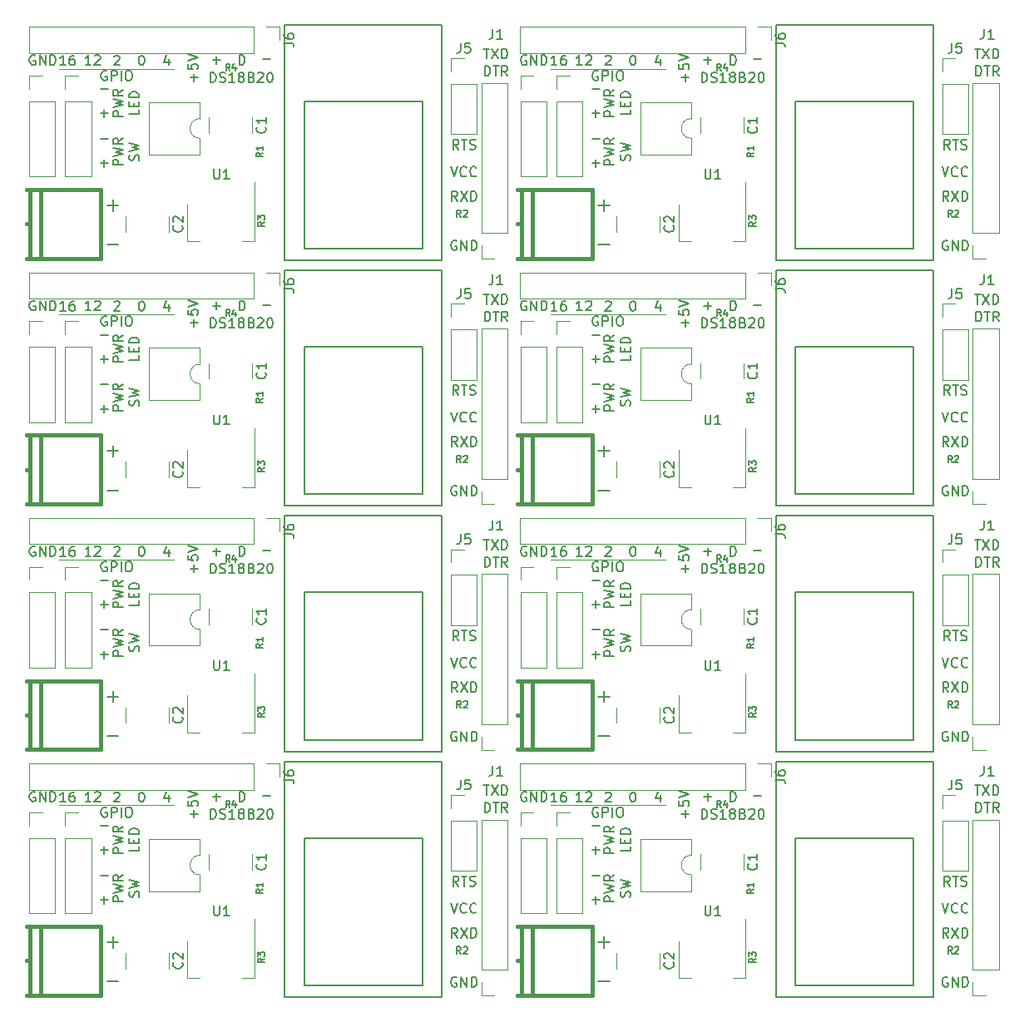
<source format=gbr>
G04 #@! TF.GenerationSoftware,KiCad,Pcbnew,6.0.0-rc1-unknown-b491065~66~ubuntu16.04.1*
G04 #@! TF.CreationDate,2019-01-13T12:48:19+01:00
G04 #@! TF.ProjectId,esp12on,65737031-326f-46e2-9e6b-696361645f70,rev?*
G04 #@! TF.SameCoordinates,Original*
G04 #@! TF.FileFunction,Legend,Top*
G04 #@! TF.FilePolarity,Positive*
%FSLAX46Y46*%
G04 Gerber Fmt 4.6, Leading zero omitted, Abs format (unit mm)*
G04 Created by KiCad (PCBNEW 6.0.0-rc1-unknown-b491065~66~ubuntu16.04.1) date Вс 13 янв 2019 12:48:19*
%MOMM*%
%LPD*%
G04 APERTURE LIST*
%ADD10C,0.150000*%
%ADD11C,0.120000*%
%ADD12C,0.381000*%
%ADD13C,0.127000*%
G04 APERTURE END LIST*
D10*
X96779523Y-129602380D02*
X96208095Y-129602380D01*
X96493809Y-129602380D02*
X96493809Y-128602380D01*
X96398571Y-128745238D01*
X96303333Y-128840476D01*
X96208095Y-128888095D01*
X97160476Y-128697619D02*
X97208095Y-128650000D01*
X97303333Y-128602380D01*
X97541428Y-128602380D01*
X97636666Y-128650000D01*
X97684285Y-128697619D01*
X97731904Y-128792857D01*
X97731904Y-128888095D01*
X97684285Y-129030952D01*
X97112857Y-129602380D01*
X97731904Y-129602380D01*
X141098095Y-128650000D02*
X141002857Y-128602380D01*
X140860000Y-128602380D01*
X140717142Y-128650000D01*
X140621904Y-128745238D01*
X140574285Y-128840476D01*
X140526666Y-129030952D01*
X140526666Y-129173809D01*
X140574285Y-129364285D01*
X140621904Y-129459523D01*
X140717142Y-129554761D01*
X140860000Y-129602380D01*
X140955238Y-129602380D01*
X141098095Y-129554761D01*
X141145714Y-129507142D01*
X141145714Y-129173809D01*
X140955238Y-129173809D01*
X141574285Y-129602380D02*
X141574285Y-128602380D01*
X142145714Y-129602380D01*
X142145714Y-128602380D01*
X142621904Y-129602380D02*
X142621904Y-128602380D01*
X142860000Y-128602380D01*
X143002857Y-128650000D01*
X143098095Y-128745238D01*
X143145714Y-128840476D01*
X143193333Y-129030952D01*
X143193333Y-129173809D01*
X143145714Y-129364285D01*
X143098095Y-129459523D01*
X143002857Y-129554761D01*
X142860000Y-129602380D01*
X142621904Y-129602380D01*
X101892380Y-128632380D02*
X101987619Y-128632380D01*
X102082857Y-128680000D01*
X102130476Y-128727619D01*
X102178095Y-128822857D01*
X102225714Y-129013333D01*
X102225714Y-129251428D01*
X102178095Y-129441904D01*
X102130476Y-129537142D01*
X102082857Y-129584761D01*
X101987619Y-129632380D01*
X101892380Y-129632380D01*
X101797142Y-129584761D01*
X101749523Y-129537142D01*
X101701904Y-129441904D01*
X101654285Y-129251428D01*
X101654285Y-129013333D01*
X101701904Y-128822857D01*
X101749523Y-128727619D01*
X101797142Y-128680000D01*
X101892380Y-128632380D01*
X94209523Y-129632380D02*
X93638095Y-129632380D01*
X93923809Y-129632380D02*
X93923809Y-128632380D01*
X93828571Y-128775238D01*
X93733333Y-128870476D01*
X93638095Y-128918095D01*
X95066666Y-128632380D02*
X94876190Y-128632380D01*
X94780952Y-128680000D01*
X94733333Y-128727619D01*
X94638095Y-128870476D01*
X94590476Y-129060952D01*
X94590476Y-129441904D01*
X94638095Y-129537142D01*
X94685714Y-129584761D01*
X94780952Y-129632380D01*
X94971428Y-129632380D01*
X95066666Y-129584761D01*
X95114285Y-129537142D01*
X95161904Y-129441904D01*
X95161904Y-129203809D01*
X95114285Y-129108571D01*
X95066666Y-129060952D01*
X94971428Y-129013333D01*
X94780952Y-129013333D01*
X94685714Y-129060952D01*
X94638095Y-129108571D01*
X94590476Y-129203809D01*
X149144285Y-128727619D02*
X149191904Y-128680000D01*
X149287142Y-128632380D01*
X149525238Y-128632380D01*
X149620476Y-128680000D01*
X149668095Y-128727619D01*
X149715714Y-128822857D01*
X149715714Y-128918095D01*
X149668095Y-129060952D01*
X149096666Y-129632380D01*
X149715714Y-129632380D01*
X146779523Y-129602380D02*
X146208095Y-129602380D01*
X146493809Y-129602380D02*
X146493809Y-128602380D01*
X146398571Y-128745238D01*
X146303333Y-128840476D01*
X146208095Y-128888095D01*
X147160476Y-128697619D02*
X147208095Y-128650000D01*
X147303333Y-128602380D01*
X147541428Y-128602380D01*
X147636666Y-128650000D01*
X147684285Y-128697619D01*
X147731904Y-128792857D01*
X147731904Y-128888095D01*
X147684285Y-129030952D01*
X147112857Y-129602380D01*
X147731904Y-129602380D01*
X98428571Y-143907142D02*
X99571428Y-143907142D01*
X99000000Y-144478571D02*
X99000000Y-143335714D01*
X98428571Y-147907142D02*
X99571428Y-147907142D01*
X133988095Y-147500000D02*
X133892857Y-147452380D01*
X133750000Y-147452380D01*
X133607142Y-147500000D01*
X133511904Y-147595238D01*
X133464285Y-147690476D01*
X133416666Y-147880952D01*
X133416666Y-148023809D01*
X133464285Y-148214285D01*
X133511904Y-148309523D01*
X133607142Y-148404761D01*
X133750000Y-148452380D01*
X133845238Y-148452380D01*
X133988095Y-148404761D01*
X134035714Y-148357142D01*
X134035714Y-148023809D01*
X133845238Y-148023809D01*
X134464285Y-148452380D02*
X134464285Y-147452380D01*
X135035714Y-148452380D01*
X135035714Y-147452380D01*
X135511904Y-148452380D02*
X135511904Y-147452380D01*
X135750000Y-147452380D01*
X135892857Y-147500000D01*
X135988095Y-147595238D01*
X136035714Y-147690476D01*
X136083333Y-147880952D01*
X136083333Y-148023809D01*
X136035714Y-148214285D01*
X135988095Y-148309523D01*
X135892857Y-148404761D01*
X135750000Y-148452380D01*
X135511904Y-148452380D01*
X134083333Y-143452380D02*
X133750000Y-142976190D01*
X133511904Y-143452380D02*
X133511904Y-142452380D01*
X133892857Y-142452380D01*
X133988095Y-142500000D01*
X134035714Y-142547619D01*
X134083333Y-142642857D01*
X134083333Y-142785714D01*
X134035714Y-142880952D01*
X133988095Y-142928571D01*
X133892857Y-142976190D01*
X133511904Y-142976190D01*
X134416666Y-142452380D02*
X135083333Y-143452380D01*
X135083333Y-142452380D02*
X134416666Y-143452380D01*
X135464285Y-143452380D02*
X135464285Y-142452380D01*
X135702380Y-142452380D01*
X135845238Y-142500000D01*
X135940476Y-142595238D01*
X135988095Y-142690476D01*
X136035714Y-142880952D01*
X136035714Y-143023809D01*
X135988095Y-143214285D01*
X135940476Y-143309523D01*
X135845238Y-143404761D01*
X135702380Y-143452380D01*
X135464285Y-143452380D01*
X133416666Y-139952380D02*
X133750000Y-140952380D01*
X134083333Y-139952380D01*
X134988095Y-140857142D02*
X134940476Y-140904761D01*
X134797619Y-140952380D01*
X134702380Y-140952380D01*
X134559523Y-140904761D01*
X134464285Y-140809523D01*
X134416666Y-140714285D01*
X134369047Y-140523809D01*
X134369047Y-140380952D01*
X134416666Y-140190476D01*
X134464285Y-140095238D01*
X134559523Y-140000000D01*
X134702380Y-139952380D01*
X134797619Y-139952380D01*
X134940476Y-140000000D01*
X134988095Y-140047619D01*
X135988095Y-140857142D02*
X135940476Y-140904761D01*
X135797619Y-140952380D01*
X135702380Y-140952380D01*
X135559523Y-140904761D01*
X135464285Y-140809523D01*
X135416666Y-140714285D01*
X135369047Y-140523809D01*
X135369047Y-140380952D01*
X135416666Y-140190476D01*
X135464285Y-140095238D01*
X135559523Y-140000000D01*
X135702380Y-139952380D01*
X135797619Y-139952380D01*
X135940476Y-140000000D01*
X135988095Y-140047619D01*
X134202380Y-138202380D02*
X133869047Y-137726190D01*
X133630952Y-138202380D02*
X133630952Y-137202380D01*
X134011904Y-137202380D01*
X134107142Y-137250000D01*
X134154761Y-137297619D01*
X134202380Y-137392857D01*
X134202380Y-137535714D01*
X134154761Y-137630952D01*
X134107142Y-137678571D01*
X134011904Y-137726190D01*
X133630952Y-137726190D01*
X134488095Y-137202380D02*
X135059523Y-137202380D01*
X134773809Y-138202380D02*
X134773809Y-137202380D01*
X135345238Y-138154761D02*
X135488095Y-138202380D01*
X135726190Y-138202380D01*
X135821428Y-138154761D01*
X135869047Y-138107142D01*
X135916666Y-138011904D01*
X135916666Y-137916666D01*
X135869047Y-137821428D01*
X135821428Y-137773809D01*
X135726190Y-137726190D01*
X135535714Y-137678571D01*
X135440476Y-137630952D01*
X135392857Y-137583333D01*
X135345238Y-137488095D01*
X135345238Y-137392857D01*
X135392857Y-137297619D01*
X135440476Y-137250000D01*
X135535714Y-137202380D01*
X135773809Y-137202380D01*
X135916666Y-137250000D01*
X136857142Y-130702380D02*
X136857142Y-129702380D01*
X137095238Y-129702380D01*
X137238095Y-129750000D01*
X137333333Y-129845238D01*
X137380952Y-129940476D01*
X137428571Y-130130952D01*
X137428571Y-130273809D01*
X137380952Y-130464285D01*
X137333333Y-130559523D01*
X137238095Y-130654761D01*
X137095238Y-130702380D01*
X136857142Y-130702380D01*
X137714285Y-129702380D02*
X138285714Y-129702380D01*
X138000000Y-130702380D02*
X138000000Y-129702380D01*
X139190476Y-130702380D02*
X138857142Y-130226190D01*
X138619047Y-130702380D02*
X138619047Y-129702380D01*
X139000000Y-129702380D01*
X139095238Y-129750000D01*
X139142857Y-129797619D01*
X139190476Y-129892857D01*
X139190476Y-130035714D01*
X139142857Y-130130952D01*
X139095238Y-130178571D01*
X139000000Y-130226190D01*
X138619047Y-130226190D01*
X136738095Y-127952380D02*
X137309523Y-127952380D01*
X137023809Y-128952380D02*
X137023809Y-127952380D01*
X137547619Y-127952380D02*
X138214285Y-128952380D01*
X138214285Y-127952380D02*
X137547619Y-128952380D01*
X138595238Y-128952380D02*
X138595238Y-127952380D01*
X138833333Y-127952380D01*
X138976190Y-128000000D01*
X139071428Y-128095238D01*
X139119047Y-128190476D01*
X139166666Y-128380952D01*
X139166666Y-128523809D01*
X139119047Y-128714285D01*
X139071428Y-128809523D01*
X138976190Y-128904761D01*
X138833333Y-128952380D01*
X138595238Y-128952380D01*
X100027380Y-134833333D02*
X99027380Y-134833333D01*
X99027380Y-134452380D01*
X99075000Y-134357142D01*
X99122619Y-134309523D01*
X99217857Y-134261904D01*
X99360714Y-134261904D01*
X99455952Y-134309523D01*
X99503571Y-134357142D01*
X99551190Y-134452380D01*
X99551190Y-134833333D01*
X99027380Y-133928571D02*
X100027380Y-133690476D01*
X99313095Y-133500000D01*
X100027380Y-133309523D01*
X99027380Y-133071428D01*
X100027380Y-132119047D02*
X99551190Y-132452380D01*
X100027380Y-132690476D02*
X99027380Y-132690476D01*
X99027380Y-132309523D01*
X99075000Y-132214285D01*
X99122619Y-132166666D01*
X99217857Y-132119047D01*
X99360714Y-132119047D01*
X99455952Y-132166666D01*
X99503571Y-132214285D01*
X99551190Y-132309523D01*
X99551190Y-132690476D01*
X101677380Y-134142857D02*
X101677380Y-134619047D01*
X100677380Y-134619047D01*
X101153571Y-133809523D02*
X101153571Y-133476190D01*
X101677380Y-133333333D02*
X101677380Y-133809523D01*
X100677380Y-133809523D01*
X100677380Y-133333333D01*
X101677380Y-132904761D02*
X100677380Y-132904761D01*
X100677380Y-132666666D01*
X100725000Y-132523809D01*
X100820238Y-132428571D01*
X100915476Y-132380952D01*
X101105952Y-132333333D01*
X101248809Y-132333333D01*
X101439285Y-132380952D01*
X101534523Y-132428571D01*
X101629761Y-132523809D01*
X101677380Y-132666666D01*
X101677380Y-132904761D01*
X100027380Y-139783333D02*
X99027380Y-139783333D01*
X99027380Y-139402380D01*
X99075000Y-139307142D01*
X99122619Y-139259523D01*
X99217857Y-139211904D01*
X99360714Y-139211904D01*
X99455952Y-139259523D01*
X99503571Y-139307142D01*
X99551190Y-139402380D01*
X99551190Y-139783333D01*
X99027380Y-138878571D02*
X100027380Y-138640476D01*
X99313095Y-138450000D01*
X100027380Y-138259523D01*
X99027380Y-138021428D01*
X100027380Y-137069047D02*
X99551190Y-137402380D01*
X100027380Y-137640476D02*
X99027380Y-137640476D01*
X99027380Y-137259523D01*
X99075000Y-137164285D01*
X99122619Y-137116666D01*
X99217857Y-137069047D01*
X99360714Y-137069047D01*
X99455952Y-137116666D01*
X99503571Y-137164285D01*
X99551190Y-137259523D01*
X99551190Y-137640476D01*
X101629761Y-139307142D02*
X101677380Y-139164285D01*
X101677380Y-138926190D01*
X101629761Y-138830952D01*
X101582142Y-138783333D01*
X101486904Y-138735714D01*
X101391666Y-138735714D01*
X101296428Y-138783333D01*
X101248809Y-138830952D01*
X101201190Y-138926190D01*
X101153571Y-139116666D01*
X101105952Y-139211904D01*
X101058333Y-139259523D01*
X100963095Y-139307142D01*
X100867857Y-139307142D01*
X100772619Y-139259523D01*
X100725000Y-139211904D01*
X100677380Y-139116666D01*
X100677380Y-138878571D01*
X100725000Y-138735714D01*
X100677380Y-138402380D02*
X101677380Y-138164285D01*
X100963095Y-137973809D01*
X101677380Y-137783333D01*
X100677380Y-137545238D01*
X97769047Y-132071428D02*
X98530952Y-132071428D01*
X97769047Y-134521428D02*
X98530952Y-134521428D01*
X98150000Y-134902380D02*
X98150000Y-134140476D01*
X97769047Y-139621428D02*
X98530952Y-139621428D01*
X98150000Y-140002380D02*
X98150000Y-139240476D01*
X97769047Y-137121428D02*
X98530952Y-137121428D01*
X108947142Y-131352380D02*
X108947142Y-130352380D01*
X109185238Y-130352380D01*
X109328095Y-130400000D01*
X109423333Y-130495238D01*
X109470952Y-130590476D01*
X109518571Y-130780952D01*
X109518571Y-130923809D01*
X109470952Y-131114285D01*
X109423333Y-131209523D01*
X109328095Y-131304761D01*
X109185238Y-131352380D01*
X108947142Y-131352380D01*
X109899523Y-131304761D02*
X110042380Y-131352380D01*
X110280476Y-131352380D01*
X110375714Y-131304761D01*
X110423333Y-131257142D01*
X110470952Y-131161904D01*
X110470952Y-131066666D01*
X110423333Y-130971428D01*
X110375714Y-130923809D01*
X110280476Y-130876190D01*
X110090000Y-130828571D01*
X109994761Y-130780952D01*
X109947142Y-130733333D01*
X109899523Y-130638095D01*
X109899523Y-130542857D01*
X109947142Y-130447619D01*
X109994761Y-130400000D01*
X110090000Y-130352380D01*
X110328095Y-130352380D01*
X110470952Y-130400000D01*
X111423333Y-131352380D02*
X110851904Y-131352380D01*
X111137619Y-131352380D02*
X111137619Y-130352380D01*
X111042380Y-130495238D01*
X110947142Y-130590476D01*
X110851904Y-130638095D01*
X111994761Y-130780952D02*
X111899523Y-130733333D01*
X111851904Y-130685714D01*
X111804285Y-130590476D01*
X111804285Y-130542857D01*
X111851904Y-130447619D01*
X111899523Y-130400000D01*
X111994761Y-130352380D01*
X112185238Y-130352380D01*
X112280476Y-130400000D01*
X112328095Y-130447619D01*
X112375714Y-130542857D01*
X112375714Y-130590476D01*
X112328095Y-130685714D01*
X112280476Y-130733333D01*
X112185238Y-130780952D01*
X111994761Y-130780952D01*
X111899523Y-130828571D01*
X111851904Y-130876190D01*
X111804285Y-130971428D01*
X111804285Y-131161904D01*
X111851904Y-131257142D01*
X111899523Y-131304761D01*
X111994761Y-131352380D01*
X112185238Y-131352380D01*
X112280476Y-131304761D01*
X112328095Y-131257142D01*
X112375714Y-131161904D01*
X112375714Y-130971428D01*
X112328095Y-130876190D01*
X112280476Y-130828571D01*
X112185238Y-130780952D01*
X113137619Y-130828571D02*
X113280476Y-130876190D01*
X113328095Y-130923809D01*
X113375714Y-131019047D01*
X113375714Y-131161904D01*
X113328095Y-131257142D01*
X113280476Y-131304761D01*
X113185238Y-131352380D01*
X112804285Y-131352380D01*
X112804285Y-130352380D01*
X113137619Y-130352380D01*
X113232857Y-130400000D01*
X113280476Y-130447619D01*
X113328095Y-130542857D01*
X113328095Y-130638095D01*
X113280476Y-130733333D01*
X113232857Y-130780952D01*
X113137619Y-130828571D01*
X112804285Y-130828571D01*
X113756666Y-130447619D02*
X113804285Y-130400000D01*
X113899523Y-130352380D01*
X114137619Y-130352380D01*
X114232857Y-130400000D01*
X114280476Y-130447619D01*
X114328095Y-130542857D01*
X114328095Y-130638095D01*
X114280476Y-130780952D01*
X113709047Y-131352380D01*
X114328095Y-131352380D01*
X114947142Y-130352380D02*
X115042380Y-130352380D01*
X115137619Y-130400000D01*
X115185238Y-130447619D01*
X115232857Y-130542857D01*
X115280476Y-130733333D01*
X115280476Y-130971428D01*
X115232857Y-131161904D01*
X115185238Y-131257142D01*
X115137619Y-131304761D01*
X115042380Y-131352380D01*
X114947142Y-131352380D01*
X114851904Y-131304761D01*
X114804285Y-131257142D01*
X114756666Y-131161904D01*
X114709047Y-130971428D01*
X114709047Y-130733333D01*
X114756666Y-130542857D01*
X114804285Y-130447619D01*
X114851904Y-130400000D01*
X114947142Y-130352380D01*
X109169047Y-129121428D02*
X109930952Y-129121428D01*
X109550000Y-129502380D02*
X109550000Y-128740476D01*
X114269047Y-129021428D02*
X115030952Y-129021428D01*
X111888095Y-129602380D02*
X111888095Y-128602380D01*
X112126190Y-128602380D01*
X112269047Y-128650000D01*
X112364285Y-128745238D01*
X112411904Y-128840476D01*
X112459523Y-129030952D01*
X112459523Y-129173809D01*
X112411904Y-129364285D01*
X112364285Y-129459523D01*
X112269047Y-129554761D01*
X112126190Y-129602380D01*
X111888095Y-129602380D01*
X107271428Y-131245714D02*
X107271428Y-130483809D01*
X107652380Y-130864761D02*
X106890476Y-130864761D01*
X106652380Y-129531428D02*
X106652380Y-130007619D01*
X107128571Y-130055238D01*
X107080952Y-130007619D01*
X107033333Y-129912380D01*
X107033333Y-129674285D01*
X107080952Y-129579047D01*
X107128571Y-129531428D01*
X107223809Y-129483809D01*
X107461904Y-129483809D01*
X107557142Y-129531428D01*
X107604761Y-129579047D01*
X107652380Y-129674285D01*
X107652380Y-129912380D01*
X107604761Y-130007619D01*
X107557142Y-130055238D01*
X106652380Y-129198095D02*
X107652380Y-128864761D01*
X106652380Y-128531428D01*
X154720476Y-128965714D02*
X154720476Y-129632380D01*
X154482380Y-128584761D02*
X154244285Y-129299047D01*
X154863333Y-129299047D01*
X148428571Y-143907142D02*
X149571428Y-143907142D01*
X149000000Y-144478571D02*
X149000000Y-143335714D01*
X148428571Y-147907142D02*
X149571428Y-147907142D01*
X183988095Y-147500000D02*
X183892857Y-147452380D01*
X183750000Y-147452380D01*
X183607142Y-147500000D01*
X183511904Y-147595238D01*
X183464285Y-147690476D01*
X183416666Y-147880952D01*
X183416666Y-148023809D01*
X183464285Y-148214285D01*
X183511904Y-148309523D01*
X183607142Y-148404761D01*
X183750000Y-148452380D01*
X183845238Y-148452380D01*
X183988095Y-148404761D01*
X184035714Y-148357142D01*
X184035714Y-148023809D01*
X183845238Y-148023809D01*
X184464285Y-148452380D02*
X184464285Y-147452380D01*
X185035714Y-148452380D01*
X185035714Y-147452380D01*
X185511904Y-148452380D02*
X185511904Y-147452380D01*
X185750000Y-147452380D01*
X185892857Y-147500000D01*
X185988095Y-147595238D01*
X186035714Y-147690476D01*
X186083333Y-147880952D01*
X186083333Y-148023809D01*
X186035714Y-148214285D01*
X185988095Y-148309523D01*
X185892857Y-148404761D01*
X185750000Y-148452380D01*
X185511904Y-148452380D01*
X184083333Y-143452380D02*
X183750000Y-142976190D01*
X183511904Y-143452380D02*
X183511904Y-142452380D01*
X183892857Y-142452380D01*
X183988095Y-142500000D01*
X184035714Y-142547619D01*
X184083333Y-142642857D01*
X184083333Y-142785714D01*
X184035714Y-142880952D01*
X183988095Y-142928571D01*
X183892857Y-142976190D01*
X183511904Y-142976190D01*
X184416666Y-142452380D02*
X185083333Y-143452380D01*
X185083333Y-142452380D02*
X184416666Y-143452380D01*
X185464285Y-143452380D02*
X185464285Y-142452380D01*
X185702380Y-142452380D01*
X185845238Y-142500000D01*
X185940476Y-142595238D01*
X185988095Y-142690476D01*
X186035714Y-142880952D01*
X186035714Y-143023809D01*
X185988095Y-143214285D01*
X185940476Y-143309523D01*
X185845238Y-143404761D01*
X185702380Y-143452380D01*
X185464285Y-143452380D01*
X183416666Y-139952380D02*
X183750000Y-140952380D01*
X184083333Y-139952380D01*
X184988095Y-140857142D02*
X184940476Y-140904761D01*
X184797619Y-140952380D01*
X184702380Y-140952380D01*
X184559523Y-140904761D01*
X184464285Y-140809523D01*
X184416666Y-140714285D01*
X184369047Y-140523809D01*
X184369047Y-140380952D01*
X184416666Y-140190476D01*
X184464285Y-140095238D01*
X184559523Y-140000000D01*
X184702380Y-139952380D01*
X184797619Y-139952380D01*
X184940476Y-140000000D01*
X184988095Y-140047619D01*
X185988095Y-140857142D02*
X185940476Y-140904761D01*
X185797619Y-140952380D01*
X185702380Y-140952380D01*
X185559523Y-140904761D01*
X185464285Y-140809523D01*
X185416666Y-140714285D01*
X185369047Y-140523809D01*
X185369047Y-140380952D01*
X185416666Y-140190476D01*
X185464285Y-140095238D01*
X185559523Y-140000000D01*
X185702380Y-139952380D01*
X185797619Y-139952380D01*
X185940476Y-140000000D01*
X185988095Y-140047619D01*
X184202380Y-138202380D02*
X183869047Y-137726190D01*
X183630952Y-138202380D02*
X183630952Y-137202380D01*
X184011904Y-137202380D01*
X184107142Y-137250000D01*
X184154761Y-137297619D01*
X184202380Y-137392857D01*
X184202380Y-137535714D01*
X184154761Y-137630952D01*
X184107142Y-137678571D01*
X184011904Y-137726190D01*
X183630952Y-137726190D01*
X184488095Y-137202380D02*
X185059523Y-137202380D01*
X184773809Y-138202380D02*
X184773809Y-137202380D01*
X185345238Y-138154761D02*
X185488095Y-138202380D01*
X185726190Y-138202380D01*
X185821428Y-138154761D01*
X185869047Y-138107142D01*
X185916666Y-138011904D01*
X185916666Y-137916666D01*
X185869047Y-137821428D01*
X185821428Y-137773809D01*
X185726190Y-137726190D01*
X185535714Y-137678571D01*
X185440476Y-137630952D01*
X185392857Y-137583333D01*
X185345238Y-137488095D01*
X185345238Y-137392857D01*
X185392857Y-137297619D01*
X185440476Y-137250000D01*
X185535714Y-137202380D01*
X185773809Y-137202380D01*
X185916666Y-137250000D01*
X186857142Y-130702380D02*
X186857142Y-129702380D01*
X187095238Y-129702380D01*
X187238095Y-129750000D01*
X187333333Y-129845238D01*
X187380952Y-129940476D01*
X187428571Y-130130952D01*
X187428571Y-130273809D01*
X187380952Y-130464285D01*
X187333333Y-130559523D01*
X187238095Y-130654761D01*
X187095238Y-130702380D01*
X186857142Y-130702380D01*
X187714285Y-129702380D02*
X188285714Y-129702380D01*
X188000000Y-130702380D02*
X188000000Y-129702380D01*
X189190476Y-130702380D02*
X188857142Y-130226190D01*
X188619047Y-130702380D02*
X188619047Y-129702380D01*
X189000000Y-129702380D01*
X189095238Y-129750000D01*
X189142857Y-129797619D01*
X189190476Y-129892857D01*
X189190476Y-130035714D01*
X189142857Y-130130952D01*
X189095238Y-130178571D01*
X189000000Y-130226190D01*
X188619047Y-130226190D01*
X186738095Y-127952380D02*
X187309523Y-127952380D01*
X187023809Y-128952380D02*
X187023809Y-127952380D01*
X187547619Y-127952380D02*
X188214285Y-128952380D01*
X188214285Y-127952380D02*
X187547619Y-128952380D01*
X188595238Y-128952380D02*
X188595238Y-127952380D01*
X188833333Y-127952380D01*
X188976190Y-128000000D01*
X189071428Y-128095238D01*
X189119047Y-128190476D01*
X189166666Y-128380952D01*
X189166666Y-128523809D01*
X189119047Y-128714285D01*
X189071428Y-128809523D01*
X188976190Y-128904761D01*
X188833333Y-128952380D01*
X188595238Y-128952380D01*
X150027380Y-134833333D02*
X149027380Y-134833333D01*
X149027380Y-134452380D01*
X149075000Y-134357142D01*
X149122619Y-134309523D01*
X149217857Y-134261904D01*
X149360714Y-134261904D01*
X149455952Y-134309523D01*
X149503571Y-134357142D01*
X149551190Y-134452380D01*
X149551190Y-134833333D01*
X149027380Y-133928571D02*
X150027380Y-133690476D01*
X149313095Y-133500000D01*
X150027380Y-133309523D01*
X149027380Y-133071428D01*
X150027380Y-132119047D02*
X149551190Y-132452380D01*
X150027380Y-132690476D02*
X149027380Y-132690476D01*
X149027380Y-132309523D01*
X149075000Y-132214285D01*
X149122619Y-132166666D01*
X149217857Y-132119047D01*
X149360714Y-132119047D01*
X149455952Y-132166666D01*
X149503571Y-132214285D01*
X149551190Y-132309523D01*
X149551190Y-132690476D01*
X151677380Y-134142857D02*
X151677380Y-134619047D01*
X150677380Y-134619047D01*
X151153571Y-133809523D02*
X151153571Y-133476190D01*
X151677380Y-133333333D02*
X151677380Y-133809523D01*
X150677380Y-133809523D01*
X150677380Y-133333333D01*
X151677380Y-132904761D02*
X150677380Y-132904761D01*
X150677380Y-132666666D01*
X150725000Y-132523809D01*
X150820238Y-132428571D01*
X150915476Y-132380952D01*
X151105952Y-132333333D01*
X151248809Y-132333333D01*
X151439285Y-132380952D01*
X151534523Y-132428571D01*
X151629761Y-132523809D01*
X151677380Y-132666666D01*
X151677380Y-132904761D01*
X150027380Y-139783333D02*
X149027380Y-139783333D01*
X149027380Y-139402380D01*
X149075000Y-139307142D01*
X149122619Y-139259523D01*
X149217857Y-139211904D01*
X149360714Y-139211904D01*
X149455952Y-139259523D01*
X149503571Y-139307142D01*
X149551190Y-139402380D01*
X149551190Y-139783333D01*
X149027380Y-138878571D02*
X150027380Y-138640476D01*
X149313095Y-138450000D01*
X150027380Y-138259523D01*
X149027380Y-138021428D01*
X150027380Y-137069047D02*
X149551190Y-137402380D01*
X150027380Y-137640476D02*
X149027380Y-137640476D01*
X149027380Y-137259523D01*
X149075000Y-137164285D01*
X149122619Y-137116666D01*
X149217857Y-137069047D01*
X149360714Y-137069047D01*
X149455952Y-137116666D01*
X149503571Y-137164285D01*
X149551190Y-137259523D01*
X149551190Y-137640476D01*
X151629761Y-139307142D02*
X151677380Y-139164285D01*
X151677380Y-138926190D01*
X151629761Y-138830952D01*
X151582142Y-138783333D01*
X151486904Y-138735714D01*
X151391666Y-138735714D01*
X151296428Y-138783333D01*
X151248809Y-138830952D01*
X151201190Y-138926190D01*
X151153571Y-139116666D01*
X151105952Y-139211904D01*
X151058333Y-139259523D01*
X150963095Y-139307142D01*
X150867857Y-139307142D01*
X150772619Y-139259523D01*
X150725000Y-139211904D01*
X150677380Y-139116666D01*
X150677380Y-138878571D01*
X150725000Y-138735714D01*
X150677380Y-138402380D02*
X151677380Y-138164285D01*
X150963095Y-137973809D01*
X151677380Y-137783333D01*
X150677380Y-137545238D01*
X147769047Y-132071428D02*
X148530952Y-132071428D01*
X147769047Y-134521428D02*
X148530952Y-134521428D01*
X148150000Y-134902380D02*
X148150000Y-134140476D01*
X147769047Y-139621428D02*
X148530952Y-139621428D01*
X148150000Y-140002380D02*
X148150000Y-139240476D01*
X147769047Y-137121428D02*
X148530952Y-137121428D01*
X158947142Y-131352380D02*
X158947142Y-130352380D01*
X159185238Y-130352380D01*
X159328095Y-130400000D01*
X159423333Y-130495238D01*
X159470952Y-130590476D01*
X159518571Y-130780952D01*
X159518571Y-130923809D01*
X159470952Y-131114285D01*
X159423333Y-131209523D01*
X159328095Y-131304761D01*
X159185238Y-131352380D01*
X158947142Y-131352380D01*
X159899523Y-131304761D02*
X160042380Y-131352380D01*
X160280476Y-131352380D01*
X160375714Y-131304761D01*
X160423333Y-131257142D01*
X160470952Y-131161904D01*
X160470952Y-131066666D01*
X160423333Y-130971428D01*
X160375714Y-130923809D01*
X160280476Y-130876190D01*
X160090000Y-130828571D01*
X159994761Y-130780952D01*
X159947142Y-130733333D01*
X159899523Y-130638095D01*
X159899523Y-130542857D01*
X159947142Y-130447619D01*
X159994761Y-130400000D01*
X160090000Y-130352380D01*
X160328095Y-130352380D01*
X160470952Y-130400000D01*
X161423333Y-131352380D02*
X160851904Y-131352380D01*
X161137619Y-131352380D02*
X161137619Y-130352380D01*
X161042380Y-130495238D01*
X160947142Y-130590476D01*
X160851904Y-130638095D01*
X161994761Y-130780952D02*
X161899523Y-130733333D01*
X161851904Y-130685714D01*
X161804285Y-130590476D01*
X161804285Y-130542857D01*
X161851904Y-130447619D01*
X161899523Y-130400000D01*
X161994761Y-130352380D01*
X162185238Y-130352380D01*
X162280476Y-130400000D01*
X162328095Y-130447619D01*
X162375714Y-130542857D01*
X162375714Y-130590476D01*
X162328095Y-130685714D01*
X162280476Y-130733333D01*
X162185238Y-130780952D01*
X161994761Y-130780952D01*
X161899523Y-130828571D01*
X161851904Y-130876190D01*
X161804285Y-130971428D01*
X161804285Y-131161904D01*
X161851904Y-131257142D01*
X161899523Y-131304761D01*
X161994761Y-131352380D01*
X162185238Y-131352380D01*
X162280476Y-131304761D01*
X162328095Y-131257142D01*
X162375714Y-131161904D01*
X162375714Y-130971428D01*
X162328095Y-130876190D01*
X162280476Y-130828571D01*
X162185238Y-130780952D01*
X163137619Y-130828571D02*
X163280476Y-130876190D01*
X163328095Y-130923809D01*
X163375714Y-131019047D01*
X163375714Y-131161904D01*
X163328095Y-131257142D01*
X163280476Y-131304761D01*
X163185238Y-131352380D01*
X162804285Y-131352380D01*
X162804285Y-130352380D01*
X163137619Y-130352380D01*
X163232857Y-130400000D01*
X163280476Y-130447619D01*
X163328095Y-130542857D01*
X163328095Y-130638095D01*
X163280476Y-130733333D01*
X163232857Y-130780952D01*
X163137619Y-130828571D01*
X162804285Y-130828571D01*
X163756666Y-130447619D02*
X163804285Y-130400000D01*
X163899523Y-130352380D01*
X164137619Y-130352380D01*
X164232857Y-130400000D01*
X164280476Y-130447619D01*
X164328095Y-130542857D01*
X164328095Y-130638095D01*
X164280476Y-130780952D01*
X163709047Y-131352380D01*
X164328095Y-131352380D01*
X164947142Y-130352380D02*
X165042380Y-130352380D01*
X165137619Y-130400000D01*
X165185238Y-130447619D01*
X165232857Y-130542857D01*
X165280476Y-130733333D01*
X165280476Y-130971428D01*
X165232857Y-131161904D01*
X165185238Y-131257142D01*
X165137619Y-131304761D01*
X165042380Y-131352380D01*
X164947142Y-131352380D01*
X164851904Y-131304761D01*
X164804285Y-131257142D01*
X164756666Y-131161904D01*
X164709047Y-130971428D01*
X164709047Y-130733333D01*
X164756666Y-130542857D01*
X164804285Y-130447619D01*
X164851904Y-130400000D01*
X164947142Y-130352380D01*
X159169047Y-129121428D02*
X159930952Y-129121428D01*
X159550000Y-129502380D02*
X159550000Y-128740476D01*
X164269047Y-129021428D02*
X165030952Y-129021428D01*
X161888095Y-129602380D02*
X161888095Y-128602380D01*
X162126190Y-128602380D01*
X162269047Y-128650000D01*
X162364285Y-128745238D01*
X162411904Y-128840476D01*
X162459523Y-129030952D01*
X162459523Y-129173809D01*
X162411904Y-129364285D01*
X162364285Y-129459523D01*
X162269047Y-129554761D01*
X162126190Y-129602380D01*
X161888095Y-129602380D01*
X157271428Y-131245714D02*
X157271428Y-130483809D01*
X157652380Y-130864761D02*
X156890476Y-130864761D01*
X156652380Y-129531428D02*
X156652380Y-130007619D01*
X157128571Y-130055238D01*
X157080952Y-130007619D01*
X157033333Y-129912380D01*
X157033333Y-129674285D01*
X157080952Y-129579047D01*
X157128571Y-129531428D01*
X157223809Y-129483809D01*
X157461904Y-129483809D01*
X157557142Y-129531428D01*
X157604761Y-129579047D01*
X157652380Y-129674285D01*
X157652380Y-129912380D01*
X157604761Y-130007619D01*
X157557142Y-130055238D01*
X156652380Y-129198095D02*
X157652380Y-128864761D01*
X156652380Y-128531428D01*
X98380000Y-130220000D02*
X98284761Y-130172380D01*
X98141904Y-130172380D01*
X97999047Y-130220000D01*
X97903809Y-130315238D01*
X97856190Y-130410476D01*
X97808571Y-130600952D01*
X97808571Y-130743809D01*
X97856190Y-130934285D01*
X97903809Y-131029523D01*
X97999047Y-131124761D01*
X98141904Y-131172380D01*
X98237142Y-131172380D01*
X98380000Y-131124761D01*
X98427619Y-131077142D01*
X98427619Y-130743809D01*
X98237142Y-130743809D01*
X98856190Y-131172380D02*
X98856190Y-130172380D01*
X99237142Y-130172380D01*
X99332380Y-130220000D01*
X99380000Y-130267619D01*
X99427619Y-130362857D01*
X99427619Y-130505714D01*
X99380000Y-130600952D01*
X99332380Y-130648571D01*
X99237142Y-130696190D01*
X98856190Y-130696190D01*
X99856190Y-131172380D02*
X99856190Y-130172380D01*
X100522857Y-130172380D02*
X100713333Y-130172380D01*
X100808571Y-130220000D01*
X100903809Y-130315238D01*
X100951428Y-130505714D01*
X100951428Y-130839047D01*
X100903809Y-131029523D01*
X100808571Y-131124761D01*
X100713333Y-131172380D01*
X100522857Y-131172380D01*
X100427619Y-131124761D01*
X100332380Y-131029523D01*
X100284761Y-130839047D01*
X100284761Y-130505714D01*
X100332380Y-130315238D01*
X100427619Y-130220000D01*
X100522857Y-130172380D01*
X91098095Y-128650000D02*
X91002857Y-128602380D01*
X90860000Y-128602380D01*
X90717142Y-128650000D01*
X90621904Y-128745238D01*
X90574285Y-128840476D01*
X90526666Y-129030952D01*
X90526666Y-129173809D01*
X90574285Y-129364285D01*
X90621904Y-129459523D01*
X90717142Y-129554761D01*
X90860000Y-129602380D01*
X90955238Y-129602380D01*
X91098095Y-129554761D01*
X91145714Y-129507142D01*
X91145714Y-129173809D01*
X90955238Y-129173809D01*
X91574285Y-129602380D02*
X91574285Y-128602380D01*
X92145714Y-129602380D01*
X92145714Y-128602380D01*
X92621904Y-129602380D02*
X92621904Y-128602380D01*
X92860000Y-128602380D01*
X93002857Y-128650000D01*
X93098095Y-128745238D01*
X93145714Y-128840476D01*
X93193333Y-129030952D01*
X93193333Y-129173809D01*
X93145714Y-129364285D01*
X93098095Y-129459523D01*
X93002857Y-129554761D01*
X92860000Y-129602380D01*
X92621904Y-129602380D01*
X148380000Y-130220000D02*
X148284761Y-130172380D01*
X148141904Y-130172380D01*
X147999047Y-130220000D01*
X147903809Y-130315238D01*
X147856190Y-130410476D01*
X147808571Y-130600952D01*
X147808571Y-130743809D01*
X147856190Y-130934285D01*
X147903809Y-131029523D01*
X147999047Y-131124761D01*
X148141904Y-131172380D01*
X148237142Y-131172380D01*
X148380000Y-131124761D01*
X148427619Y-131077142D01*
X148427619Y-130743809D01*
X148237142Y-130743809D01*
X148856190Y-131172380D02*
X148856190Y-130172380D01*
X149237142Y-130172380D01*
X149332380Y-130220000D01*
X149380000Y-130267619D01*
X149427619Y-130362857D01*
X149427619Y-130505714D01*
X149380000Y-130600952D01*
X149332380Y-130648571D01*
X149237142Y-130696190D01*
X148856190Y-130696190D01*
X149856190Y-131172380D02*
X149856190Y-130172380D01*
X150522857Y-130172380D02*
X150713333Y-130172380D01*
X150808571Y-130220000D01*
X150903809Y-130315238D01*
X150951428Y-130505714D01*
X150951428Y-130839047D01*
X150903809Y-131029523D01*
X150808571Y-131124761D01*
X150713333Y-131172380D01*
X150522857Y-131172380D01*
X150427619Y-131124761D01*
X150332380Y-131029523D01*
X150284761Y-130839047D01*
X150284761Y-130505714D01*
X150332380Y-130315238D01*
X150427619Y-130220000D01*
X150522857Y-130172380D01*
X99144285Y-128727619D02*
X99191904Y-128680000D01*
X99287142Y-128632380D01*
X99525238Y-128632380D01*
X99620476Y-128680000D01*
X99668095Y-128727619D01*
X99715714Y-128822857D01*
X99715714Y-128918095D01*
X99668095Y-129060952D01*
X99096666Y-129632380D01*
X99715714Y-129632380D01*
X104720476Y-128965714D02*
X104720476Y-129632380D01*
X104482380Y-128584761D02*
X104244285Y-129299047D01*
X104863333Y-129299047D01*
D11*
X143570000Y-129980000D02*
X155240000Y-129980000D01*
D10*
X151892380Y-128632380D02*
X151987619Y-128632380D01*
X152082857Y-128680000D01*
X152130476Y-128727619D01*
X152178095Y-128822857D01*
X152225714Y-129013333D01*
X152225714Y-129251428D01*
X152178095Y-129441904D01*
X152130476Y-129537142D01*
X152082857Y-129584761D01*
X151987619Y-129632380D01*
X151892380Y-129632380D01*
X151797142Y-129584761D01*
X151749523Y-129537142D01*
X151701904Y-129441904D01*
X151654285Y-129251428D01*
X151654285Y-129013333D01*
X151701904Y-128822857D01*
X151749523Y-128727619D01*
X151797142Y-128680000D01*
X151892380Y-128632380D01*
X144209523Y-129632380D02*
X143638095Y-129632380D01*
X143923809Y-129632380D02*
X143923809Y-128632380D01*
X143828571Y-128775238D01*
X143733333Y-128870476D01*
X143638095Y-128918095D01*
X145066666Y-128632380D02*
X144876190Y-128632380D01*
X144780952Y-128680000D01*
X144733333Y-128727619D01*
X144638095Y-128870476D01*
X144590476Y-129060952D01*
X144590476Y-129441904D01*
X144638095Y-129537142D01*
X144685714Y-129584761D01*
X144780952Y-129632380D01*
X144971428Y-129632380D01*
X145066666Y-129584761D01*
X145114285Y-129537142D01*
X145161904Y-129441904D01*
X145161904Y-129203809D01*
X145114285Y-129108571D01*
X145066666Y-129060952D01*
X144971428Y-129013333D01*
X144780952Y-129013333D01*
X144685714Y-129060952D01*
X144638095Y-129108571D01*
X144590476Y-129203809D01*
D11*
X93570000Y-129980000D02*
X105240000Y-129980000D01*
X93570000Y-104980000D02*
X105240000Y-104980000D01*
D10*
X151892380Y-103632380D02*
X151987619Y-103632380D01*
X152082857Y-103680000D01*
X152130476Y-103727619D01*
X152178095Y-103822857D01*
X152225714Y-104013333D01*
X152225714Y-104251428D01*
X152178095Y-104441904D01*
X152130476Y-104537142D01*
X152082857Y-104584761D01*
X151987619Y-104632380D01*
X151892380Y-104632380D01*
X151797142Y-104584761D01*
X151749523Y-104537142D01*
X151701904Y-104441904D01*
X151654285Y-104251428D01*
X151654285Y-104013333D01*
X151701904Y-103822857D01*
X151749523Y-103727619D01*
X151797142Y-103680000D01*
X151892380Y-103632380D01*
X148380000Y-105220000D02*
X148284761Y-105172380D01*
X148141904Y-105172380D01*
X147999047Y-105220000D01*
X147903809Y-105315238D01*
X147856190Y-105410476D01*
X147808571Y-105600952D01*
X147808571Y-105743809D01*
X147856190Y-105934285D01*
X147903809Y-106029523D01*
X147999047Y-106124761D01*
X148141904Y-106172380D01*
X148237142Y-106172380D01*
X148380000Y-106124761D01*
X148427619Y-106077142D01*
X148427619Y-105743809D01*
X148237142Y-105743809D01*
X148856190Y-106172380D02*
X148856190Y-105172380D01*
X149237142Y-105172380D01*
X149332380Y-105220000D01*
X149380000Y-105267619D01*
X149427619Y-105362857D01*
X149427619Y-105505714D01*
X149380000Y-105600952D01*
X149332380Y-105648571D01*
X149237142Y-105696190D01*
X148856190Y-105696190D01*
X149856190Y-106172380D02*
X149856190Y-105172380D01*
X150522857Y-105172380D02*
X150713333Y-105172380D01*
X150808571Y-105220000D01*
X150903809Y-105315238D01*
X150951428Y-105505714D01*
X150951428Y-105839047D01*
X150903809Y-106029523D01*
X150808571Y-106124761D01*
X150713333Y-106172380D01*
X150522857Y-106172380D01*
X150427619Y-106124761D01*
X150332380Y-106029523D01*
X150284761Y-105839047D01*
X150284761Y-105505714D01*
X150332380Y-105315238D01*
X150427619Y-105220000D01*
X150522857Y-105172380D01*
X104720476Y-103965714D02*
X104720476Y-104632380D01*
X104482380Y-103584761D02*
X104244285Y-104299047D01*
X104863333Y-104299047D01*
X96779523Y-104602380D02*
X96208095Y-104602380D01*
X96493809Y-104602380D02*
X96493809Y-103602380D01*
X96398571Y-103745238D01*
X96303333Y-103840476D01*
X96208095Y-103888095D01*
X97160476Y-103697619D02*
X97208095Y-103650000D01*
X97303333Y-103602380D01*
X97541428Y-103602380D01*
X97636666Y-103650000D01*
X97684285Y-103697619D01*
X97731904Y-103792857D01*
X97731904Y-103888095D01*
X97684285Y-104030952D01*
X97112857Y-104602380D01*
X97731904Y-104602380D01*
X141098095Y-103650000D02*
X141002857Y-103602380D01*
X140860000Y-103602380D01*
X140717142Y-103650000D01*
X140621904Y-103745238D01*
X140574285Y-103840476D01*
X140526666Y-104030952D01*
X140526666Y-104173809D01*
X140574285Y-104364285D01*
X140621904Y-104459523D01*
X140717142Y-104554761D01*
X140860000Y-104602380D01*
X140955238Y-104602380D01*
X141098095Y-104554761D01*
X141145714Y-104507142D01*
X141145714Y-104173809D01*
X140955238Y-104173809D01*
X141574285Y-104602380D02*
X141574285Y-103602380D01*
X142145714Y-104602380D01*
X142145714Y-103602380D01*
X142621904Y-104602380D02*
X142621904Y-103602380D01*
X142860000Y-103602380D01*
X143002857Y-103650000D01*
X143098095Y-103745238D01*
X143145714Y-103840476D01*
X143193333Y-104030952D01*
X143193333Y-104173809D01*
X143145714Y-104364285D01*
X143098095Y-104459523D01*
X143002857Y-104554761D01*
X142860000Y-104602380D01*
X142621904Y-104602380D01*
X101892380Y-103632380D02*
X101987619Y-103632380D01*
X102082857Y-103680000D01*
X102130476Y-103727619D01*
X102178095Y-103822857D01*
X102225714Y-104013333D01*
X102225714Y-104251428D01*
X102178095Y-104441904D01*
X102130476Y-104537142D01*
X102082857Y-104584761D01*
X101987619Y-104632380D01*
X101892380Y-104632380D01*
X101797142Y-104584761D01*
X101749523Y-104537142D01*
X101701904Y-104441904D01*
X101654285Y-104251428D01*
X101654285Y-104013333D01*
X101701904Y-103822857D01*
X101749523Y-103727619D01*
X101797142Y-103680000D01*
X101892380Y-103632380D01*
X94209523Y-104632380D02*
X93638095Y-104632380D01*
X93923809Y-104632380D02*
X93923809Y-103632380D01*
X93828571Y-103775238D01*
X93733333Y-103870476D01*
X93638095Y-103918095D01*
X95066666Y-103632380D02*
X94876190Y-103632380D01*
X94780952Y-103680000D01*
X94733333Y-103727619D01*
X94638095Y-103870476D01*
X94590476Y-104060952D01*
X94590476Y-104441904D01*
X94638095Y-104537142D01*
X94685714Y-104584761D01*
X94780952Y-104632380D01*
X94971428Y-104632380D01*
X95066666Y-104584761D01*
X95114285Y-104537142D01*
X95161904Y-104441904D01*
X95161904Y-104203809D01*
X95114285Y-104108571D01*
X95066666Y-104060952D01*
X94971428Y-104013333D01*
X94780952Y-104013333D01*
X94685714Y-104060952D01*
X94638095Y-104108571D01*
X94590476Y-104203809D01*
X149144285Y-103727619D02*
X149191904Y-103680000D01*
X149287142Y-103632380D01*
X149525238Y-103632380D01*
X149620476Y-103680000D01*
X149668095Y-103727619D01*
X149715714Y-103822857D01*
X149715714Y-103918095D01*
X149668095Y-104060952D01*
X149096666Y-104632380D01*
X149715714Y-104632380D01*
X146779523Y-104602380D02*
X146208095Y-104602380D01*
X146493809Y-104602380D02*
X146493809Y-103602380D01*
X146398571Y-103745238D01*
X146303333Y-103840476D01*
X146208095Y-103888095D01*
X147160476Y-103697619D02*
X147208095Y-103650000D01*
X147303333Y-103602380D01*
X147541428Y-103602380D01*
X147636666Y-103650000D01*
X147684285Y-103697619D01*
X147731904Y-103792857D01*
X147731904Y-103888095D01*
X147684285Y-104030952D01*
X147112857Y-104602380D01*
X147731904Y-104602380D01*
X98428571Y-118907142D02*
X99571428Y-118907142D01*
X99000000Y-119478571D02*
X99000000Y-118335714D01*
X98428571Y-122907142D02*
X99571428Y-122907142D01*
X133988095Y-122500000D02*
X133892857Y-122452380D01*
X133750000Y-122452380D01*
X133607142Y-122500000D01*
X133511904Y-122595238D01*
X133464285Y-122690476D01*
X133416666Y-122880952D01*
X133416666Y-123023809D01*
X133464285Y-123214285D01*
X133511904Y-123309523D01*
X133607142Y-123404761D01*
X133750000Y-123452380D01*
X133845238Y-123452380D01*
X133988095Y-123404761D01*
X134035714Y-123357142D01*
X134035714Y-123023809D01*
X133845238Y-123023809D01*
X134464285Y-123452380D02*
X134464285Y-122452380D01*
X135035714Y-123452380D01*
X135035714Y-122452380D01*
X135511904Y-123452380D02*
X135511904Y-122452380D01*
X135750000Y-122452380D01*
X135892857Y-122500000D01*
X135988095Y-122595238D01*
X136035714Y-122690476D01*
X136083333Y-122880952D01*
X136083333Y-123023809D01*
X136035714Y-123214285D01*
X135988095Y-123309523D01*
X135892857Y-123404761D01*
X135750000Y-123452380D01*
X135511904Y-123452380D01*
X134083333Y-118452380D02*
X133750000Y-117976190D01*
X133511904Y-118452380D02*
X133511904Y-117452380D01*
X133892857Y-117452380D01*
X133988095Y-117500000D01*
X134035714Y-117547619D01*
X134083333Y-117642857D01*
X134083333Y-117785714D01*
X134035714Y-117880952D01*
X133988095Y-117928571D01*
X133892857Y-117976190D01*
X133511904Y-117976190D01*
X134416666Y-117452380D02*
X135083333Y-118452380D01*
X135083333Y-117452380D02*
X134416666Y-118452380D01*
X135464285Y-118452380D02*
X135464285Y-117452380D01*
X135702380Y-117452380D01*
X135845238Y-117500000D01*
X135940476Y-117595238D01*
X135988095Y-117690476D01*
X136035714Y-117880952D01*
X136035714Y-118023809D01*
X135988095Y-118214285D01*
X135940476Y-118309523D01*
X135845238Y-118404761D01*
X135702380Y-118452380D01*
X135464285Y-118452380D01*
X133416666Y-114952380D02*
X133750000Y-115952380D01*
X134083333Y-114952380D01*
X134988095Y-115857142D02*
X134940476Y-115904761D01*
X134797619Y-115952380D01*
X134702380Y-115952380D01*
X134559523Y-115904761D01*
X134464285Y-115809523D01*
X134416666Y-115714285D01*
X134369047Y-115523809D01*
X134369047Y-115380952D01*
X134416666Y-115190476D01*
X134464285Y-115095238D01*
X134559523Y-115000000D01*
X134702380Y-114952380D01*
X134797619Y-114952380D01*
X134940476Y-115000000D01*
X134988095Y-115047619D01*
X135988095Y-115857142D02*
X135940476Y-115904761D01*
X135797619Y-115952380D01*
X135702380Y-115952380D01*
X135559523Y-115904761D01*
X135464285Y-115809523D01*
X135416666Y-115714285D01*
X135369047Y-115523809D01*
X135369047Y-115380952D01*
X135416666Y-115190476D01*
X135464285Y-115095238D01*
X135559523Y-115000000D01*
X135702380Y-114952380D01*
X135797619Y-114952380D01*
X135940476Y-115000000D01*
X135988095Y-115047619D01*
X134202380Y-113202380D02*
X133869047Y-112726190D01*
X133630952Y-113202380D02*
X133630952Y-112202380D01*
X134011904Y-112202380D01*
X134107142Y-112250000D01*
X134154761Y-112297619D01*
X134202380Y-112392857D01*
X134202380Y-112535714D01*
X134154761Y-112630952D01*
X134107142Y-112678571D01*
X134011904Y-112726190D01*
X133630952Y-112726190D01*
X134488095Y-112202380D02*
X135059523Y-112202380D01*
X134773809Y-113202380D02*
X134773809Y-112202380D01*
X135345238Y-113154761D02*
X135488095Y-113202380D01*
X135726190Y-113202380D01*
X135821428Y-113154761D01*
X135869047Y-113107142D01*
X135916666Y-113011904D01*
X135916666Y-112916666D01*
X135869047Y-112821428D01*
X135821428Y-112773809D01*
X135726190Y-112726190D01*
X135535714Y-112678571D01*
X135440476Y-112630952D01*
X135392857Y-112583333D01*
X135345238Y-112488095D01*
X135345238Y-112392857D01*
X135392857Y-112297619D01*
X135440476Y-112250000D01*
X135535714Y-112202380D01*
X135773809Y-112202380D01*
X135916666Y-112250000D01*
X136857142Y-105702380D02*
X136857142Y-104702380D01*
X137095238Y-104702380D01*
X137238095Y-104750000D01*
X137333333Y-104845238D01*
X137380952Y-104940476D01*
X137428571Y-105130952D01*
X137428571Y-105273809D01*
X137380952Y-105464285D01*
X137333333Y-105559523D01*
X137238095Y-105654761D01*
X137095238Y-105702380D01*
X136857142Y-105702380D01*
X137714285Y-104702380D02*
X138285714Y-104702380D01*
X138000000Y-105702380D02*
X138000000Y-104702380D01*
X139190476Y-105702380D02*
X138857142Y-105226190D01*
X138619047Y-105702380D02*
X138619047Y-104702380D01*
X139000000Y-104702380D01*
X139095238Y-104750000D01*
X139142857Y-104797619D01*
X139190476Y-104892857D01*
X139190476Y-105035714D01*
X139142857Y-105130952D01*
X139095238Y-105178571D01*
X139000000Y-105226190D01*
X138619047Y-105226190D01*
X136738095Y-102952380D02*
X137309523Y-102952380D01*
X137023809Y-103952380D02*
X137023809Y-102952380D01*
X137547619Y-102952380D02*
X138214285Y-103952380D01*
X138214285Y-102952380D02*
X137547619Y-103952380D01*
X138595238Y-103952380D02*
X138595238Y-102952380D01*
X138833333Y-102952380D01*
X138976190Y-103000000D01*
X139071428Y-103095238D01*
X139119047Y-103190476D01*
X139166666Y-103380952D01*
X139166666Y-103523809D01*
X139119047Y-103714285D01*
X139071428Y-103809523D01*
X138976190Y-103904761D01*
X138833333Y-103952380D01*
X138595238Y-103952380D01*
X100027380Y-109833333D02*
X99027380Y-109833333D01*
X99027380Y-109452380D01*
X99075000Y-109357142D01*
X99122619Y-109309523D01*
X99217857Y-109261904D01*
X99360714Y-109261904D01*
X99455952Y-109309523D01*
X99503571Y-109357142D01*
X99551190Y-109452380D01*
X99551190Y-109833333D01*
X99027380Y-108928571D02*
X100027380Y-108690476D01*
X99313095Y-108500000D01*
X100027380Y-108309523D01*
X99027380Y-108071428D01*
X100027380Y-107119047D02*
X99551190Y-107452380D01*
X100027380Y-107690476D02*
X99027380Y-107690476D01*
X99027380Y-107309523D01*
X99075000Y-107214285D01*
X99122619Y-107166666D01*
X99217857Y-107119047D01*
X99360714Y-107119047D01*
X99455952Y-107166666D01*
X99503571Y-107214285D01*
X99551190Y-107309523D01*
X99551190Y-107690476D01*
X101677380Y-109142857D02*
X101677380Y-109619047D01*
X100677380Y-109619047D01*
X101153571Y-108809523D02*
X101153571Y-108476190D01*
X101677380Y-108333333D02*
X101677380Y-108809523D01*
X100677380Y-108809523D01*
X100677380Y-108333333D01*
X101677380Y-107904761D02*
X100677380Y-107904761D01*
X100677380Y-107666666D01*
X100725000Y-107523809D01*
X100820238Y-107428571D01*
X100915476Y-107380952D01*
X101105952Y-107333333D01*
X101248809Y-107333333D01*
X101439285Y-107380952D01*
X101534523Y-107428571D01*
X101629761Y-107523809D01*
X101677380Y-107666666D01*
X101677380Y-107904761D01*
X100027380Y-114783333D02*
X99027380Y-114783333D01*
X99027380Y-114402380D01*
X99075000Y-114307142D01*
X99122619Y-114259523D01*
X99217857Y-114211904D01*
X99360714Y-114211904D01*
X99455952Y-114259523D01*
X99503571Y-114307142D01*
X99551190Y-114402380D01*
X99551190Y-114783333D01*
X99027380Y-113878571D02*
X100027380Y-113640476D01*
X99313095Y-113450000D01*
X100027380Y-113259523D01*
X99027380Y-113021428D01*
X100027380Y-112069047D02*
X99551190Y-112402380D01*
X100027380Y-112640476D02*
X99027380Y-112640476D01*
X99027380Y-112259523D01*
X99075000Y-112164285D01*
X99122619Y-112116666D01*
X99217857Y-112069047D01*
X99360714Y-112069047D01*
X99455952Y-112116666D01*
X99503571Y-112164285D01*
X99551190Y-112259523D01*
X99551190Y-112640476D01*
X101629761Y-114307142D02*
X101677380Y-114164285D01*
X101677380Y-113926190D01*
X101629761Y-113830952D01*
X101582142Y-113783333D01*
X101486904Y-113735714D01*
X101391666Y-113735714D01*
X101296428Y-113783333D01*
X101248809Y-113830952D01*
X101201190Y-113926190D01*
X101153571Y-114116666D01*
X101105952Y-114211904D01*
X101058333Y-114259523D01*
X100963095Y-114307142D01*
X100867857Y-114307142D01*
X100772619Y-114259523D01*
X100725000Y-114211904D01*
X100677380Y-114116666D01*
X100677380Y-113878571D01*
X100725000Y-113735714D01*
X100677380Y-113402380D02*
X101677380Y-113164285D01*
X100963095Y-112973809D01*
X101677380Y-112783333D01*
X100677380Y-112545238D01*
X97769047Y-107071428D02*
X98530952Y-107071428D01*
X97769047Y-109521428D02*
X98530952Y-109521428D01*
X98150000Y-109902380D02*
X98150000Y-109140476D01*
X97769047Y-114621428D02*
X98530952Y-114621428D01*
X98150000Y-115002380D02*
X98150000Y-114240476D01*
X97769047Y-112121428D02*
X98530952Y-112121428D01*
X108947142Y-106352380D02*
X108947142Y-105352380D01*
X109185238Y-105352380D01*
X109328095Y-105400000D01*
X109423333Y-105495238D01*
X109470952Y-105590476D01*
X109518571Y-105780952D01*
X109518571Y-105923809D01*
X109470952Y-106114285D01*
X109423333Y-106209523D01*
X109328095Y-106304761D01*
X109185238Y-106352380D01*
X108947142Y-106352380D01*
X109899523Y-106304761D02*
X110042380Y-106352380D01*
X110280476Y-106352380D01*
X110375714Y-106304761D01*
X110423333Y-106257142D01*
X110470952Y-106161904D01*
X110470952Y-106066666D01*
X110423333Y-105971428D01*
X110375714Y-105923809D01*
X110280476Y-105876190D01*
X110090000Y-105828571D01*
X109994761Y-105780952D01*
X109947142Y-105733333D01*
X109899523Y-105638095D01*
X109899523Y-105542857D01*
X109947142Y-105447619D01*
X109994761Y-105400000D01*
X110090000Y-105352380D01*
X110328095Y-105352380D01*
X110470952Y-105400000D01*
X111423333Y-106352380D02*
X110851904Y-106352380D01*
X111137619Y-106352380D02*
X111137619Y-105352380D01*
X111042380Y-105495238D01*
X110947142Y-105590476D01*
X110851904Y-105638095D01*
X111994761Y-105780952D02*
X111899523Y-105733333D01*
X111851904Y-105685714D01*
X111804285Y-105590476D01*
X111804285Y-105542857D01*
X111851904Y-105447619D01*
X111899523Y-105400000D01*
X111994761Y-105352380D01*
X112185238Y-105352380D01*
X112280476Y-105400000D01*
X112328095Y-105447619D01*
X112375714Y-105542857D01*
X112375714Y-105590476D01*
X112328095Y-105685714D01*
X112280476Y-105733333D01*
X112185238Y-105780952D01*
X111994761Y-105780952D01*
X111899523Y-105828571D01*
X111851904Y-105876190D01*
X111804285Y-105971428D01*
X111804285Y-106161904D01*
X111851904Y-106257142D01*
X111899523Y-106304761D01*
X111994761Y-106352380D01*
X112185238Y-106352380D01*
X112280476Y-106304761D01*
X112328095Y-106257142D01*
X112375714Y-106161904D01*
X112375714Y-105971428D01*
X112328095Y-105876190D01*
X112280476Y-105828571D01*
X112185238Y-105780952D01*
X113137619Y-105828571D02*
X113280476Y-105876190D01*
X113328095Y-105923809D01*
X113375714Y-106019047D01*
X113375714Y-106161904D01*
X113328095Y-106257142D01*
X113280476Y-106304761D01*
X113185238Y-106352380D01*
X112804285Y-106352380D01*
X112804285Y-105352380D01*
X113137619Y-105352380D01*
X113232857Y-105400000D01*
X113280476Y-105447619D01*
X113328095Y-105542857D01*
X113328095Y-105638095D01*
X113280476Y-105733333D01*
X113232857Y-105780952D01*
X113137619Y-105828571D01*
X112804285Y-105828571D01*
X113756666Y-105447619D02*
X113804285Y-105400000D01*
X113899523Y-105352380D01*
X114137619Y-105352380D01*
X114232857Y-105400000D01*
X114280476Y-105447619D01*
X114328095Y-105542857D01*
X114328095Y-105638095D01*
X114280476Y-105780952D01*
X113709047Y-106352380D01*
X114328095Y-106352380D01*
X114947142Y-105352380D02*
X115042380Y-105352380D01*
X115137619Y-105400000D01*
X115185238Y-105447619D01*
X115232857Y-105542857D01*
X115280476Y-105733333D01*
X115280476Y-105971428D01*
X115232857Y-106161904D01*
X115185238Y-106257142D01*
X115137619Y-106304761D01*
X115042380Y-106352380D01*
X114947142Y-106352380D01*
X114851904Y-106304761D01*
X114804285Y-106257142D01*
X114756666Y-106161904D01*
X114709047Y-105971428D01*
X114709047Y-105733333D01*
X114756666Y-105542857D01*
X114804285Y-105447619D01*
X114851904Y-105400000D01*
X114947142Y-105352380D01*
X109169047Y-104121428D02*
X109930952Y-104121428D01*
X109550000Y-104502380D02*
X109550000Y-103740476D01*
X114269047Y-104021428D02*
X115030952Y-104021428D01*
X111888095Y-104602380D02*
X111888095Y-103602380D01*
X112126190Y-103602380D01*
X112269047Y-103650000D01*
X112364285Y-103745238D01*
X112411904Y-103840476D01*
X112459523Y-104030952D01*
X112459523Y-104173809D01*
X112411904Y-104364285D01*
X112364285Y-104459523D01*
X112269047Y-104554761D01*
X112126190Y-104602380D01*
X111888095Y-104602380D01*
X107271428Y-106245714D02*
X107271428Y-105483809D01*
X107652380Y-105864761D02*
X106890476Y-105864761D01*
X106652380Y-104531428D02*
X106652380Y-105007619D01*
X107128571Y-105055238D01*
X107080952Y-105007619D01*
X107033333Y-104912380D01*
X107033333Y-104674285D01*
X107080952Y-104579047D01*
X107128571Y-104531428D01*
X107223809Y-104483809D01*
X107461904Y-104483809D01*
X107557142Y-104531428D01*
X107604761Y-104579047D01*
X107652380Y-104674285D01*
X107652380Y-104912380D01*
X107604761Y-105007619D01*
X107557142Y-105055238D01*
X106652380Y-104198095D02*
X107652380Y-103864761D01*
X106652380Y-103531428D01*
X154720476Y-103965714D02*
X154720476Y-104632380D01*
X154482380Y-103584761D02*
X154244285Y-104299047D01*
X154863333Y-104299047D01*
X148428571Y-118907142D02*
X149571428Y-118907142D01*
X149000000Y-119478571D02*
X149000000Y-118335714D01*
X148428571Y-122907142D02*
X149571428Y-122907142D01*
X183988095Y-122500000D02*
X183892857Y-122452380D01*
X183750000Y-122452380D01*
X183607142Y-122500000D01*
X183511904Y-122595238D01*
X183464285Y-122690476D01*
X183416666Y-122880952D01*
X183416666Y-123023809D01*
X183464285Y-123214285D01*
X183511904Y-123309523D01*
X183607142Y-123404761D01*
X183750000Y-123452380D01*
X183845238Y-123452380D01*
X183988095Y-123404761D01*
X184035714Y-123357142D01*
X184035714Y-123023809D01*
X183845238Y-123023809D01*
X184464285Y-123452380D02*
X184464285Y-122452380D01*
X185035714Y-123452380D01*
X185035714Y-122452380D01*
X185511904Y-123452380D02*
X185511904Y-122452380D01*
X185750000Y-122452380D01*
X185892857Y-122500000D01*
X185988095Y-122595238D01*
X186035714Y-122690476D01*
X186083333Y-122880952D01*
X186083333Y-123023809D01*
X186035714Y-123214285D01*
X185988095Y-123309523D01*
X185892857Y-123404761D01*
X185750000Y-123452380D01*
X185511904Y-123452380D01*
X184083333Y-118452380D02*
X183750000Y-117976190D01*
X183511904Y-118452380D02*
X183511904Y-117452380D01*
X183892857Y-117452380D01*
X183988095Y-117500000D01*
X184035714Y-117547619D01*
X184083333Y-117642857D01*
X184083333Y-117785714D01*
X184035714Y-117880952D01*
X183988095Y-117928571D01*
X183892857Y-117976190D01*
X183511904Y-117976190D01*
X184416666Y-117452380D02*
X185083333Y-118452380D01*
X185083333Y-117452380D02*
X184416666Y-118452380D01*
X185464285Y-118452380D02*
X185464285Y-117452380D01*
X185702380Y-117452380D01*
X185845238Y-117500000D01*
X185940476Y-117595238D01*
X185988095Y-117690476D01*
X186035714Y-117880952D01*
X186035714Y-118023809D01*
X185988095Y-118214285D01*
X185940476Y-118309523D01*
X185845238Y-118404761D01*
X185702380Y-118452380D01*
X185464285Y-118452380D01*
X183416666Y-114952380D02*
X183750000Y-115952380D01*
X184083333Y-114952380D01*
X184988095Y-115857142D02*
X184940476Y-115904761D01*
X184797619Y-115952380D01*
X184702380Y-115952380D01*
X184559523Y-115904761D01*
X184464285Y-115809523D01*
X184416666Y-115714285D01*
X184369047Y-115523809D01*
X184369047Y-115380952D01*
X184416666Y-115190476D01*
X184464285Y-115095238D01*
X184559523Y-115000000D01*
X184702380Y-114952380D01*
X184797619Y-114952380D01*
X184940476Y-115000000D01*
X184988095Y-115047619D01*
X185988095Y-115857142D02*
X185940476Y-115904761D01*
X185797619Y-115952380D01*
X185702380Y-115952380D01*
X185559523Y-115904761D01*
X185464285Y-115809523D01*
X185416666Y-115714285D01*
X185369047Y-115523809D01*
X185369047Y-115380952D01*
X185416666Y-115190476D01*
X185464285Y-115095238D01*
X185559523Y-115000000D01*
X185702380Y-114952380D01*
X185797619Y-114952380D01*
X185940476Y-115000000D01*
X185988095Y-115047619D01*
X184202380Y-113202380D02*
X183869047Y-112726190D01*
X183630952Y-113202380D02*
X183630952Y-112202380D01*
X184011904Y-112202380D01*
X184107142Y-112250000D01*
X184154761Y-112297619D01*
X184202380Y-112392857D01*
X184202380Y-112535714D01*
X184154761Y-112630952D01*
X184107142Y-112678571D01*
X184011904Y-112726190D01*
X183630952Y-112726190D01*
X184488095Y-112202380D02*
X185059523Y-112202380D01*
X184773809Y-113202380D02*
X184773809Y-112202380D01*
X185345238Y-113154761D02*
X185488095Y-113202380D01*
X185726190Y-113202380D01*
X185821428Y-113154761D01*
X185869047Y-113107142D01*
X185916666Y-113011904D01*
X185916666Y-112916666D01*
X185869047Y-112821428D01*
X185821428Y-112773809D01*
X185726190Y-112726190D01*
X185535714Y-112678571D01*
X185440476Y-112630952D01*
X185392857Y-112583333D01*
X185345238Y-112488095D01*
X185345238Y-112392857D01*
X185392857Y-112297619D01*
X185440476Y-112250000D01*
X185535714Y-112202380D01*
X185773809Y-112202380D01*
X185916666Y-112250000D01*
X186857142Y-105702380D02*
X186857142Y-104702380D01*
X187095238Y-104702380D01*
X187238095Y-104750000D01*
X187333333Y-104845238D01*
X187380952Y-104940476D01*
X187428571Y-105130952D01*
X187428571Y-105273809D01*
X187380952Y-105464285D01*
X187333333Y-105559523D01*
X187238095Y-105654761D01*
X187095238Y-105702380D01*
X186857142Y-105702380D01*
X187714285Y-104702380D02*
X188285714Y-104702380D01*
X188000000Y-105702380D02*
X188000000Y-104702380D01*
X189190476Y-105702380D02*
X188857142Y-105226190D01*
X188619047Y-105702380D02*
X188619047Y-104702380D01*
X189000000Y-104702380D01*
X189095238Y-104750000D01*
X189142857Y-104797619D01*
X189190476Y-104892857D01*
X189190476Y-105035714D01*
X189142857Y-105130952D01*
X189095238Y-105178571D01*
X189000000Y-105226190D01*
X188619047Y-105226190D01*
X186738095Y-102952380D02*
X187309523Y-102952380D01*
X187023809Y-103952380D02*
X187023809Y-102952380D01*
X187547619Y-102952380D02*
X188214285Y-103952380D01*
X188214285Y-102952380D02*
X187547619Y-103952380D01*
X188595238Y-103952380D02*
X188595238Y-102952380D01*
X188833333Y-102952380D01*
X188976190Y-103000000D01*
X189071428Y-103095238D01*
X189119047Y-103190476D01*
X189166666Y-103380952D01*
X189166666Y-103523809D01*
X189119047Y-103714285D01*
X189071428Y-103809523D01*
X188976190Y-103904761D01*
X188833333Y-103952380D01*
X188595238Y-103952380D01*
X150027380Y-109833333D02*
X149027380Y-109833333D01*
X149027380Y-109452380D01*
X149075000Y-109357142D01*
X149122619Y-109309523D01*
X149217857Y-109261904D01*
X149360714Y-109261904D01*
X149455952Y-109309523D01*
X149503571Y-109357142D01*
X149551190Y-109452380D01*
X149551190Y-109833333D01*
X149027380Y-108928571D02*
X150027380Y-108690476D01*
X149313095Y-108500000D01*
X150027380Y-108309523D01*
X149027380Y-108071428D01*
X150027380Y-107119047D02*
X149551190Y-107452380D01*
X150027380Y-107690476D02*
X149027380Y-107690476D01*
X149027380Y-107309523D01*
X149075000Y-107214285D01*
X149122619Y-107166666D01*
X149217857Y-107119047D01*
X149360714Y-107119047D01*
X149455952Y-107166666D01*
X149503571Y-107214285D01*
X149551190Y-107309523D01*
X149551190Y-107690476D01*
X151677380Y-109142857D02*
X151677380Y-109619047D01*
X150677380Y-109619047D01*
X151153571Y-108809523D02*
X151153571Y-108476190D01*
X151677380Y-108333333D02*
X151677380Y-108809523D01*
X150677380Y-108809523D01*
X150677380Y-108333333D01*
X151677380Y-107904761D02*
X150677380Y-107904761D01*
X150677380Y-107666666D01*
X150725000Y-107523809D01*
X150820238Y-107428571D01*
X150915476Y-107380952D01*
X151105952Y-107333333D01*
X151248809Y-107333333D01*
X151439285Y-107380952D01*
X151534523Y-107428571D01*
X151629761Y-107523809D01*
X151677380Y-107666666D01*
X151677380Y-107904761D01*
X150027380Y-114783333D02*
X149027380Y-114783333D01*
X149027380Y-114402380D01*
X149075000Y-114307142D01*
X149122619Y-114259523D01*
X149217857Y-114211904D01*
X149360714Y-114211904D01*
X149455952Y-114259523D01*
X149503571Y-114307142D01*
X149551190Y-114402380D01*
X149551190Y-114783333D01*
X149027380Y-113878571D02*
X150027380Y-113640476D01*
X149313095Y-113450000D01*
X150027380Y-113259523D01*
X149027380Y-113021428D01*
X150027380Y-112069047D02*
X149551190Y-112402380D01*
X150027380Y-112640476D02*
X149027380Y-112640476D01*
X149027380Y-112259523D01*
X149075000Y-112164285D01*
X149122619Y-112116666D01*
X149217857Y-112069047D01*
X149360714Y-112069047D01*
X149455952Y-112116666D01*
X149503571Y-112164285D01*
X149551190Y-112259523D01*
X149551190Y-112640476D01*
X151629761Y-114307142D02*
X151677380Y-114164285D01*
X151677380Y-113926190D01*
X151629761Y-113830952D01*
X151582142Y-113783333D01*
X151486904Y-113735714D01*
X151391666Y-113735714D01*
X151296428Y-113783333D01*
X151248809Y-113830952D01*
X151201190Y-113926190D01*
X151153571Y-114116666D01*
X151105952Y-114211904D01*
X151058333Y-114259523D01*
X150963095Y-114307142D01*
X150867857Y-114307142D01*
X150772619Y-114259523D01*
X150725000Y-114211904D01*
X150677380Y-114116666D01*
X150677380Y-113878571D01*
X150725000Y-113735714D01*
X150677380Y-113402380D02*
X151677380Y-113164285D01*
X150963095Y-112973809D01*
X151677380Y-112783333D01*
X150677380Y-112545238D01*
X147769047Y-107071428D02*
X148530952Y-107071428D01*
X147769047Y-109521428D02*
X148530952Y-109521428D01*
X148150000Y-109902380D02*
X148150000Y-109140476D01*
X147769047Y-114621428D02*
X148530952Y-114621428D01*
X148150000Y-115002380D02*
X148150000Y-114240476D01*
X147769047Y-112121428D02*
X148530952Y-112121428D01*
X158947142Y-106352380D02*
X158947142Y-105352380D01*
X159185238Y-105352380D01*
X159328095Y-105400000D01*
X159423333Y-105495238D01*
X159470952Y-105590476D01*
X159518571Y-105780952D01*
X159518571Y-105923809D01*
X159470952Y-106114285D01*
X159423333Y-106209523D01*
X159328095Y-106304761D01*
X159185238Y-106352380D01*
X158947142Y-106352380D01*
X159899523Y-106304761D02*
X160042380Y-106352380D01*
X160280476Y-106352380D01*
X160375714Y-106304761D01*
X160423333Y-106257142D01*
X160470952Y-106161904D01*
X160470952Y-106066666D01*
X160423333Y-105971428D01*
X160375714Y-105923809D01*
X160280476Y-105876190D01*
X160090000Y-105828571D01*
X159994761Y-105780952D01*
X159947142Y-105733333D01*
X159899523Y-105638095D01*
X159899523Y-105542857D01*
X159947142Y-105447619D01*
X159994761Y-105400000D01*
X160090000Y-105352380D01*
X160328095Y-105352380D01*
X160470952Y-105400000D01*
X161423333Y-106352380D02*
X160851904Y-106352380D01*
X161137619Y-106352380D02*
X161137619Y-105352380D01*
X161042380Y-105495238D01*
X160947142Y-105590476D01*
X160851904Y-105638095D01*
X161994761Y-105780952D02*
X161899523Y-105733333D01*
X161851904Y-105685714D01*
X161804285Y-105590476D01*
X161804285Y-105542857D01*
X161851904Y-105447619D01*
X161899523Y-105400000D01*
X161994761Y-105352380D01*
X162185238Y-105352380D01*
X162280476Y-105400000D01*
X162328095Y-105447619D01*
X162375714Y-105542857D01*
X162375714Y-105590476D01*
X162328095Y-105685714D01*
X162280476Y-105733333D01*
X162185238Y-105780952D01*
X161994761Y-105780952D01*
X161899523Y-105828571D01*
X161851904Y-105876190D01*
X161804285Y-105971428D01*
X161804285Y-106161904D01*
X161851904Y-106257142D01*
X161899523Y-106304761D01*
X161994761Y-106352380D01*
X162185238Y-106352380D01*
X162280476Y-106304761D01*
X162328095Y-106257142D01*
X162375714Y-106161904D01*
X162375714Y-105971428D01*
X162328095Y-105876190D01*
X162280476Y-105828571D01*
X162185238Y-105780952D01*
X163137619Y-105828571D02*
X163280476Y-105876190D01*
X163328095Y-105923809D01*
X163375714Y-106019047D01*
X163375714Y-106161904D01*
X163328095Y-106257142D01*
X163280476Y-106304761D01*
X163185238Y-106352380D01*
X162804285Y-106352380D01*
X162804285Y-105352380D01*
X163137619Y-105352380D01*
X163232857Y-105400000D01*
X163280476Y-105447619D01*
X163328095Y-105542857D01*
X163328095Y-105638095D01*
X163280476Y-105733333D01*
X163232857Y-105780952D01*
X163137619Y-105828571D01*
X162804285Y-105828571D01*
X163756666Y-105447619D02*
X163804285Y-105400000D01*
X163899523Y-105352380D01*
X164137619Y-105352380D01*
X164232857Y-105400000D01*
X164280476Y-105447619D01*
X164328095Y-105542857D01*
X164328095Y-105638095D01*
X164280476Y-105780952D01*
X163709047Y-106352380D01*
X164328095Y-106352380D01*
X164947142Y-105352380D02*
X165042380Y-105352380D01*
X165137619Y-105400000D01*
X165185238Y-105447619D01*
X165232857Y-105542857D01*
X165280476Y-105733333D01*
X165280476Y-105971428D01*
X165232857Y-106161904D01*
X165185238Y-106257142D01*
X165137619Y-106304761D01*
X165042380Y-106352380D01*
X164947142Y-106352380D01*
X164851904Y-106304761D01*
X164804285Y-106257142D01*
X164756666Y-106161904D01*
X164709047Y-105971428D01*
X164709047Y-105733333D01*
X164756666Y-105542857D01*
X164804285Y-105447619D01*
X164851904Y-105400000D01*
X164947142Y-105352380D01*
X159169047Y-104121428D02*
X159930952Y-104121428D01*
X159550000Y-104502380D02*
X159550000Y-103740476D01*
X164269047Y-104021428D02*
X165030952Y-104021428D01*
X161888095Y-104602380D02*
X161888095Y-103602380D01*
X162126190Y-103602380D01*
X162269047Y-103650000D01*
X162364285Y-103745238D01*
X162411904Y-103840476D01*
X162459523Y-104030952D01*
X162459523Y-104173809D01*
X162411904Y-104364285D01*
X162364285Y-104459523D01*
X162269047Y-104554761D01*
X162126190Y-104602380D01*
X161888095Y-104602380D01*
X157271428Y-106245714D02*
X157271428Y-105483809D01*
X157652380Y-105864761D02*
X156890476Y-105864761D01*
X156652380Y-104531428D02*
X156652380Y-105007619D01*
X157128571Y-105055238D01*
X157080952Y-105007619D01*
X157033333Y-104912380D01*
X157033333Y-104674285D01*
X157080952Y-104579047D01*
X157128571Y-104531428D01*
X157223809Y-104483809D01*
X157461904Y-104483809D01*
X157557142Y-104531428D01*
X157604761Y-104579047D01*
X157652380Y-104674285D01*
X157652380Y-104912380D01*
X157604761Y-105007619D01*
X157557142Y-105055238D01*
X156652380Y-104198095D02*
X157652380Y-103864761D01*
X156652380Y-103531428D01*
X98380000Y-105220000D02*
X98284761Y-105172380D01*
X98141904Y-105172380D01*
X97999047Y-105220000D01*
X97903809Y-105315238D01*
X97856190Y-105410476D01*
X97808571Y-105600952D01*
X97808571Y-105743809D01*
X97856190Y-105934285D01*
X97903809Y-106029523D01*
X97999047Y-106124761D01*
X98141904Y-106172380D01*
X98237142Y-106172380D01*
X98380000Y-106124761D01*
X98427619Y-106077142D01*
X98427619Y-105743809D01*
X98237142Y-105743809D01*
X98856190Y-106172380D02*
X98856190Y-105172380D01*
X99237142Y-105172380D01*
X99332380Y-105220000D01*
X99380000Y-105267619D01*
X99427619Y-105362857D01*
X99427619Y-105505714D01*
X99380000Y-105600952D01*
X99332380Y-105648571D01*
X99237142Y-105696190D01*
X98856190Y-105696190D01*
X99856190Y-106172380D02*
X99856190Y-105172380D01*
X100522857Y-105172380D02*
X100713333Y-105172380D01*
X100808571Y-105220000D01*
X100903809Y-105315238D01*
X100951428Y-105505714D01*
X100951428Y-105839047D01*
X100903809Y-106029523D01*
X100808571Y-106124761D01*
X100713333Y-106172380D01*
X100522857Y-106172380D01*
X100427619Y-106124761D01*
X100332380Y-106029523D01*
X100284761Y-105839047D01*
X100284761Y-105505714D01*
X100332380Y-105315238D01*
X100427619Y-105220000D01*
X100522857Y-105172380D01*
X91098095Y-103650000D02*
X91002857Y-103602380D01*
X90860000Y-103602380D01*
X90717142Y-103650000D01*
X90621904Y-103745238D01*
X90574285Y-103840476D01*
X90526666Y-104030952D01*
X90526666Y-104173809D01*
X90574285Y-104364285D01*
X90621904Y-104459523D01*
X90717142Y-104554761D01*
X90860000Y-104602380D01*
X90955238Y-104602380D01*
X91098095Y-104554761D01*
X91145714Y-104507142D01*
X91145714Y-104173809D01*
X90955238Y-104173809D01*
X91574285Y-104602380D02*
X91574285Y-103602380D01*
X92145714Y-104602380D01*
X92145714Y-103602380D01*
X92621904Y-104602380D02*
X92621904Y-103602380D01*
X92860000Y-103602380D01*
X93002857Y-103650000D01*
X93098095Y-103745238D01*
X93145714Y-103840476D01*
X93193333Y-104030952D01*
X93193333Y-104173809D01*
X93145714Y-104364285D01*
X93098095Y-104459523D01*
X93002857Y-104554761D01*
X92860000Y-104602380D01*
X92621904Y-104602380D01*
D11*
X143570000Y-104980000D02*
X155240000Y-104980000D01*
D10*
X144209523Y-104632380D02*
X143638095Y-104632380D01*
X143923809Y-104632380D02*
X143923809Y-103632380D01*
X143828571Y-103775238D01*
X143733333Y-103870476D01*
X143638095Y-103918095D01*
X145066666Y-103632380D02*
X144876190Y-103632380D01*
X144780952Y-103680000D01*
X144733333Y-103727619D01*
X144638095Y-103870476D01*
X144590476Y-104060952D01*
X144590476Y-104441904D01*
X144638095Y-104537142D01*
X144685714Y-104584761D01*
X144780952Y-104632380D01*
X144971428Y-104632380D01*
X145066666Y-104584761D01*
X145114285Y-104537142D01*
X145161904Y-104441904D01*
X145161904Y-104203809D01*
X145114285Y-104108571D01*
X145066666Y-104060952D01*
X144971428Y-104013333D01*
X144780952Y-104013333D01*
X144685714Y-104060952D01*
X144638095Y-104108571D01*
X144590476Y-104203809D01*
X99144285Y-103727619D02*
X99191904Y-103680000D01*
X99287142Y-103632380D01*
X99525238Y-103632380D01*
X99620476Y-103680000D01*
X99668095Y-103727619D01*
X99715714Y-103822857D01*
X99715714Y-103918095D01*
X99668095Y-104060952D01*
X99096666Y-104632380D01*
X99715714Y-104632380D01*
X149144285Y-78727619D02*
X149191904Y-78680000D01*
X149287142Y-78632380D01*
X149525238Y-78632380D01*
X149620476Y-78680000D01*
X149668095Y-78727619D01*
X149715714Y-78822857D01*
X149715714Y-78918095D01*
X149668095Y-79060952D01*
X149096666Y-79632380D01*
X149715714Y-79632380D01*
X146779523Y-79602380D02*
X146208095Y-79602380D01*
X146493809Y-79602380D02*
X146493809Y-78602380D01*
X146398571Y-78745238D01*
X146303333Y-78840476D01*
X146208095Y-78888095D01*
X147160476Y-78697619D02*
X147208095Y-78650000D01*
X147303333Y-78602380D01*
X147541428Y-78602380D01*
X147636666Y-78650000D01*
X147684285Y-78697619D01*
X147731904Y-78792857D01*
X147731904Y-78888095D01*
X147684285Y-79030952D01*
X147112857Y-79602380D01*
X147731904Y-79602380D01*
X98428571Y-93907142D02*
X99571428Y-93907142D01*
X99000000Y-94478571D02*
X99000000Y-93335714D01*
X98428571Y-97907142D02*
X99571428Y-97907142D01*
X133988095Y-97500000D02*
X133892857Y-97452380D01*
X133750000Y-97452380D01*
X133607142Y-97500000D01*
X133511904Y-97595238D01*
X133464285Y-97690476D01*
X133416666Y-97880952D01*
X133416666Y-98023809D01*
X133464285Y-98214285D01*
X133511904Y-98309523D01*
X133607142Y-98404761D01*
X133750000Y-98452380D01*
X133845238Y-98452380D01*
X133988095Y-98404761D01*
X134035714Y-98357142D01*
X134035714Y-98023809D01*
X133845238Y-98023809D01*
X134464285Y-98452380D02*
X134464285Y-97452380D01*
X135035714Y-98452380D01*
X135035714Y-97452380D01*
X135511904Y-98452380D02*
X135511904Y-97452380D01*
X135750000Y-97452380D01*
X135892857Y-97500000D01*
X135988095Y-97595238D01*
X136035714Y-97690476D01*
X136083333Y-97880952D01*
X136083333Y-98023809D01*
X136035714Y-98214285D01*
X135988095Y-98309523D01*
X135892857Y-98404761D01*
X135750000Y-98452380D01*
X135511904Y-98452380D01*
X134083333Y-93452380D02*
X133750000Y-92976190D01*
X133511904Y-93452380D02*
X133511904Y-92452380D01*
X133892857Y-92452380D01*
X133988095Y-92500000D01*
X134035714Y-92547619D01*
X134083333Y-92642857D01*
X134083333Y-92785714D01*
X134035714Y-92880952D01*
X133988095Y-92928571D01*
X133892857Y-92976190D01*
X133511904Y-92976190D01*
X134416666Y-92452380D02*
X135083333Y-93452380D01*
X135083333Y-92452380D02*
X134416666Y-93452380D01*
X135464285Y-93452380D02*
X135464285Y-92452380D01*
X135702380Y-92452380D01*
X135845238Y-92500000D01*
X135940476Y-92595238D01*
X135988095Y-92690476D01*
X136035714Y-92880952D01*
X136035714Y-93023809D01*
X135988095Y-93214285D01*
X135940476Y-93309523D01*
X135845238Y-93404761D01*
X135702380Y-93452380D01*
X135464285Y-93452380D01*
X133416666Y-89952380D02*
X133750000Y-90952380D01*
X134083333Y-89952380D01*
X134988095Y-90857142D02*
X134940476Y-90904761D01*
X134797619Y-90952380D01*
X134702380Y-90952380D01*
X134559523Y-90904761D01*
X134464285Y-90809523D01*
X134416666Y-90714285D01*
X134369047Y-90523809D01*
X134369047Y-90380952D01*
X134416666Y-90190476D01*
X134464285Y-90095238D01*
X134559523Y-90000000D01*
X134702380Y-89952380D01*
X134797619Y-89952380D01*
X134940476Y-90000000D01*
X134988095Y-90047619D01*
X135988095Y-90857142D02*
X135940476Y-90904761D01*
X135797619Y-90952380D01*
X135702380Y-90952380D01*
X135559523Y-90904761D01*
X135464285Y-90809523D01*
X135416666Y-90714285D01*
X135369047Y-90523809D01*
X135369047Y-90380952D01*
X135416666Y-90190476D01*
X135464285Y-90095238D01*
X135559523Y-90000000D01*
X135702380Y-89952380D01*
X135797619Y-89952380D01*
X135940476Y-90000000D01*
X135988095Y-90047619D01*
X134202380Y-88202380D02*
X133869047Y-87726190D01*
X133630952Y-88202380D02*
X133630952Y-87202380D01*
X134011904Y-87202380D01*
X134107142Y-87250000D01*
X134154761Y-87297619D01*
X134202380Y-87392857D01*
X134202380Y-87535714D01*
X134154761Y-87630952D01*
X134107142Y-87678571D01*
X134011904Y-87726190D01*
X133630952Y-87726190D01*
X134488095Y-87202380D02*
X135059523Y-87202380D01*
X134773809Y-88202380D02*
X134773809Y-87202380D01*
X135345238Y-88154761D02*
X135488095Y-88202380D01*
X135726190Y-88202380D01*
X135821428Y-88154761D01*
X135869047Y-88107142D01*
X135916666Y-88011904D01*
X135916666Y-87916666D01*
X135869047Y-87821428D01*
X135821428Y-87773809D01*
X135726190Y-87726190D01*
X135535714Y-87678571D01*
X135440476Y-87630952D01*
X135392857Y-87583333D01*
X135345238Y-87488095D01*
X135345238Y-87392857D01*
X135392857Y-87297619D01*
X135440476Y-87250000D01*
X135535714Y-87202380D01*
X135773809Y-87202380D01*
X135916666Y-87250000D01*
X136857142Y-80702380D02*
X136857142Y-79702380D01*
X137095238Y-79702380D01*
X137238095Y-79750000D01*
X137333333Y-79845238D01*
X137380952Y-79940476D01*
X137428571Y-80130952D01*
X137428571Y-80273809D01*
X137380952Y-80464285D01*
X137333333Y-80559523D01*
X137238095Y-80654761D01*
X137095238Y-80702380D01*
X136857142Y-80702380D01*
X137714285Y-79702380D02*
X138285714Y-79702380D01*
X138000000Y-80702380D02*
X138000000Y-79702380D01*
X139190476Y-80702380D02*
X138857142Y-80226190D01*
X138619047Y-80702380D02*
X138619047Y-79702380D01*
X139000000Y-79702380D01*
X139095238Y-79750000D01*
X139142857Y-79797619D01*
X139190476Y-79892857D01*
X139190476Y-80035714D01*
X139142857Y-80130952D01*
X139095238Y-80178571D01*
X139000000Y-80226190D01*
X138619047Y-80226190D01*
X136738095Y-77952380D02*
X137309523Y-77952380D01*
X137023809Y-78952380D02*
X137023809Y-77952380D01*
X137547619Y-77952380D02*
X138214285Y-78952380D01*
X138214285Y-77952380D02*
X137547619Y-78952380D01*
X138595238Y-78952380D02*
X138595238Y-77952380D01*
X138833333Y-77952380D01*
X138976190Y-78000000D01*
X139071428Y-78095238D01*
X139119047Y-78190476D01*
X139166666Y-78380952D01*
X139166666Y-78523809D01*
X139119047Y-78714285D01*
X139071428Y-78809523D01*
X138976190Y-78904761D01*
X138833333Y-78952380D01*
X138595238Y-78952380D01*
X100027380Y-84833333D02*
X99027380Y-84833333D01*
X99027380Y-84452380D01*
X99075000Y-84357142D01*
X99122619Y-84309523D01*
X99217857Y-84261904D01*
X99360714Y-84261904D01*
X99455952Y-84309523D01*
X99503571Y-84357142D01*
X99551190Y-84452380D01*
X99551190Y-84833333D01*
X99027380Y-83928571D02*
X100027380Y-83690476D01*
X99313095Y-83500000D01*
X100027380Y-83309523D01*
X99027380Y-83071428D01*
X100027380Y-82119047D02*
X99551190Y-82452380D01*
X100027380Y-82690476D02*
X99027380Y-82690476D01*
X99027380Y-82309523D01*
X99075000Y-82214285D01*
X99122619Y-82166666D01*
X99217857Y-82119047D01*
X99360714Y-82119047D01*
X99455952Y-82166666D01*
X99503571Y-82214285D01*
X99551190Y-82309523D01*
X99551190Y-82690476D01*
X101677380Y-84142857D02*
X101677380Y-84619047D01*
X100677380Y-84619047D01*
X101153571Y-83809523D02*
X101153571Y-83476190D01*
X101677380Y-83333333D02*
X101677380Y-83809523D01*
X100677380Y-83809523D01*
X100677380Y-83333333D01*
X101677380Y-82904761D02*
X100677380Y-82904761D01*
X100677380Y-82666666D01*
X100725000Y-82523809D01*
X100820238Y-82428571D01*
X100915476Y-82380952D01*
X101105952Y-82333333D01*
X101248809Y-82333333D01*
X101439285Y-82380952D01*
X101534523Y-82428571D01*
X101629761Y-82523809D01*
X101677380Y-82666666D01*
X101677380Y-82904761D01*
X100027380Y-89783333D02*
X99027380Y-89783333D01*
X99027380Y-89402380D01*
X99075000Y-89307142D01*
X99122619Y-89259523D01*
X99217857Y-89211904D01*
X99360714Y-89211904D01*
X99455952Y-89259523D01*
X99503571Y-89307142D01*
X99551190Y-89402380D01*
X99551190Y-89783333D01*
X99027380Y-88878571D02*
X100027380Y-88640476D01*
X99313095Y-88450000D01*
X100027380Y-88259523D01*
X99027380Y-88021428D01*
X100027380Y-87069047D02*
X99551190Y-87402380D01*
X100027380Y-87640476D02*
X99027380Y-87640476D01*
X99027380Y-87259523D01*
X99075000Y-87164285D01*
X99122619Y-87116666D01*
X99217857Y-87069047D01*
X99360714Y-87069047D01*
X99455952Y-87116666D01*
X99503571Y-87164285D01*
X99551190Y-87259523D01*
X99551190Y-87640476D01*
X101629761Y-89307142D02*
X101677380Y-89164285D01*
X101677380Y-88926190D01*
X101629761Y-88830952D01*
X101582142Y-88783333D01*
X101486904Y-88735714D01*
X101391666Y-88735714D01*
X101296428Y-88783333D01*
X101248809Y-88830952D01*
X101201190Y-88926190D01*
X101153571Y-89116666D01*
X101105952Y-89211904D01*
X101058333Y-89259523D01*
X100963095Y-89307142D01*
X100867857Y-89307142D01*
X100772619Y-89259523D01*
X100725000Y-89211904D01*
X100677380Y-89116666D01*
X100677380Y-88878571D01*
X100725000Y-88735714D01*
X100677380Y-88402380D02*
X101677380Y-88164285D01*
X100963095Y-87973809D01*
X101677380Y-87783333D01*
X100677380Y-87545238D01*
X97769047Y-82071428D02*
X98530952Y-82071428D01*
X97769047Y-84521428D02*
X98530952Y-84521428D01*
X98150000Y-84902380D02*
X98150000Y-84140476D01*
X97769047Y-89621428D02*
X98530952Y-89621428D01*
X98150000Y-90002380D02*
X98150000Y-89240476D01*
X97769047Y-87121428D02*
X98530952Y-87121428D01*
X108947142Y-81352380D02*
X108947142Y-80352380D01*
X109185238Y-80352380D01*
X109328095Y-80400000D01*
X109423333Y-80495238D01*
X109470952Y-80590476D01*
X109518571Y-80780952D01*
X109518571Y-80923809D01*
X109470952Y-81114285D01*
X109423333Y-81209523D01*
X109328095Y-81304761D01*
X109185238Y-81352380D01*
X108947142Y-81352380D01*
X109899523Y-81304761D02*
X110042380Y-81352380D01*
X110280476Y-81352380D01*
X110375714Y-81304761D01*
X110423333Y-81257142D01*
X110470952Y-81161904D01*
X110470952Y-81066666D01*
X110423333Y-80971428D01*
X110375714Y-80923809D01*
X110280476Y-80876190D01*
X110090000Y-80828571D01*
X109994761Y-80780952D01*
X109947142Y-80733333D01*
X109899523Y-80638095D01*
X109899523Y-80542857D01*
X109947142Y-80447619D01*
X109994761Y-80400000D01*
X110090000Y-80352380D01*
X110328095Y-80352380D01*
X110470952Y-80400000D01*
X111423333Y-81352380D02*
X110851904Y-81352380D01*
X111137619Y-81352380D02*
X111137619Y-80352380D01*
X111042380Y-80495238D01*
X110947142Y-80590476D01*
X110851904Y-80638095D01*
X111994761Y-80780952D02*
X111899523Y-80733333D01*
X111851904Y-80685714D01*
X111804285Y-80590476D01*
X111804285Y-80542857D01*
X111851904Y-80447619D01*
X111899523Y-80400000D01*
X111994761Y-80352380D01*
X112185238Y-80352380D01*
X112280476Y-80400000D01*
X112328095Y-80447619D01*
X112375714Y-80542857D01*
X112375714Y-80590476D01*
X112328095Y-80685714D01*
X112280476Y-80733333D01*
X112185238Y-80780952D01*
X111994761Y-80780952D01*
X111899523Y-80828571D01*
X111851904Y-80876190D01*
X111804285Y-80971428D01*
X111804285Y-81161904D01*
X111851904Y-81257142D01*
X111899523Y-81304761D01*
X111994761Y-81352380D01*
X112185238Y-81352380D01*
X112280476Y-81304761D01*
X112328095Y-81257142D01*
X112375714Y-81161904D01*
X112375714Y-80971428D01*
X112328095Y-80876190D01*
X112280476Y-80828571D01*
X112185238Y-80780952D01*
X113137619Y-80828571D02*
X113280476Y-80876190D01*
X113328095Y-80923809D01*
X113375714Y-81019047D01*
X113375714Y-81161904D01*
X113328095Y-81257142D01*
X113280476Y-81304761D01*
X113185238Y-81352380D01*
X112804285Y-81352380D01*
X112804285Y-80352380D01*
X113137619Y-80352380D01*
X113232857Y-80400000D01*
X113280476Y-80447619D01*
X113328095Y-80542857D01*
X113328095Y-80638095D01*
X113280476Y-80733333D01*
X113232857Y-80780952D01*
X113137619Y-80828571D01*
X112804285Y-80828571D01*
X113756666Y-80447619D02*
X113804285Y-80400000D01*
X113899523Y-80352380D01*
X114137619Y-80352380D01*
X114232857Y-80400000D01*
X114280476Y-80447619D01*
X114328095Y-80542857D01*
X114328095Y-80638095D01*
X114280476Y-80780952D01*
X113709047Y-81352380D01*
X114328095Y-81352380D01*
X114947142Y-80352380D02*
X115042380Y-80352380D01*
X115137619Y-80400000D01*
X115185238Y-80447619D01*
X115232857Y-80542857D01*
X115280476Y-80733333D01*
X115280476Y-80971428D01*
X115232857Y-81161904D01*
X115185238Y-81257142D01*
X115137619Y-81304761D01*
X115042380Y-81352380D01*
X114947142Y-81352380D01*
X114851904Y-81304761D01*
X114804285Y-81257142D01*
X114756666Y-81161904D01*
X114709047Y-80971428D01*
X114709047Y-80733333D01*
X114756666Y-80542857D01*
X114804285Y-80447619D01*
X114851904Y-80400000D01*
X114947142Y-80352380D01*
X109169047Y-79121428D02*
X109930952Y-79121428D01*
X109550000Y-79502380D02*
X109550000Y-78740476D01*
X114269047Y-79021428D02*
X115030952Y-79021428D01*
X111888095Y-79602380D02*
X111888095Y-78602380D01*
X112126190Y-78602380D01*
X112269047Y-78650000D01*
X112364285Y-78745238D01*
X112411904Y-78840476D01*
X112459523Y-79030952D01*
X112459523Y-79173809D01*
X112411904Y-79364285D01*
X112364285Y-79459523D01*
X112269047Y-79554761D01*
X112126190Y-79602380D01*
X111888095Y-79602380D01*
X107271428Y-81245714D02*
X107271428Y-80483809D01*
X107652380Y-80864761D02*
X106890476Y-80864761D01*
X106652380Y-79531428D02*
X106652380Y-80007619D01*
X107128571Y-80055238D01*
X107080952Y-80007619D01*
X107033333Y-79912380D01*
X107033333Y-79674285D01*
X107080952Y-79579047D01*
X107128571Y-79531428D01*
X107223809Y-79483809D01*
X107461904Y-79483809D01*
X107557142Y-79531428D01*
X107604761Y-79579047D01*
X107652380Y-79674285D01*
X107652380Y-79912380D01*
X107604761Y-80007619D01*
X107557142Y-80055238D01*
X106652380Y-79198095D02*
X107652380Y-78864761D01*
X106652380Y-78531428D01*
X154720476Y-78965714D02*
X154720476Y-79632380D01*
X154482380Y-78584761D02*
X154244285Y-79299047D01*
X154863333Y-79299047D01*
X148428571Y-93907142D02*
X149571428Y-93907142D01*
X149000000Y-94478571D02*
X149000000Y-93335714D01*
X148428571Y-97907142D02*
X149571428Y-97907142D01*
X183988095Y-97500000D02*
X183892857Y-97452380D01*
X183750000Y-97452380D01*
X183607142Y-97500000D01*
X183511904Y-97595238D01*
X183464285Y-97690476D01*
X183416666Y-97880952D01*
X183416666Y-98023809D01*
X183464285Y-98214285D01*
X183511904Y-98309523D01*
X183607142Y-98404761D01*
X183750000Y-98452380D01*
X183845238Y-98452380D01*
X183988095Y-98404761D01*
X184035714Y-98357142D01*
X184035714Y-98023809D01*
X183845238Y-98023809D01*
X184464285Y-98452380D02*
X184464285Y-97452380D01*
X185035714Y-98452380D01*
X185035714Y-97452380D01*
X185511904Y-98452380D02*
X185511904Y-97452380D01*
X185750000Y-97452380D01*
X185892857Y-97500000D01*
X185988095Y-97595238D01*
X186035714Y-97690476D01*
X186083333Y-97880952D01*
X186083333Y-98023809D01*
X186035714Y-98214285D01*
X185988095Y-98309523D01*
X185892857Y-98404761D01*
X185750000Y-98452380D01*
X185511904Y-98452380D01*
X184083333Y-93452380D02*
X183750000Y-92976190D01*
X183511904Y-93452380D02*
X183511904Y-92452380D01*
X183892857Y-92452380D01*
X183988095Y-92500000D01*
X184035714Y-92547619D01*
X184083333Y-92642857D01*
X184083333Y-92785714D01*
X184035714Y-92880952D01*
X183988095Y-92928571D01*
X183892857Y-92976190D01*
X183511904Y-92976190D01*
X184416666Y-92452380D02*
X185083333Y-93452380D01*
X185083333Y-92452380D02*
X184416666Y-93452380D01*
X185464285Y-93452380D02*
X185464285Y-92452380D01*
X185702380Y-92452380D01*
X185845238Y-92500000D01*
X185940476Y-92595238D01*
X185988095Y-92690476D01*
X186035714Y-92880952D01*
X186035714Y-93023809D01*
X185988095Y-93214285D01*
X185940476Y-93309523D01*
X185845238Y-93404761D01*
X185702380Y-93452380D01*
X185464285Y-93452380D01*
X183416666Y-89952380D02*
X183750000Y-90952380D01*
X184083333Y-89952380D01*
X184988095Y-90857142D02*
X184940476Y-90904761D01*
X184797619Y-90952380D01*
X184702380Y-90952380D01*
X184559523Y-90904761D01*
X184464285Y-90809523D01*
X184416666Y-90714285D01*
X184369047Y-90523809D01*
X184369047Y-90380952D01*
X184416666Y-90190476D01*
X184464285Y-90095238D01*
X184559523Y-90000000D01*
X184702380Y-89952380D01*
X184797619Y-89952380D01*
X184940476Y-90000000D01*
X184988095Y-90047619D01*
X185988095Y-90857142D02*
X185940476Y-90904761D01*
X185797619Y-90952380D01*
X185702380Y-90952380D01*
X185559523Y-90904761D01*
X185464285Y-90809523D01*
X185416666Y-90714285D01*
X185369047Y-90523809D01*
X185369047Y-90380952D01*
X185416666Y-90190476D01*
X185464285Y-90095238D01*
X185559523Y-90000000D01*
X185702380Y-89952380D01*
X185797619Y-89952380D01*
X185940476Y-90000000D01*
X185988095Y-90047619D01*
X184202380Y-88202380D02*
X183869047Y-87726190D01*
X183630952Y-88202380D02*
X183630952Y-87202380D01*
X184011904Y-87202380D01*
X184107142Y-87250000D01*
X184154761Y-87297619D01*
X184202380Y-87392857D01*
X184202380Y-87535714D01*
X184154761Y-87630952D01*
X184107142Y-87678571D01*
X184011904Y-87726190D01*
X183630952Y-87726190D01*
X184488095Y-87202380D02*
X185059523Y-87202380D01*
X184773809Y-88202380D02*
X184773809Y-87202380D01*
X185345238Y-88154761D02*
X185488095Y-88202380D01*
X185726190Y-88202380D01*
X185821428Y-88154761D01*
X185869047Y-88107142D01*
X185916666Y-88011904D01*
X185916666Y-87916666D01*
X185869047Y-87821428D01*
X185821428Y-87773809D01*
X185726190Y-87726190D01*
X185535714Y-87678571D01*
X185440476Y-87630952D01*
X185392857Y-87583333D01*
X185345238Y-87488095D01*
X185345238Y-87392857D01*
X185392857Y-87297619D01*
X185440476Y-87250000D01*
X185535714Y-87202380D01*
X185773809Y-87202380D01*
X185916666Y-87250000D01*
X186857142Y-80702380D02*
X186857142Y-79702380D01*
X187095238Y-79702380D01*
X187238095Y-79750000D01*
X187333333Y-79845238D01*
X187380952Y-79940476D01*
X187428571Y-80130952D01*
X187428571Y-80273809D01*
X187380952Y-80464285D01*
X187333333Y-80559523D01*
X187238095Y-80654761D01*
X187095238Y-80702380D01*
X186857142Y-80702380D01*
X187714285Y-79702380D02*
X188285714Y-79702380D01*
X188000000Y-80702380D02*
X188000000Y-79702380D01*
X189190476Y-80702380D02*
X188857142Y-80226190D01*
X188619047Y-80702380D02*
X188619047Y-79702380D01*
X189000000Y-79702380D01*
X189095238Y-79750000D01*
X189142857Y-79797619D01*
X189190476Y-79892857D01*
X189190476Y-80035714D01*
X189142857Y-80130952D01*
X189095238Y-80178571D01*
X189000000Y-80226190D01*
X188619047Y-80226190D01*
X186738095Y-77952380D02*
X187309523Y-77952380D01*
X187023809Y-78952380D02*
X187023809Y-77952380D01*
X187547619Y-77952380D02*
X188214285Y-78952380D01*
X188214285Y-77952380D02*
X187547619Y-78952380D01*
X188595238Y-78952380D02*
X188595238Y-77952380D01*
X188833333Y-77952380D01*
X188976190Y-78000000D01*
X189071428Y-78095238D01*
X189119047Y-78190476D01*
X189166666Y-78380952D01*
X189166666Y-78523809D01*
X189119047Y-78714285D01*
X189071428Y-78809523D01*
X188976190Y-78904761D01*
X188833333Y-78952380D01*
X188595238Y-78952380D01*
X150027380Y-84833333D02*
X149027380Y-84833333D01*
X149027380Y-84452380D01*
X149075000Y-84357142D01*
X149122619Y-84309523D01*
X149217857Y-84261904D01*
X149360714Y-84261904D01*
X149455952Y-84309523D01*
X149503571Y-84357142D01*
X149551190Y-84452380D01*
X149551190Y-84833333D01*
X149027380Y-83928571D02*
X150027380Y-83690476D01*
X149313095Y-83500000D01*
X150027380Y-83309523D01*
X149027380Y-83071428D01*
X150027380Y-82119047D02*
X149551190Y-82452380D01*
X150027380Y-82690476D02*
X149027380Y-82690476D01*
X149027380Y-82309523D01*
X149075000Y-82214285D01*
X149122619Y-82166666D01*
X149217857Y-82119047D01*
X149360714Y-82119047D01*
X149455952Y-82166666D01*
X149503571Y-82214285D01*
X149551190Y-82309523D01*
X149551190Y-82690476D01*
X151677380Y-84142857D02*
X151677380Y-84619047D01*
X150677380Y-84619047D01*
X151153571Y-83809523D02*
X151153571Y-83476190D01*
X151677380Y-83333333D02*
X151677380Y-83809523D01*
X150677380Y-83809523D01*
X150677380Y-83333333D01*
X151677380Y-82904761D02*
X150677380Y-82904761D01*
X150677380Y-82666666D01*
X150725000Y-82523809D01*
X150820238Y-82428571D01*
X150915476Y-82380952D01*
X151105952Y-82333333D01*
X151248809Y-82333333D01*
X151439285Y-82380952D01*
X151534523Y-82428571D01*
X151629761Y-82523809D01*
X151677380Y-82666666D01*
X151677380Y-82904761D01*
X150027380Y-89783333D02*
X149027380Y-89783333D01*
X149027380Y-89402380D01*
X149075000Y-89307142D01*
X149122619Y-89259523D01*
X149217857Y-89211904D01*
X149360714Y-89211904D01*
X149455952Y-89259523D01*
X149503571Y-89307142D01*
X149551190Y-89402380D01*
X149551190Y-89783333D01*
X149027380Y-88878571D02*
X150027380Y-88640476D01*
X149313095Y-88450000D01*
X150027380Y-88259523D01*
X149027380Y-88021428D01*
X150027380Y-87069047D02*
X149551190Y-87402380D01*
X150027380Y-87640476D02*
X149027380Y-87640476D01*
X149027380Y-87259523D01*
X149075000Y-87164285D01*
X149122619Y-87116666D01*
X149217857Y-87069047D01*
X149360714Y-87069047D01*
X149455952Y-87116666D01*
X149503571Y-87164285D01*
X149551190Y-87259523D01*
X149551190Y-87640476D01*
X151629761Y-89307142D02*
X151677380Y-89164285D01*
X151677380Y-88926190D01*
X151629761Y-88830952D01*
X151582142Y-88783333D01*
X151486904Y-88735714D01*
X151391666Y-88735714D01*
X151296428Y-88783333D01*
X151248809Y-88830952D01*
X151201190Y-88926190D01*
X151153571Y-89116666D01*
X151105952Y-89211904D01*
X151058333Y-89259523D01*
X150963095Y-89307142D01*
X150867857Y-89307142D01*
X150772619Y-89259523D01*
X150725000Y-89211904D01*
X150677380Y-89116666D01*
X150677380Y-88878571D01*
X150725000Y-88735714D01*
X150677380Y-88402380D02*
X151677380Y-88164285D01*
X150963095Y-87973809D01*
X151677380Y-87783333D01*
X150677380Y-87545238D01*
X147769047Y-82071428D02*
X148530952Y-82071428D01*
X147769047Y-84521428D02*
X148530952Y-84521428D01*
X148150000Y-84902380D02*
X148150000Y-84140476D01*
X147769047Y-89621428D02*
X148530952Y-89621428D01*
X148150000Y-90002380D02*
X148150000Y-89240476D01*
X147769047Y-87121428D02*
X148530952Y-87121428D01*
X158947142Y-81352380D02*
X158947142Y-80352380D01*
X159185238Y-80352380D01*
X159328095Y-80400000D01*
X159423333Y-80495238D01*
X159470952Y-80590476D01*
X159518571Y-80780952D01*
X159518571Y-80923809D01*
X159470952Y-81114285D01*
X159423333Y-81209523D01*
X159328095Y-81304761D01*
X159185238Y-81352380D01*
X158947142Y-81352380D01*
X159899523Y-81304761D02*
X160042380Y-81352380D01*
X160280476Y-81352380D01*
X160375714Y-81304761D01*
X160423333Y-81257142D01*
X160470952Y-81161904D01*
X160470952Y-81066666D01*
X160423333Y-80971428D01*
X160375714Y-80923809D01*
X160280476Y-80876190D01*
X160090000Y-80828571D01*
X159994761Y-80780952D01*
X159947142Y-80733333D01*
X159899523Y-80638095D01*
X159899523Y-80542857D01*
X159947142Y-80447619D01*
X159994761Y-80400000D01*
X160090000Y-80352380D01*
X160328095Y-80352380D01*
X160470952Y-80400000D01*
X161423333Y-81352380D02*
X160851904Y-81352380D01*
X161137619Y-81352380D02*
X161137619Y-80352380D01*
X161042380Y-80495238D01*
X160947142Y-80590476D01*
X160851904Y-80638095D01*
X161994761Y-80780952D02*
X161899523Y-80733333D01*
X161851904Y-80685714D01*
X161804285Y-80590476D01*
X161804285Y-80542857D01*
X161851904Y-80447619D01*
X161899523Y-80400000D01*
X161994761Y-80352380D01*
X162185238Y-80352380D01*
X162280476Y-80400000D01*
X162328095Y-80447619D01*
X162375714Y-80542857D01*
X162375714Y-80590476D01*
X162328095Y-80685714D01*
X162280476Y-80733333D01*
X162185238Y-80780952D01*
X161994761Y-80780952D01*
X161899523Y-80828571D01*
X161851904Y-80876190D01*
X161804285Y-80971428D01*
X161804285Y-81161904D01*
X161851904Y-81257142D01*
X161899523Y-81304761D01*
X161994761Y-81352380D01*
X162185238Y-81352380D01*
X162280476Y-81304761D01*
X162328095Y-81257142D01*
X162375714Y-81161904D01*
X162375714Y-80971428D01*
X162328095Y-80876190D01*
X162280476Y-80828571D01*
X162185238Y-80780952D01*
X163137619Y-80828571D02*
X163280476Y-80876190D01*
X163328095Y-80923809D01*
X163375714Y-81019047D01*
X163375714Y-81161904D01*
X163328095Y-81257142D01*
X163280476Y-81304761D01*
X163185238Y-81352380D01*
X162804285Y-81352380D01*
X162804285Y-80352380D01*
X163137619Y-80352380D01*
X163232857Y-80400000D01*
X163280476Y-80447619D01*
X163328095Y-80542857D01*
X163328095Y-80638095D01*
X163280476Y-80733333D01*
X163232857Y-80780952D01*
X163137619Y-80828571D01*
X162804285Y-80828571D01*
X163756666Y-80447619D02*
X163804285Y-80400000D01*
X163899523Y-80352380D01*
X164137619Y-80352380D01*
X164232857Y-80400000D01*
X164280476Y-80447619D01*
X164328095Y-80542857D01*
X164328095Y-80638095D01*
X164280476Y-80780952D01*
X163709047Y-81352380D01*
X164328095Y-81352380D01*
X164947142Y-80352380D02*
X165042380Y-80352380D01*
X165137619Y-80400000D01*
X165185238Y-80447619D01*
X165232857Y-80542857D01*
X165280476Y-80733333D01*
X165280476Y-80971428D01*
X165232857Y-81161904D01*
X165185238Y-81257142D01*
X165137619Y-81304761D01*
X165042380Y-81352380D01*
X164947142Y-81352380D01*
X164851904Y-81304761D01*
X164804285Y-81257142D01*
X164756666Y-81161904D01*
X164709047Y-80971428D01*
X164709047Y-80733333D01*
X164756666Y-80542857D01*
X164804285Y-80447619D01*
X164851904Y-80400000D01*
X164947142Y-80352380D01*
X159169047Y-79121428D02*
X159930952Y-79121428D01*
X159550000Y-79502380D02*
X159550000Y-78740476D01*
X164269047Y-79021428D02*
X165030952Y-79021428D01*
X161888095Y-79602380D02*
X161888095Y-78602380D01*
X162126190Y-78602380D01*
X162269047Y-78650000D01*
X162364285Y-78745238D01*
X162411904Y-78840476D01*
X162459523Y-79030952D01*
X162459523Y-79173809D01*
X162411904Y-79364285D01*
X162364285Y-79459523D01*
X162269047Y-79554761D01*
X162126190Y-79602380D01*
X161888095Y-79602380D01*
X157271428Y-81245714D02*
X157271428Y-80483809D01*
X157652380Y-80864761D02*
X156890476Y-80864761D01*
X156652380Y-79531428D02*
X156652380Y-80007619D01*
X157128571Y-80055238D01*
X157080952Y-80007619D01*
X157033333Y-79912380D01*
X157033333Y-79674285D01*
X157080952Y-79579047D01*
X157128571Y-79531428D01*
X157223809Y-79483809D01*
X157461904Y-79483809D01*
X157557142Y-79531428D01*
X157604761Y-79579047D01*
X157652380Y-79674285D01*
X157652380Y-79912380D01*
X157604761Y-80007619D01*
X157557142Y-80055238D01*
X156652380Y-79198095D02*
X157652380Y-78864761D01*
X156652380Y-78531428D01*
X148380000Y-80220000D02*
X148284761Y-80172380D01*
X148141904Y-80172380D01*
X147999047Y-80220000D01*
X147903809Y-80315238D01*
X147856190Y-80410476D01*
X147808571Y-80600952D01*
X147808571Y-80743809D01*
X147856190Y-80934285D01*
X147903809Y-81029523D01*
X147999047Y-81124761D01*
X148141904Y-81172380D01*
X148237142Y-81172380D01*
X148380000Y-81124761D01*
X148427619Y-81077142D01*
X148427619Y-80743809D01*
X148237142Y-80743809D01*
X148856190Y-81172380D02*
X148856190Y-80172380D01*
X149237142Y-80172380D01*
X149332380Y-80220000D01*
X149380000Y-80267619D01*
X149427619Y-80362857D01*
X149427619Y-80505714D01*
X149380000Y-80600952D01*
X149332380Y-80648571D01*
X149237142Y-80696190D01*
X148856190Y-80696190D01*
X149856190Y-81172380D02*
X149856190Y-80172380D01*
X150522857Y-80172380D02*
X150713333Y-80172380D01*
X150808571Y-80220000D01*
X150903809Y-80315238D01*
X150951428Y-80505714D01*
X150951428Y-80839047D01*
X150903809Y-81029523D01*
X150808571Y-81124761D01*
X150713333Y-81172380D01*
X150522857Y-81172380D01*
X150427619Y-81124761D01*
X150332380Y-81029523D01*
X150284761Y-80839047D01*
X150284761Y-80505714D01*
X150332380Y-80315238D01*
X150427619Y-80220000D01*
X150522857Y-80172380D01*
X141098095Y-78650000D02*
X141002857Y-78602380D01*
X140860000Y-78602380D01*
X140717142Y-78650000D01*
X140621904Y-78745238D01*
X140574285Y-78840476D01*
X140526666Y-79030952D01*
X140526666Y-79173809D01*
X140574285Y-79364285D01*
X140621904Y-79459523D01*
X140717142Y-79554761D01*
X140860000Y-79602380D01*
X140955238Y-79602380D01*
X141098095Y-79554761D01*
X141145714Y-79507142D01*
X141145714Y-79173809D01*
X140955238Y-79173809D01*
X141574285Y-79602380D02*
X141574285Y-78602380D01*
X142145714Y-79602380D01*
X142145714Y-78602380D01*
X142621904Y-79602380D02*
X142621904Y-78602380D01*
X142860000Y-78602380D01*
X143002857Y-78650000D01*
X143098095Y-78745238D01*
X143145714Y-78840476D01*
X143193333Y-79030952D01*
X143193333Y-79173809D01*
X143145714Y-79364285D01*
X143098095Y-79459523D01*
X143002857Y-79554761D01*
X142860000Y-79602380D01*
X142621904Y-79602380D01*
D11*
X143570000Y-79980000D02*
X155240000Y-79980000D01*
D10*
X151892380Y-78632380D02*
X151987619Y-78632380D01*
X152082857Y-78680000D01*
X152130476Y-78727619D01*
X152178095Y-78822857D01*
X152225714Y-79013333D01*
X152225714Y-79251428D01*
X152178095Y-79441904D01*
X152130476Y-79537142D01*
X152082857Y-79584761D01*
X151987619Y-79632380D01*
X151892380Y-79632380D01*
X151797142Y-79584761D01*
X151749523Y-79537142D01*
X151701904Y-79441904D01*
X151654285Y-79251428D01*
X151654285Y-79013333D01*
X151701904Y-78822857D01*
X151749523Y-78727619D01*
X151797142Y-78680000D01*
X151892380Y-78632380D01*
X144209523Y-79632380D02*
X143638095Y-79632380D01*
X143923809Y-79632380D02*
X143923809Y-78632380D01*
X143828571Y-78775238D01*
X143733333Y-78870476D01*
X143638095Y-78918095D01*
X145066666Y-78632380D02*
X144876190Y-78632380D01*
X144780952Y-78680000D01*
X144733333Y-78727619D01*
X144638095Y-78870476D01*
X144590476Y-79060952D01*
X144590476Y-79441904D01*
X144638095Y-79537142D01*
X144685714Y-79584761D01*
X144780952Y-79632380D01*
X144971428Y-79632380D01*
X145066666Y-79584761D01*
X145114285Y-79537142D01*
X145161904Y-79441904D01*
X145161904Y-79203809D01*
X145114285Y-79108571D01*
X145066666Y-79060952D01*
X144971428Y-79013333D01*
X144780952Y-79013333D01*
X144685714Y-79060952D01*
X144638095Y-79108571D01*
X144590476Y-79203809D01*
X104720476Y-78965714D02*
X104720476Y-79632380D01*
X104482380Y-78584761D02*
X104244285Y-79299047D01*
X104863333Y-79299047D01*
X101892380Y-78632380D02*
X101987619Y-78632380D01*
X102082857Y-78680000D01*
X102130476Y-78727619D01*
X102178095Y-78822857D01*
X102225714Y-79013333D01*
X102225714Y-79251428D01*
X102178095Y-79441904D01*
X102130476Y-79537142D01*
X102082857Y-79584761D01*
X101987619Y-79632380D01*
X101892380Y-79632380D01*
X101797142Y-79584761D01*
X101749523Y-79537142D01*
X101701904Y-79441904D01*
X101654285Y-79251428D01*
X101654285Y-79013333D01*
X101701904Y-78822857D01*
X101749523Y-78727619D01*
X101797142Y-78680000D01*
X101892380Y-78632380D01*
X99144285Y-78727619D02*
X99191904Y-78680000D01*
X99287142Y-78632380D01*
X99525238Y-78632380D01*
X99620476Y-78680000D01*
X99668095Y-78727619D01*
X99715714Y-78822857D01*
X99715714Y-78918095D01*
X99668095Y-79060952D01*
X99096666Y-79632380D01*
X99715714Y-79632380D01*
X96779523Y-79602380D02*
X96208095Y-79602380D01*
X96493809Y-79602380D02*
X96493809Y-78602380D01*
X96398571Y-78745238D01*
X96303333Y-78840476D01*
X96208095Y-78888095D01*
X97160476Y-78697619D02*
X97208095Y-78650000D01*
X97303333Y-78602380D01*
X97541428Y-78602380D01*
X97636666Y-78650000D01*
X97684285Y-78697619D01*
X97731904Y-78792857D01*
X97731904Y-78888095D01*
X97684285Y-79030952D01*
X97112857Y-79602380D01*
X97731904Y-79602380D01*
X94209523Y-79632380D02*
X93638095Y-79632380D01*
X93923809Y-79632380D02*
X93923809Y-78632380D01*
X93828571Y-78775238D01*
X93733333Y-78870476D01*
X93638095Y-78918095D01*
X95066666Y-78632380D02*
X94876190Y-78632380D01*
X94780952Y-78680000D01*
X94733333Y-78727619D01*
X94638095Y-78870476D01*
X94590476Y-79060952D01*
X94590476Y-79441904D01*
X94638095Y-79537142D01*
X94685714Y-79584761D01*
X94780952Y-79632380D01*
X94971428Y-79632380D01*
X95066666Y-79584761D01*
X95114285Y-79537142D01*
X95161904Y-79441904D01*
X95161904Y-79203809D01*
X95114285Y-79108571D01*
X95066666Y-79060952D01*
X94971428Y-79013333D01*
X94780952Y-79013333D01*
X94685714Y-79060952D01*
X94638095Y-79108571D01*
X94590476Y-79203809D01*
D11*
X93570000Y-79980000D02*
X105240000Y-79980000D01*
D10*
X98380000Y-80220000D02*
X98284761Y-80172380D01*
X98141904Y-80172380D01*
X97999047Y-80220000D01*
X97903809Y-80315238D01*
X97856190Y-80410476D01*
X97808571Y-80600952D01*
X97808571Y-80743809D01*
X97856190Y-80934285D01*
X97903809Y-81029523D01*
X97999047Y-81124761D01*
X98141904Y-81172380D01*
X98237142Y-81172380D01*
X98380000Y-81124761D01*
X98427619Y-81077142D01*
X98427619Y-80743809D01*
X98237142Y-80743809D01*
X98856190Y-81172380D02*
X98856190Y-80172380D01*
X99237142Y-80172380D01*
X99332380Y-80220000D01*
X99380000Y-80267619D01*
X99427619Y-80362857D01*
X99427619Y-80505714D01*
X99380000Y-80600952D01*
X99332380Y-80648571D01*
X99237142Y-80696190D01*
X98856190Y-80696190D01*
X99856190Y-81172380D02*
X99856190Y-80172380D01*
X100522857Y-80172380D02*
X100713333Y-80172380D01*
X100808571Y-80220000D01*
X100903809Y-80315238D01*
X100951428Y-80505714D01*
X100951428Y-80839047D01*
X100903809Y-81029523D01*
X100808571Y-81124761D01*
X100713333Y-81172380D01*
X100522857Y-81172380D01*
X100427619Y-81124761D01*
X100332380Y-81029523D01*
X100284761Y-80839047D01*
X100284761Y-80505714D01*
X100332380Y-80315238D01*
X100427619Y-80220000D01*
X100522857Y-80172380D01*
X91098095Y-78650000D02*
X91002857Y-78602380D01*
X90860000Y-78602380D01*
X90717142Y-78650000D01*
X90621904Y-78745238D01*
X90574285Y-78840476D01*
X90526666Y-79030952D01*
X90526666Y-79173809D01*
X90574285Y-79364285D01*
X90621904Y-79459523D01*
X90717142Y-79554761D01*
X90860000Y-79602380D01*
X90955238Y-79602380D01*
X91098095Y-79554761D01*
X91145714Y-79507142D01*
X91145714Y-79173809D01*
X90955238Y-79173809D01*
X91574285Y-79602380D02*
X91574285Y-78602380D01*
X92145714Y-79602380D01*
X92145714Y-78602380D01*
X92621904Y-79602380D02*
X92621904Y-78602380D01*
X92860000Y-78602380D01*
X93002857Y-78650000D01*
X93098095Y-78745238D01*
X93145714Y-78840476D01*
X93193333Y-79030952D01*
X93193333Y-79173809D01*
X93145714Y-79364285D01*
X93098095Y-79459523D01*
X93002857Y-79554761D01*
X92860000Y-79602380D01*
X92621904Y-79602380D01*
X148428571Y-68907142D02*
X149571428Y-68907142D01*
X149000000Y-69478571D02*
X149000000Y-68335714D01*
X148428571Y-72907142D02*
X149571428Y-72907142D01*
X183988095Y-72500000D02*
X183892857Y-72452380D01*
X183750000Y-72452380D01*
X183607142Y-72500000D01*
X183511904Y-72595238D01*
X183464285Y-72690476D01*
X183416666Y-72880952D01*
X183416666Y-73023809D01*
X183464285Y-73214285D01*
X183511904Y-73309523D01*
X183607142Y-73404761D01*
X183750000Y-73452380D01*
X183845238Y-73452380D01*
X183988095Y-73404761D01*
X184035714Y-73357142D01*
X184035714Y-73023809D01*
X183845238Y-73023809D01*
X184464285Y-73452380D02*
X184464285Y-72452380D01*
X185035714Y-73452380D01*
X185035714Y-72452380D01*
X185511904Y-73452380D02*
X185511904Y-72452380D01*
X185750000Y-72452380D01*
X185892857Y-72500000D01*
X185988095Y-72595238D01*
X186035714Y-72690476D01*
X186083333Y-72880952D01*
X186083333Y-73023809D01*
X186035714Y-73214285D01*
X185988095Y-73309523D01*
X185892857Y-73404761D01*
X185750000Y-73452380D01*
X185511904Y-73452380D01*
X184083333Y-68452380D02*
X183750000Y-67976190D01*
X183511904Y-68452380D02*
X183511904Y-67452380D01*
X183892857Y-67452380D01*
X183988095Y-67500000D01*
X184035714Y-67547619D01*
X184083333Y-67642857D01*
X184083333Y-67785714D01*
X184035714Y-67880952D01*
X183988095Y-67928571D01*
X183892857Y-67976190D01*
X183511904Y-67976190D01*
X184416666Y-67452380D02*
X185083333Y-68452380D01*
X185083333Y-67452380D02*
X184416666Y-68452380D01*
X185464285Y-68452380D02*
X185464285Y-67452380D01*
X185702380Y-67452380D01*
X185845238Y-67500000D01*
X185940476Y-67595238D01*
X185988095Y-67690476D01*
X186035714Y-67880952D01*
X186035714Y-68023809D01*
X185988095Y-68214285D01*
X185940476Y-68309523D01*
X185845238Y-68404761D01*
X185702380Y-68452380D01*
X185464285Y-68452380D01*
X183416666Y-64952380D02*
X183750000Y-65952380D01*
X184083333Y-64952380D01*
X184988095Y-65857142D02*
X184940476Y-65904761D01*
X184797619Y-65952380D01*
X184702380Y-65952380D01*
X184559523Y-65904761D01*
X184464285Y-65809523D01*
X184416666Y-65714285D01*
X184369047Y-65523809D01*
X184369047Y-65380952D01*
X184416666Y-65190476D01*
X184464285Y-65095238D01*
X184559523Y-65000000D01*
X184702380Y-64952380D01*
X184797619Y-64952380D01*
X184940476Y-65000000D01*
X184988095Y-65047619D01*
X185988095Y-65857142D02*
X185940476Y-65904761D01*
X185797619Y-65952380D01*
X185702380Y-65952380D01*
X185559523Y-65904761D01*
X185464285Y-65809523D01*
X185416666Y-65714285D01*
X185369047Y-65523809D01*
X185369047Y-65380952D01*
X185416666Y-65190476D01*
X185464285Y-65095238D01*
X185559523Y-65000000D01*
X185702380Y-64952380D01*
X185797619Y-64952380D01*
X185940476Y-65000000D01*
X185988095Y-65047619D01*
X184202380Y-63202380D02*
X183869047Y-62726190D01*
X183630952Y-63202380D02*
X183630952Y-62202380D01*
X184011904Y-62202380D01*
X184107142Y-62250000D01*
X184154761Y-62297619D01*
X184202380Y-62392857D01*
X184202380Y-62535714D01*
X184154761Y-62630952D01*
X184107142Y-62678571D01*
X184011904Y-62726190D01*
X183630952Y-62726190D01*
X184488095Y-62202380D02*
X185059523Y-62202380D01*
X184773809Y-63202380D02*
X184773809Y-62202380D01*
X185345238Y-63154761D02*
X185488095Y-63202380D01*
X185726190Y-63202380D01*
X185821428Y-63154761D01*
X185869047Y-63107142D01*
X185916666Y-63011904D01*
X185916666Y-62916666D01*
X185869047Y-62821428D01*
X185821428Y-62773809D01*
X185726190Y-62726190D01*
X185535714Y-62678571D01*
X185440476Y-62630952D01*
X185392857Y-62583333D01*
X185345238Y-62488095D01*
X185345238Y-62392857D01*
X185392857Y-62297619D01*
X185440476Y-62250000D01*
X185535714Y-62202380D01*
X185773809Y-62202380D01*
X185916666Y-62250000D01*
X186857142Y-55702380D02*
X186857142Y-54702380D01*
X187095238Y-54702380D01*
X187238095Y-54750000D01*
X187333333Y-54845238D01*
X187380952Y-54940476D01*
X187428571Y-55130952D01*
X187428571Y-55273809D01*
X187380952Y-55464285D01*
X187333333Y-55559523D01*
X187238095Y-55654761D01*
X187095238Y-55702380D01*
X186857142Y-55702380D01*
X187714285Y-54702380D02*
X188285714Y-54702380D01*
X188000000Y-55702380D02*
X188000000Y-54702380D01*
X189190476Y-55702380D02*
X188857142Y-55226190D01*
X188619047Y-55702380D02*
X188619047Y-54702380D01*
X189000000Y-54702380D01*
X189095238Y-54750000D01*
X189142857Y-54797619D01*
X189190476Y-54892857D01*
X189190476Y-55035714D01*
X189142857Y-55130952D01*
X189095238Y-55178571D01*
X189000000Y-55226190D01*
X188619047Y-55226190D01*
X186738095Y-52952380D02*
X187309523Y-52952380D01*
X187023809Y-53952380D02*
X187023809Y-52952380D01*
X187547619Y-52952380D02*
X188214285Y-53952380D01*
X188214285Y-52952380D02*
X187547619Y-53952380D01*
X188595238Y-53952380D02*
X188595238Y-52952380D01*
X188833333Y-52952380D01*
X188976190Y-53000000D01*
X189071428Y-53095238D01*
X189119047Y-53190476D01*
X189166666Y-53380952D01*
X189166666Y-53523809D01*
X189119047Y-53714285D01*
X189071428Y-53809523D01*
X188976190Y-53904761D01*
X188833333Y-53952380D01*
X188595238Y-53952380D01*
X150027380Y-59833333D02*
X149027380Y-59833333D01*
X149027380Y-59452380D01*
X149075000Y-59357142D01*
X149122619Y-59309523D01*
X149217857Y-59261904D01*
X149360714Y-59261904D01*
X149455952Y-59309523D01*
X149503571Y-59357142D01*
X149551190Y-59452380D01*
X149551190Y-59833333D01*
X149027380Y-58928571D02*
X150027380Y-58690476D01*
X149313095Y-58500000D01*
X150027380Y-58309523D01*
X149027380Y-58071428D01*
X150027380Y-57119047D02*
X149551190Y-57452380D01*
X150027380Y-57690476D02*
X149027380Y-57690476D01*
X149027380Y-57309523D01*
X149075000Y-57214285D01*
X149122619Y-57166666D01*
X149217857Y-57119047D01*
X149360714Y-57119047D01*
X149455952Y-57166666D01*
X149503571Y-57214285D01*
X149551190Y-57309523D01*
X149551190Y-57690476D01*
X151677380Y-59142857D02*
X151677380Y-59619047D01*
X150677380Y-59619047D01*
X151153571Y-58809523D02*
X151153571Y-58476190D01*
X151677380Y-58333333D02*
X151677380Y-58809523D01*
X150677380Y-58809523D01*
X150677380Y-58333333D01*
X151677380Y-57904761D02*
X150677380Y-57904761D01*
X150677380Y-57666666D01*
X150725000Y-57523809D01*
X150820238Y-57428571D01*
X150915476Y-57380952D01*
X151105952Y-57333333D01*
X151248809Y-57333333D01*
X151439285Y-57380952D01*
X151534523Y-57428571D01*
X151629761Y-57523809D01*
X151677380Y-57666666D01*
X151677380Y-57904761D01*
X150027380Y-64783333D02*
X149027380Y-64783333D01*
X149027380Y-64402380D01*
X149075000Y-64307142D01*
X149122619Y-64259523D01*
X149217857Y-64211904D01*
X149360714Y-64211904D01*
X149455952Y-64259523D01*
X149503571Y-64307142D01*
X149551190Y-64402380D01*
X149551190Y-64783333D01*
X149027380Y-63878571D02*
X150027380Y-63640476D01*
X149313095Y-63450000D01*
X150027380Y-63259523D01*
X149027380Y-63021428D01*
X150027380Y-62069047D02*
X149551190Y-62402380D01*
X150027380Y-62640476D02*
X149027380Y-62640476D01*
X149027380Y-62259523D01*
X149075000Y-62164285D01*
X149122619Y-62116666D01*
X149217857Y-62069047D01*
X149360714Y-62069047D01*
X149455952Y-62116666D01*
X149503571Y-62164285D01*
X149551190Y-62259523D01*
X149551190Y-62640476D01*
X151629761Y-64307142D02*
X151677380Y-64164285D01*
X151677380Y-63926190D01*
X151629761Y-63830952D01*
X151582142Y-63783333D01*
X151486904Y-63735714D01*
X151391666Y-63735714D01*
X151296428Y-63783333D01*
X151248809Y-63830952D01*
X151201190Y-63926190D01*
X151153571Y-64116666D01*
X151105952Y-64211904D01*
X151058333Y-64259523D01*
X150963095Y-64307142D01*
X150867857Y-64307142D01*
X150772619Y-64259523D01*
X150725000Y-64211904D01*
X150677380Y-64116666D01*
X150677380Y-63878571D01*
X150725000Y-63735714D01*
X150677380Y-63402380D02*
X151677380Y-63164285D01*
X150963095Y-62973809D01*
X151677380Y-62783333D01*
X150677380Y-62545238D01*
X147769047Y-57071428D02*
X148530952Y-57071428D01*
X147769047Y-59521428D02*
X148530952Y-59521428D01*
X148150000Y-59902380D02*
X148150000Y-59140476D01*
X147769047Y-64621428D02*
X148530952Y-64621428D01*
X148150000Y-65002380D02*
X148150000Y-64240476D01*
X147769047Y-62121428D02*
X148530952Y-62121428D01*
X158947142Y-56352380D02*
X158947142Y-55352380D01*
X159185238Y-55352380D01*
X159328095Y-55400000D01*
X159423333Y-55495238D01*
X159470952Y-55590476D01*
X159518571Y-55780952D01*
X159518571Y-55923809D01*
X159470952Y-56114285D01*
X159423333Y-56209523D01*
X159328095Y-56304761D01*
X159185238Y-56352380D01*
X158947142Y-56352380D01*
X159899523Y-56304761D02*
X160042380Y-56352380D01*
X160280476Y-56352380D01*
X160375714Y-56304761D01*
X160423333Y-56257142D01*
X160470952Y-56161904D01*
X160470952Y-56066666D01*
X160423333Y-55971428D01*
X160375714Y-55923809D01*
X160280476Y-55876190D01*
X160090000Y-55828571D01*
X159994761Y-55780952D01*
X159947142Y-55733333D01*
X159899523Y-55638095D01*
X159899523Y-55542857D01*
X159947142Y-55447619D01*
X159994761Y-55400000D01*
X160090000Y-55352380D01*
X160328095Y-55352380D01*
X160470952Y-55400000D01*
X161423333Y-56352380D02*
X160851904Y-56352380D01*
X161137619Y-56352380D02*
X161137619Y-55352380D01*
X161042380Y-55495238D01*
X160947142Y-55590476D01*
X160851904Y-55638095D01*
X161994761Y-55780952D02*
X161899523Y-55733333D01*
X161851904Y-55685714D01*
X161804285Y-55590476D01*
X161804285Y-55542857D01*
X161851904Y-55447619D01*
X161899523Y-55400000D01*
X161994761Y-55352380D01*
X162185238Y-55352380D01*
X162280476Y-55400000D01*
X162328095Y-55447619D01*
X162375714Y-55542857D01*
X162375714Y-55590476D01*
X162328095Y-55685714D01*
X162280476Y-55733333D01*
X162185238Y-55780952D01*
X161994761Y-55780952D01*
X161899523Y-55828571D01*
X161851904Y-55876190D01*
X161804285Y-55971428D01*
X161804285Y-56161904D01*
X161851904Y-56257142D01*
X161899523Y-56304761D01*
X161994761Y-56352380D01*
X162185238Y-56352380D01*
X162280476Y-56304761D01*
X162328095Y-56257142D01*
X162375714Y-56161904D01*
X162375714Y-55971428D01*
X162328095Y-55876190D01*
X162280476Y-55828571D01*
X162185238Y-55780952D01*
X163137619Y-55828571D02*
X163280476Y-55876190D01*
X163328095Y-55923809D01*
X163375714Y-56019047D01*
X163375714Y-56161904D01*
X163328095Y-56257142D01*
X163280476Y-56304761D01*
X163185238Y-56352380D01*
X162804285Y-56352380D01*
X162804285Y-55352380D01*
X163137619Y-55352380D01*
X163232857Y-55400000D01*
X163280476Y-55447619D01*
X163328095Y-55542857D01*
X163328095Y-55638095D01*
X163280476Y-55733333D01*
X163232857Y-55780952D01*
X163137619Y-55828571D01*
X162804285Y-55828571D01*
X163756666Y-55447619D02*
X163804285Y-55400000D01*
X163899523Y-55352380D01*
X164137619Y-55352380D01*
X164232857Y-55400000D01*
X164280476Y-55447619D01*
X164328095Y-55542857D01*
X164328095Y-55638095D01*
X164280476Y-55780952D01*
X163709047Y-56352380D01*
X164328095Y-56352380D01*
X164947142Y-55352380D02*
X165042380Y-55352380D01*
X165137619Y-55400000D01*
X165185238Y-55447619D01*
X165232857Y-55542857D01*
X165280476Y-55733333D01*
X165280476Y-55971428D01*
X165232857Y-56161904D01*
X165185238Y-56257142D01*
X165137619Y-56304761D01*
X165042380Y-56352380D01*
X164947142Y-56352380D01*
X164851904Y-56304761D01*
X164804285Y-56257142D01*
X164756666Y-56161904D01*
X164709047Y-55971428D01*
X164709047Y-55733333D01*
X164756666Y-55542857D01*
X164804285Y-55447619D01*
X164851904Y-55400000D01*
X164947142Y-55352380D01*
X159169047Y-54121428D02*
X159930952Y-54121428D01*
X159550000Y-54502380D02*
X159550000Y-53740476D01*
X164269047Y-54021428D02*
X165030952Y-54021428D01*
X161888095Y-54602380D02*
X161888095Y-53602380D01*
X162126190Y-53602380D01*
X162269047Y-53650000D01*
X162364285Y-53745238D01*
X162411904Y-53840476D01*
X162459523Y-54030952D01*
X162459523Y-54173809D01*
X162411904Y-54364285D01*
X162364285Y-54459523D01*
X162269047Y-54554761D01*
X162126190Y-54602380D01*
X161888095Y-54602380D01*
X157271428Y-56245714D02*
X157271428Y-55483809D01*
X157652380Y-55864761D02*
X156890476Y-55864761D01*
X156652380Y-54531428D02*
X156652380Y-55007619D01*
X157128571Y-55055238D01*
X157080952Y-55007619D01*
X157033333Y-54912380D01*
X157033333Y-54674285D01*
X157080952Y-54579047D01*
X157128571Y-54531428D01*
X157223809Y-54483809D01*
X157461904Y-54483809D01*
X157557142Y-54531428D01*
X157604761Y-54579047D01*
X157652380Y-54674285D01*
X157652380Y-54912380D01*
X157604761Y-55007619D01*
X157557142Y-55055238D01*
X156652380Y-54198095D02*
X157652380Y-53864761D01*
X156652380Y-53531428D01*
X154720476Y-53965714D02*
X154720476Y-54632380D01*
X154482380Y-53584761D02*
X154244285Y-54299047D01*
X154863333Y-54299047D01*
X151892380Y-53632380D02*
X151987619Y-53632380D01*
X152082857Y-53680000D01*
X152130476Y-53727619D01*
X152178095Y-53822857D01*
X152225714Y-54013333D01*
X152225714Y-54251428D01*
X152178095Y-54441904D01*
X152130476Y-54537142D01*
X152082857Y-54584761D01*
X151987619Y-54632380D01*
X151892380Y-54632380D01*
X151797142Y-54584761D01*
X151749523Y-54537142D01*
X151701904Y-54441904D01*
X151654285Y-54251428D01*
X151654285Y-54013333D01*
X151701904Y-53822857D01*
X151749523Y-53727619D01*
X151797142Y-53680000D01*
X151892380Y-53632380D01*
X149144285Y-53727619D02*
X149191904Y-53680000D01*
X149287142Y-53632380D01*
X149525238Y-53632380D01*
X149620476Y-53680000D01*
X149668095Y-53727619D01*
X149715714Y-53822857D01*
X149715714Y-53918095D01*
X149668095Y-54060952D01*
X149096666Y-54632380D01*
X149715714Y-54632380D01*
X146779523Y-54602380D02*
X146208095Y-54602380D01*
X146493809Y-54602380D02*
X146493809Y-53602380D01*
X146398571Y-53745238D01*
X146303333Y-53840476D01*
X146208095Y-53888095D01*
X147160476Y-53697619D02*
X147208095Y-53650000D01*
X147303333Y-53602380D01*
X147541428Y-53602380D01*
X147636666Y-53650000D01*
X147684285Y-53697619D01*
X147731904Y-53792857D01*
X147731904Y-53888095D01*
X147684285Y-54030952D01*
X147112857Y-54602380D01*
X147731904Y-54602380D01*
X144209523Y-54632380D02*
X143638095Y-54632380D01*
X143923809Y-54632380D02*
X143923809Y-53632380D01*
X143828571Y-53775238D01*
X143733333Y-53870476D01*
X143638095Y-53918095D01*
X145066666Y-53632380D02*
X144876190Y-53632380D01*
X144780952Y-53680000D01*
X144733333Y-53727619D01*
X144638095Y-53870476D01*
X144590476Y-54060952D01*
X144590476Y-54441904D01*
X144638095Y-54537142D01*
X144685714Y-54584761D01*
X144780952Y-54632380D01*
X144971428Y-54632380D01*
X145066666Y-54584761D01*
X145114285Y-54537142D01*
X145161904Y-54441904D01*
X145161904Y-54203809D01*
X145114285Y-54108571D01*
X145066666Y-54060952D01*
X144971428Y-54013333D01*
X144780952Y-54013333D01*
X144685714Y-54060952D01*
X144638095Y-54108571D01*
X144590476Y-54203809D01*
D11*
X143570000Y-54980000D02*
X155240000Y-54980000D01*
D10*
X148380000Y-55220000D02*
X148284761Y-55172380D01*
X148141904Y-55172380D01*
X147999047Y-55220000D01*
X147903809Y-55315238D01*
X147856190Y-55410476D01*
X147808571Y-55600952D01*
X147808571Y-55743809D01*
X147856190Y-55934285D01*
X147903809Y-56029523D01*
X147999047Y-56124761D01*
X148141904Y-56172380D01*
X148237142Y-56172380D01*
X148380000Y-56124761D01*
X148427619Y-56077142D01*
X148427619Y-55743809D01*
X148237142Y-55743809D01*
X148856190Y-56172380D02*
X148856190Y-55172380D01*
X149237142Y-55172380D01*
X149332380Y-55220000D01*
X149380000Y-55267619D01*
X149427619Y-55362857D01*
X149427619Y-55505714D01*
X149380000Y-55600952D01*
X149332380Y-55648571D01*
X149237142Y-55696190D01*
X148856190Y-55696190D01*
X149856190Y-56172380D02*
X149856190Y-55172380D01*
X150522857Y-55172380D02*
X150713333Y-55172380D01*
X150808571Y-55220000D01*
X150903809Y-55315238D01*
X150951428Y-55505714D01*
X150951428Y-55839047D01*
X150903809Y-56029523D01*
X150808571Y-56124761D01*
X150713333Y-56172380D01*
X150522857Y-56172380D01*
X150427619Y-56124761D01*
X150332380Y-56029523D01*
X150284761Y-55839047D01*
X150284761Y-55505714D01*
X150332380Y-55315238D01*
X150427619Y-55220000D01*
X150522857Y-55172380D01*
X141098095Y-53650000D02*
X141002857Y-53602380D01*
X140860000Y-53602380D01*
X140717142Y-53650000D01*
X140621904Y-53745238D01*
X140574285Y-53840476D01*
X140526666Y-54030952D01*
X140526666Y-54173809D01*
X140574285Y-54364285D01*
X140621904Y-54459523D01*
X140717142Y-54554761D01*
X140860000Y-54602380D01*
X140955238Y-54602380D01*
X141098095Y-54554761D01*
X141145714Y-54507142D01*
X141145714Y-54173809D01*
X140955238Y-54173809D01*
X141574285Y-54602380D02*
X141574285Y-53602380D01*
X142145714Y-54602380D01*
X142145714Y-53602380D01*
X142621904Y-54602380D02*
X142621904Y-53602380D01*
X142860000Y-53602380D01*
X143002857Y-53650000D01*
X143098095Y-53745238D01*
X143145714Y-53840476D01*
X143193333Y-54030952D01*
X143193333Y-54173809D01*
X143145714Y-54364285D01*
X143098095Y-54459523D01*
X143002857Y-54554761D01*
X142860000Y-54602380D01*
X142621904Y-54602380D01*
X91098095Y-53650000D02*
X91002857Y-53602380D01*
X90860000Y-53602380D01*
X90717142Y-53650000D01*
X90621904Y-53745238D01*
X90574285Y-53840476D01*
X90526666Y-54030952D01*
X90526666Y-54173809D01*
X90574285Y-54364285D01*
X90621904Y-54459523D01*
X90717142Y-54554761D01*
X90860000Y-54602380D01*
X90955238Y-54602380D01*
X91098095Y-54554761D01*
X91145714Y-54507142D01*
X91145714Y-54173809D01*
X90955238Y-54173809D01*
X91574285Y-54602380D02*
X91574285Y-53602380D01*
X92145714Y-54602380D01*
X92145714Y-53602380D01*
X92621904Y-54602380D02*
X92621904Y-53602380D01*
X92860000Y-53602380D01*
X93002857Y-53650000D01*
X93098095Y-53745238D01*
X93145714Y-53840476D01*
X93193333Y-54030952D01*
X93193333Y-54173809D01*
X93145714Y-54364285D01*
X93098095Y-54459523D01*
X93002857Y-54554761D01*
X92860000Y-54602380D01*
X92621904Y-54602380D01*
X98380000Y-55220000D02*
X98284761Y-55172380D01*
X98141904Y-55172380D01*
X97999047Y-55220000D01*
X97903809Y-55315238D01*
X97856190Y-55410476D01*
X97808571Y-55600952D01*
X97808571Y-55743809D01*
X97856190Y-55934285D01*
X97903809Y-56029523D01*
X97999047Y-56124761D01*
X98141904Y-56172380D01*
X98237142Y-56172380D01*
X98380000Y-56124761D01*
X98427619Y-56077142D01*
X98427619Y-55743809D01*
X98237142Y-55743809D01*
X98856190Y-56172380D02*
X98856190Y-55172380D01*
X99237142Y-55172380D01*
X99332380Y-55220000D01*
X99380000Y-55267619D01*
X99427619Y-55362857D01*
X99427619Y-55505714D01*
X99380000Y-55600952D01*
X99332380Y-55648571D01*
X99237142Y-55696190D01*
X98856190Y-55696190D01*
X99856190Y-56172380D02*
X99856190Y-55172380D01*
X100522857Y-55172380D02*
X100713333Y-55172380D01*
X100808571Y-55220000D01*
X100903809Y-55315238D01*
X100951428Y-55505714D01*
X100951428Y-55839047D01*
X100903809Y-56029523D01*
X100808571Y-56124761D01*
X100713333Y-56172380D01*
X100522857Y-56172380D01*
X100427619Y-56124761D01*
X100332380Y-56029523D01*
X100284761Y-55839047D01*
X100284761Y-55505714D01*
X100332380Y-55315238D01*
X100427619Y-55220000D01*
X100522857Y-55172380D01*
D11*
X93570000Y-54980000D02*
X105240000Y-54980000D01*
D10*
X94209523Y-54632380D02*
X93638095Y-54632380D01*
X93923809Y-54632380D02*
X93923809Y-53632380D01*
X93828571Y-53775238D01*
X93733333Y-53870476D01*
X93638095Y-53918095D01*
X95066666Y-53632380D02*
X94876190Y-53632380D01*
X94780952Y-53680000D01*
X94733333Y-53727619D01*
X94638095Y-53870476D01*
X94590476Y-54060952D01*
X94590476Y-54441904D01*
X94638095Y-54537142D01*
X94685714Y-54584761D01*
X94780952Y-54632380D01*
X94971428Y-54632380D01*
X95066666Y-54584761D01*
X95114285Y-54537142D01*
X95161904Y-54441904D01*
X95161904Y-54203809D01*
X95114285Y-54108571D01*
X95066666Y-54060952D01*
X94971428Y-54013333D01*
X94780952Y-54013333D01*
X94685714Y-54060952D01*
X94638095Y-54108571D01*
X94590476Y-54203809D01*
X96779523Y-54602380D02*
X96208095Y-54602380D01*
X96493809Y-54602380D02*
X96493809Y-53602380D01*
X96398571Y-53745238D01*
X96303333Y-53840476D01*
X96208095Y-53888095D01*
X97160476Y-53697619D02*
X97208095Y-53650000D01*
X97303333Y-53602380D01*
X97541428Y-53602380D01*
X97636666Y-53650000D01*
X97684285Y-53697619D01*
X97731904Y-53792857D01*
X97731904Y-53888095D01*
X97684285Y-54030952D01*
X97112857Y-54602380D01*
X97731904Y-54602380D01*
X99144285Y-53727619D02*
X99191904Y-53680000D01*
X99287142Y-53632380D01*
X99525238Y-53632380D01*
X99620476Y-53680000D01*
X99668095Y-53727619D01*
X99715714Y-53822857D01*
X99715714Y-53918095D01*
X99668095Y-54060952D01*
X99096666Y-54632380D01*
X99715714Y-54632380D01*
X101892380Y-53632380D02*
X101987619Y-53632380D01*
X102082857Y-53680000D01*
X102130476Y-53727619D01*
X102178095Y-53822857D01*
X102225714Y-54013333D01*
X102225714Y-54251428D01*
X102178095Y-54441904D01*
X102130476Y-54537142D01*
X102082857Y-54584761D01*
X101987619Y-54632380D01*
X101892380Y-54632380D01*
X101797142Y-54584761D01*
X101749523Y-54537142D01*
X101701904Y-54441904D01*
X101654285Y-54251428D01*
X101654285Y-54013333D01*
X101701904Y-53822857D01*
X101749523Y-53727619D01*
X101797142Y-53680000D01*
X101892380Y-53632380D01*
X104720476Y-53965714D02*
X104720476Y-54632380D01*
X104482380Y-53584761D02*
X104244285Y-54299047D01*
X104863333Y-54299047D01*
X107271428Y-56245714D02*
X107271428Y-55483809D01*
X107652380Y-55864761D02*
X106890476Y-55864761D01*
X106652380Y-54531428D02*
X106652380Y-55007619D01*
X107128571Y-55055238D01*
X107080952Y-55007619D01*
X107033333Y-54912380D01*
X107033333Y-54674285D01*
X107080952Y-54579047D01*
X107128571Y-54531428D01*
X107223809Y-54483809D01*
X107461904Y-54483809D01*
X107557142Y-54531428D01*
X107604761Y-54579047D01*
X107652380Y-54674285D01*
X107652380Y-54912380D01*
X107604761Y-55007619D01*
X107557142Y-55055238D01*
X106652380Y-54198095D02*
X107652380Y-53864761D01*
X106652380Y-53531428D01*
X111888095Y-54602380D02*
X111888095Y-53602380D01*
X112126190Y-53602380D01*
X112269047Y-53650000D01*
X112364285Y-53745238D01*
X112411904Y-53840476D01*
X112459523Y-54030952D01*
X112459523Y-54173809D01*
X112411904Y-54364285D01*
X112364285Y-54459523D01*
X112269047Y-54554761D01*
X112126190Y-54602380D01*
X111888095Y-54602380D01*
X114269047Y-54021428D02*
X115030952Y-54021428D01*
X109169047Y-54121428D02*
X109930952Y-54121428D01*
X109550000Y-54502380D02*
X109550000Y-53740476D01*
X108947142Y-56352380D02*
X108947142Y-55352380D01*
X109185238Y-55352380D01*
X109328095Y-55400000D01*
X109423333Y-55495238D01*
X109470952Y-55590476D01*
X109518571Y-55780952D01*
X109518571Y-55923809D01*
X109470952Y-56114285D01*
X109423333Y-56209523D01*
X109328095Y-56304761D01*
X109185238Y-56352380D01*
X108947142Y-56352380D01*
X109899523Y-56304761D02*
X110042380Y-56352380D01*
X110280476Y-56352380D01*
X110375714Y-56304761D01*
X110423333Y-56257142D01*
X110470952Y-56161904D01*
X110470952Y-56066666D01*
X110423333Y-55971428D01*
X110375714Y-55923809D01*
X110280476Y-55876190D01*
X110090000Y-55828571D01*
X109994761Y-55780952D01*
X109947142Y-55733333D01*
X109899523Y-55638095D01*
X109899523Y-55542857D01*
X109947142Y-55447619D01*
X109994761Y-55400000D01*
X110090000Y-55352380D01*
X110328095Y-55352380D01*
X110470952Y-55400000D01*
X111423333Y-56352380D02*
X110851904Y-56352380D01*
X111137619Y-56352380D02*
X111137619Y-55352380D01*
X111042380Y-55495238D01*
X110947142Y-55590476D01*
X110851904Y-55638095D01*
X111994761Y-55780952D02*
X111899523Y-55733333D01*
X111851904Y-55685714D01*
X111804285Y-55590476D01*
X111804285Y-55542857D01*
X111851904Y-55447619D01*
X111899523Y-55400000D01*
X111994761Y-55352380D01*
X112185238Y-55352380D01*
X112280476Y-55400000D01*
X112328095Y-55447619D01*
X112375714Y-55542857D01*
X112375714Y-55590476D01*
X112328095Y-55685714D01*
X112280476Y-55733333D01*
X112185238Y-55780952D01*
X111994761Y-55780952D01*
X111899523Y-55828571D01*
X111851904Y-55876190D01*
X111804285Y-55971428D01*
X111804285Y-56161904D01*
X111851904Y-56257142D01*
X111899523Y-56304761D01*
X111994761Y-56352380D01*
X112185238Y-56352380D01*
X112280476Y-56304761D01*
X112328095Y-56257142D01*
X112375714Y-56161904D01*
X112375714Y-55971428D01*
X112328095Y-55876190D01*
X112280476Y-55828571D01*
X112185238Y-55780952D01*
X113137619Y-55828571D02*
X113280476Y-55876190D01*
X113328095Y-55923809D01*
X113375714Y-56019047D01*
X113375714Y-56161904D01*
X113328095Y-56257142D01*
X113280476Y-56304761D01*
X113185238Y-56352380D01*
X112804285Y-56352380D01*
X112804285Y-55352380D01*
X113137619Y-55352380D01*
X113232857Y-55400000D01*
X113280476Y-55447619D01*
X113328095Y-55542857D01*
X113328095Y-55638095D01*
X113280476Y-55733333D01*
X113232857Y-55780952D01*
X113137619Y-55828571D01*
X112804285Y-55828571D01*
X113756666Y-55447619D02*
X113804285Y-55400000D01*
X113899523Y-55352380D01*
X114137619Y-55352380D01*
X114232857Y-55400000D01*
X114280476Y-55447619D01*
X114328095Y-55542857D01*
X114328095Y-55638095D01*
X114280476Y-55780952D01*
X113709047Y-56352380D01*
X114328095Y-56352380D01*
X114947142Y-55352380D02*
X115042380Y-55352380D01*
X115137619Y-55400000D01*
X115185238Y-55447619D01*
X115232857Y-55542857D01*
X115280476Y-55733333D01*
X115280476Y-55971428D01*
X115232857Y-56161904D01*
X115185238Y-56257142D01*
X115137619Y-56304761D01*
X115042380Y-56352380D01*
X114947142Y-56352380D01*
X114851904Y-56304761D01*
X114804285Y-56257142D01*
X114756666Y-56161904D01*
X114709047Y-55971428D01*
X114709047Y-55733333D01*
X114756666Y-55542857D01*
X114804285Y-55447619D01*
X114851904Y-55400000D01*
X114947142Y-55352380D01*
X97769047Y-62121428D02*
X98530952Y-62121428D01*
X97769047Y-64621428D02*
X98530952Y-64621428D01*
X98150000Y-65002380D02*
X98150000Y-64240476D01*
X97769047Y-59521428D02*
X98530952Y-59521428D01*
X98150000Y-59902380D02*
X98150000Y-59140476D01*
X97769047Y-57071428D02*
X98530952Y-57071428D01*
X100027380Y-64783333D02*
X99027380Y-64783333D01*
X99027380Y-64402380D01*
X99075000Y-64307142D01*
X99122619Y-64259523D01*
X99217857Y-64211904D01*
X99360714Y-64211904D01*
X99455952Y-64259523D01*
X99503571Y-64307142D01*
X99551190Y-64402380D01*
X99551190Y-64783333D01*
X99027380Y-63878571D02*
X100027380Y-63640476D01*
X99313095Y-63450000D01*
X100027380Y-63259523D01*
X99027380Y-63021428D01*
X100027380Y-62069047D02*
X99551190Y-62402380D01*
X100027380Y-62640476D02*
X99027380Y-62640476D01*
X99027380Y-62259523D01*
X99075000Y-62164285D01*
X99122619Y-62116666D01*
X99217857Y-62069047D01*
X99360714Y-62069047D01*
X99455952Y-62116666D01*
X99503571Y-62164285D01*
X99551190Y-62259523D01*
X99551190Y-62640476D01*
X101629761Y-64307142D02*
X101677380Y-64164285D01*
X101677380Y-63926190D01*
X101629761Y-63830952D01*
X101582142Y-63783333D01*
X101486904Y-63735714D01*
X101391666Y-63735714D01*
X101296428Y-63783333D01*
X101248809Y-63830952D01*
X101201190Y-63926190D01*
X101153571Y-64116666D01*
X101105952Y-64211904D01*
X101058333Y-64259523D01*
X100963095Y-64307142D01*
X100867857Y-64307142D01*
X100772619Y-64259523D01*
X100725000Y-64211904D01*
X100677380Y-64116666D01*
X100677380Y-63878571D01*
X100725000Y-63735714D01*
X100677380Y-63402380D02*
X101677380Y-63164285D01*
X100963095Y-62973809D01*
X101677380Y-62783333D01*
X100677380Y-62545238D01*
X100027380Y-59833333D02*
X99027380Y-59833333D01*
X99027380Y-59452380D01*
X99075000Y-59357142D01*
X99122619Y-59309523D01*
X99217857Y-59261904D01*
X99360714Y-59261904D01*
X99455952Y-59309523D01*
X99503571Y-59357142D01*
X99551190Y-59452380D01*
X99551190Y-59833333D01*
X99027380Y-58928571D02*
X100027380Y-58690476D01*
X99313095Y-58500000D01*
X100027380Y-58309523D01*
X99027380Y-58071428D01*
X100027380Y-57119047D02*
X99551190Y-57452380D01*
X100027380Y-57690476D02*
X99027380Y-57690476D01*
X99027380Y-57309523D01*
X99075000Y-57214285D01*
X99122619Y-57166666D01*
X99217857Y-57119047D01*
X99360714Y-57119047D01*
X99455952Y-57166666D01*
X99503571Y-57214285D01*
X99551190Y-57309523D01*
X99551190Y-57690476D01*
X101677380Y-59142857D02*
X101677380Y-59619047D01*
X100677380Y-59619047D01*
X101153571Y-58809523D02*
X101153571Y-58476190D01*
X101677380Y-58333333D02*
X101677380Y-58809523D01*
X100677380Y-58809523D01*
X100677380Y-58333333D01*
X101677380Y-57904761D02*
X100677380Y-57904761D01*
X100677380Y-57666666D01*
X100725000Y-57523809D01*
X100820238Y-57428571D01*
X100915476Y-57380952D01*
X101105952Y-57333333D01*
X101248809Y-57333333D01*
X101439285Y-57380952D01*
X101534523Y-57428571D01*
X101629761Y-57523809D01*
X101677380Y-57666666D01*
X101677380Y-57904761D01*
X136738095Y-52952380D02*
X137309523Y-52952380D01*
X137023809Y-53952380D02*
X137023809Y-52952380D01*
X137547619Y-52952380D02*
X138214285Y-53952380D01*
X138214285Y-52952380D02*
X137547619Y-53952380D01*
X138595238Y-53952380D02*
X138595238Y-52952380D01*
X138833333Y-52952380D01*
X138976190Y-53000000D01*
X139071428Y-53095238D01*
X139119047Y-53190476D01*
X139166666Y-53380952D01*
X139166666Y-53523809D01*
X139119047Y-53714285D01*
X139071428Y-53809523D01*
X138976190Y-53904761D01*
X138833333Y-53952380D01*
X138595238Y-53952380D01*
X136857142Y-55702380D02*
X136857142Y-54702380D01*
X137095238Y-54702380D01*
X137238095Y-54750000D01*
X137333333Y-54845238D01*
X137380952Y-54940476D01*
X137428571Y-55130952D01*
X137428571Y-55273809D01*
X137380952Y-55464285D01*
X137333333Y-55559523D01*
X137238095Y-55654761D01*
X137095238Y-55702380D01*
X136857142Y-55702380D01*
X137714285Y-54702380D02*
X138285714Y-54702380D01*
X138000000Y-55702380D02*
X138000000Y-54702380D01*
X139190476Y-55702380D02*
X138857142Y-55226190D01*
X138619047Y-55702380D02*
X138619047Y-54702380D01*
X139000000Y-54702380D01*
X139095238Y-54750000D01*
X139142857Y-54797619D01*
X139190476Y-54892857D01*
X139190476Y-55035714D01*
X139142857Y-55130952D01*
X139095238Y-55178571D01*
X139000000Y-55226190D01*
X138619047Y-55226190D01*
X134202380Y-63202380D02*
X133869047Y-62726190D01*
X133630952Y-63202380D02*
X133630952Y-62202380D01*
X134011904Y-62202380D01*
X134107142Y-62250000D01*
X134154761Y-62297619D01*
X134202380Y-62392857D01*
X134202380Y-62535714D01*
X134154761Y-62630952D01*
X134107142Y-62678571D01*
X134011904Y-62726190D01*
X133630952Y-62726190D01*
X134488095Y-62202380D02*
X135059523Y-62202380D01*
X134773809Y-63202380D02*
X134773809Y-62202380D01*
X135345238Y-63154761D02*
X135488095Y-63202380D01*
X135726190Y-63202380D01*
X135821428Y-63154761D01*
X135869047Y-63107142D01*
X135916666Y-63011904D01*
X135916666Y-62916666D01*
X135869047Y-62821428D01*
X135821428Y-62773809D01*
X135726190Y-62726190D01*
X135535714Y-62678571D01*
X135440476Y-62630952D01*
X135392857Y-62583333D01*
X135345238Y-62488095D01*
X135345238Y-62392857D01*
X135392857Y-62297619D01*
X135440476Y-62250000D01*
X135535714Y-62202380D01*
X135773809Y-62202380D01*
X135916666Y-62250000D01*
X133416666Y-64952380D02*
X133750000Y-65952380D01*
X134083333Y-64952380D01*
X134988095Y-65857142D02*
X134940476Y-65904761D01*
X134797619Y-65952380D01*
X134702380Y-65952380D01*
X134559523Y-65904761D01*
X134464285Y-65809523D01*
X134416666Y-65714285D01*
X134369047Y-65523809D01*
X134369047Y-65380952D01*
X134416666Y-65190476D01*
X134464285Y-65095238D01*
X134559523Y-65000000D01*
X134702380Y-64952380D01*
X134797619Y-64952380D01*
X134940476Y-65000000D01*
X134988095Y-65047619D01*
X135988095Y-65857142D02*
X135940476Y-65904761D01*
X135797619Y-65952380D01*
X135702380Y-65952380D01*
X135559523Y-65904761D01*
X135464285Y-65809523D01*
X135416666Y-65714285D01*
X135369047Y-65523809D01*
X135369047Y-65380952D01*
X135416666Y-65190476D01*
X135464285Y-65095238D01*
X135559523Y-65000000D01*
X135702380Y-64952380D01*
X135797619Y-64952380D01*
X135940476Y-65000000D01*
X135988095Y-65047619D01*
X134083333Y-68452380D02*
X133750000Y-67976190D01*
X133511904Y-68452380D02*
X133511904Y-67452380D01*
X133892857Y-67452380D01*
X133988095Y-67500000D01*
X134035714Y-67547619D01*
X134083333Y-67642857D01*
X134083333Y-67785714D01*
X134035714Y-67880952D01*
X133988095Y-67928571D01*
X133892857Y-67976190D01*
X133511904Y-67976190D01*
X134416666Y-67452380D02*
X135083333Y-68452380D01*
X135083333Y-67452380D02*
X134416666Y-68452380D01*
X135464285Y-68452380D02*
X135464285Y-67452380D01*
X135702380Y-67452380D01*
X135845238Y-67500000D01*
X135940476Y-67595238D01*
X135988095Y-67690476D01*
X136035714Y-67880952D01*
X136035714Y-68023809D01*
X135988095Y-68214285D01*
X135940476Y-68309523D01*
X135845238Y-68404761D01*
X135702380Y-68452380D01*
X135464285Y-68452380D01*
X133988095Y-72500000D02*
X133892857Y-72452380D01*
X133750000Y-72452380D01*
X133607142Y-72500000D01*
X133511904Y-72595238D01*
X133464285Y-72690476D01*
X133416666Y-72880952D01*
X133416666Y-73023809D01*
X133464285Y-73214285D01*
X133511904Y-73309523D01*
X133607142Y-73404761D01*
X133750000Y-73452380D01*
X133845238Y-73452380D01*
X133988095Y-73404761D01*
X134035714Y-73357142D01*
X134035714Y-73023809D01*
X133845238Y-73023809D01*
X134464285Y-73452380D02*
X134464285Y-72452380D01*
X135035714Y-73452380D01*
X135035714Y-72452380D01*
X135511904Y-73452380D02*
X135511904Y-72452380D01*
X135750000Y-72452380D01*
X135892857Y-72500000D01*
X135988095Y-72595238D01*
X136035714Y-72690476D01*
X136083333Y-72880952D01*
X136083333Y-73023809D01*
X136035714Y-73214285D01*
X135988095Y-73309523D01*
X135892857Y-73404761D01*
X135750000Y-73452380D01*
X135511904Y-73452380D01*
X98428571Y-72907142D02*
X99571428Y-72907142D01*
X98428571Y-68907142D02*
X99571428Y-68907142D01*
X99000000Y-69478571D02*
X99000000Y-68335714D01*
D12*
X90600000Y-145800000D02*
X90200000Y-145800000D01*
X91700000Y-142300000D02*
X91700000Y-149300000D01*
X90600000Y-142300000D02*
X90600000Y-149300000D01*
X97800000Y-142300000D02*
X90200000Y-142300000D01*
X90200000Y-149300000D02*
X97800000Y-149300000D01*
X97800000Y-149300000D02*
X97800000Y-142300000D01*
D11*
X94170000Y-140975001D02*
X96830000Y-140975001D01*
X94170000Y-133295001D02*
X94170000Y-140975001D01*
X96830000Y-133295001D02*
X96830000Y-140975001D01*
X94170000Y-133295001D02*
X96830000Y-133295001D01*
X94170000Y-132025001D02*
X94170000Y-130695001D01*
X94170000Y-130695001D02*
X95500000Y-130695001D01*
X133420000Y-136660000D02*
X136080000Y-136660000D01*
X133420000Y-131520000D02*
X133420000Y-136660000D01*
X136080000Y-131520000D02*
X136080000Y-136660000D01*
X133420000Y-131520000D02*
X136080000Y-131520000D01*
X133420000Y-130250000D02*
X133420000Y-128920000D01*
X133420000Y-128920000D02*
X134750000Y-128920000D01*
X107880000Y-137060000D02*
G75*
G02X107880000Y-135060000I0J1000000D01*
G01*
X107880000Y-135060000D02*
X107880000Y-133410000D01*
X107880000Y-133410000D02*
X102680000Y-133410000D01*
X102680000Y-133410000D02*
X102680000Y-138710000D01*
X102680000Y-138710000D02*
X107880000Y-138710000D01*
X107880000Y-138710000D02*
X107880000Y-137060000D01*
X106590000Y-147560000D02*
X107850000Y-147560000D01*
X113410000Y-147560000D02*
X112150000Y-147560000D01*
X106590000Y-143800000D02*
X106590000Y-147560000D01*
X113410000Y-141550000D02*
X113410000Y-147560000D01*
X90495001Y-140975001D02*
X93155001Y-140975001D01*
X90495001Y-133295001D02*
X90495001Y-140975001D01*
X93155001Y-133295001D02*
X93155001Y-140975001D01*
X90495001Y-133295001D02*
X93155001Y-133295001D01*
X90495001Y-132025001D02*
X90495001Y-130695001D01*
X90495001Y-130695001D02*
X91825001Y-130695001D01*
X104710000Y-145002631D02*
X104710000Y-146597369D01*
X100290000Y-145002631D02*
X100290000Y-146597369D01*
X90460000Y-125720000D02*
X90460000Y-128380000D01*
X113380000Y-125720000D02*
X90460000Y-125720000D01*
X113380000Y-128380000D02*
X90460000Y-128380000D01*
X113380000Y-125720000D02*
X113380000Y-128380000D01*
X114650000Y-125720000D02*
X115980000Y-125720000D01*
X115980000Y-125720000D02*
X115980000Y-127050000D01*
X137840000Y-149330000D02*
X136510000Y-149330000D01*
X136510000Y-149330000D02*
X136510000Y-148000000D01*
X136510000Y-146730000D02*
X136510000Y-131430000D01*
X139170000Y-131430000D02*
X136510000Y-131430000D01*
X139170000Y-146730000D02*
X139170000Y-131430000D01*
X139170000Y-146730000D02*
X136510000Y-146730000D01*
X113210000Y-136547369D02*
X113210000Y-134952631D01*
X108790000Y-136547369D02*
X108790000Y-134952631D01*
D12*
X147800000Y-149300000D02*
X147800000Y-142300000D01*
X140200000Y-149300000D02*
X147800000Y-149300000D01*
X147800000Y-142300000D02*
X140200000Y-142300000D01*
X140600000Y-142300000D02*
X140600000Y-149300000D01*
X141700000Y-142300000D02*
X141700000Y-149300000D01*
X140600000Y-145800000D02*
X140200000Y-145800000D01*
D11*
X144170000Y-130695001D02*
X145500000Y-130695001D01*
X144170000Y-132025001D02*
X144170000Y-130695001D01*
X144170000Y-133295001D02*
X146830000Y-133295001D01*
X146830000Y-133295001D02*
X146830000Y-140975001D01*
X144170000Y-133295001D02*
X144170000Y-140975001D01*
X144170000Y-140975001D02*
X146830000Y-140975001D01*
X183420000Y-128920000D02*
X184750000Y-128920000D01*
X183420000Y-130250000D02*
X183420000Y-128920000D01*
X183420000Y-131520000D02*
X186080000Y-131520000D01*
X186080000Y-131520000D02*
X186080000Y-136660000D01*
X183420000Y-131520000D02*
X183420000Y-136660000D01*
X183420000Y-136660000D02*
X186080000Y-136660000D01*
X157880000Y-138710000D02*
X157880000Y-137060000D01*
X152680000Y-138710000D02*
X157880000Y-138710000D01*
X152680000Y-133410000D02*
X152680000Y-138710000D01*
X157880000Y-133410000D02*
X152680000Y-133410000D01*
X157880000Y-135060000D02*
X157880000Y-133410000D01*
X157880000Y-137060000D02*
G75*
G02X157880000Y-135060000I0J1000000D01*
G01*
X163410000Y-141550000D02*
X163410000Y-147560000D01*
X156590000Y-143800000D02*
X156590000Y-147560000D01*
X163410000Y-147560000D02*
X162150000Y-147560000D01*
X156590000Y-147560000D02*
X157850000Y-147560000D01*
X140495001Y-130695001D02*
X141825001Y-130695001D01*
X140495001Y-132025001D02*
X140495001Y-130695001D01*
X140495001Y-133295001D02*
X143155001Y-133295001D01*
X143155001Y-133295001D02*
X143155001Y-140975001D01*
X140495001Y-133295001D02*
X140495001Y-140975001D01*
X140495001Y-140975001D02*
X143155001Y-140975001D01*
X150290000Y-145002631D02*
X150290000Y-146597369D01*
X154710000Y-145002631D02*
X154710000Y-146597369D01*
X165980000Y-125720000D02*
X165980000Y-127050000D01*
X164650000Y-125720000D02*
X165980000Y-125720000D01*
X163380000Y-125720000D02*
X163380000Y-128380000D01*
X163380000Y-128380000D02*
X140460000Y-128380000D01*
X163380000Y-125720000D02*
X140460000Y-125720000D01*
X140460000Y-125720000D02*
X140460000Y-128380000D01*
X189170000Y-146730000D02*
X186510000Y-146730000D01*
X189170000Y-146730000D02*
X189170000Y-131430000D01*
X189170000Y-131430000D02*
X186510000Y-131430000D01*
X186510000Y-146730000D02*
X186510000Y-131430000D01*
X186510000Y-149330000D02*
X186510000Y-148000000D01*
X187840000Y-149330000D02*
X186510000Y-149330000D01*
X158790000Y-136547369D02*
X158790000Y-134952631D01*
X163210000Y-136547369D02*
X163210000Y-134952631D01*
D13*
X166500000Y-125500000D02*
X182500000Y-125500000D01*
X182500000Y-125500000D02*
X182500000Y-149500000D01*
X182500000Y-149500000D02*
X166500000Y-149500000D01*
X166500000Y-149500000D02*
X166500000Y-125500000D01*
X168500000Y-133300000D02*
X180500000Y-133300000D01*
X180500000Y-133300000D02*
X180500000Y-148300000D01*
X180500000Y-148300000D02*
X168500000Y-148300000D01*
X168500000Y-148300000D02*
X168500000Y-133300000D01*
X118500000Y-148300000D02*
X118500000Y-133300000D01*
X130500000Y-148300000D02*
X118500000Y-148300000D01*
X130500000Y-133300000D02*
X130500000Y-148300000D01*
X118500000Y-133300000D02*
X130500000Y-133300000D01*
X116500000Y-149500000D02*
X116500000Y-125500000D01*
X132500000Y-149500000D02*
X116500000Y-149500000D01*
X132500000Y-125500000D02*
X132500000Y-149500000D01*
X116500000Y-125500000D02*
X132500000Y-125500000D01*
D12*
X97800000Y-124300000D02*
X97800000Y-117300000D01*
X90200000Y-124300000D02*
X97800000Y-124300000D01*
X97800000Y-117300000D02*
X90200000Y-117300000D01*
X90600000Y-117300000D02*
X90600000Y-124300000D01*
X91700000Y-117300000D02*
X91700000Y-124300000D01*
X90600000Y-120800000D02*
X90200000Y-120800000D01*
D11*
X94170000Y-105695001D02*
X95500000Y-105695001D01*
X94170000Y-107025001D02*
X94170000Y-105695001D01*
X94170000Y-108295001D02*
X96830000Y-108295001D01*
X96830000Y-108295001D02*
X96830000Y-115975001D01*
X94170000Y-108295001D02*
X94170000Y-115975001D01*
X94170000Y-115975001D02*
X96830000Y-115975001D01*
X133420000Y-103920000D02*
X134750000Y-103920000D01*
X133420000Y-105250000D02*
X133420000Y-103920000D01*
X133420000Y-106520000D02*
X136080000Y-106520000D01*
X136080000Y-106520000D02*
X136080000Y-111660000D01*
X133420000Y-106520000D02*
X133420000Y-111660000D01*
X133420000Y-111660000D02*
X136080000Y-111660000D01*
X107880000Y-113710000D02*
X107880000Y-112060000D01*
X102680000Y-113710000D02*
X107880000Y-113710000D01*
X102680000Y-108410000D02*
X102680000Y-113710000D01*
X107880000Y-108410000D02*
X102680000Y-108410000D01*
X107880000Y-110060000D02*
X107880000Y-108410000D01*
X107880000Y-112060000D02*
G75*
G02X107880000Y-110060000I0J1000000D01*
G01*
X113410000Y-116550000D02*
X113410000Y-122560000D01*
X106590000Y-118800000D02*
X106590000Y-122560000D01*
X113410000Y-122560000D02*
X112150000Y-122560000D01*
X106590000Y-122560000D02*
X107850000Y-122560000D01*
X90495001Y-105695001D02*
X91825001Y-105695001D01*
X90495001Y-107025001D02*
X90495001Y-105695001D01*
X90495001Y-108295001D02*
X93155001Y-108295001D01*
X93155001Y-108295001D02*
X93155001Y-115975001D01*
X90495001Y-108295001D02*
X90495001Y-115975001D01*
X90495001Y-115975001D02*
X93155001Y-115975001D01*
X100290000Y-120002631D02*
X100290000Y-121597369D01*
X104710000Y-120002631D02*
X104710000Y-121597369D01*
X115980000Y-100720000D02*
X115980000Y-102050000D01*
X114650000Y-100720000D02*
X115980000Y-100720000D01*
X113380000Y-100720000D02*
X113380000Y-103380000D01*
X113380000Y-103380000D02*
X90460000Y-103380000D01*
X113380000Y-100720000D02*
X90460000Y-100720000D01*
X90460000Y-100720000D02*
X90460000Y-103380000D01*
X139170000Y-121730000D02*
X136510000Y-121730000D01*
X139170000Y-121730000D02*
X139170000Y-106430000D01*
X139170000Y-106430000D02*
X136510000Y-106430000D01*
X136510000Y-121730000D02*
X136510000Y-106430000D01*
X136510000Y-124330000D02*
X136510000Y-123000000D01*
X137840000Y-124330000D02*
X136510000Y-124330000D01*
X108790000Y-111547369D02*
X108790000Y-109952631D01*
X113210000Y-111547369D02*
X113210000Y-109952631D01*
D12*
X140600000Y-120800000D02*
X140200000Y-120800000D01*
X141700000Y-117300000D02*
X141700000Y-124300000D01*
X140600000Y-117300000D02*
X140600000Y-124300000D01*
X147800000Y-117300000D02*
X140200000Y-117300000D01*
X140200000Y-124300000D02*
X147800000Y-124300000D01*
X147800000Y-124300000D02*
X147800000Y-117300000D01*
D11*
X144170000Y-115975001D02*
X146830000Y-115975001D01*
X144170000Y-108295001D02*
X144170000Y-115975001D01*
X146830000Y-108295001D02*
X146830000Y-115975001D01*
X144170000Y-108295001D02*
X146830000Y-108295001D01*
X144170000Y-107025001D02*
X144170000Y-105695001D01*
X144170000Y-105695001D02*
X145500000Y-105695001D01*
X183420000Y-111660000D02*
X186080000Y-111660000D01*
X183420000Y-106520000D02*
X183420000Y-111660000D01*
X186080000Y-106520000D02*
X186080000Y-111660000D01*
X183420000Y-106520000D02*
X186080000Y-106520000D01*
X183420000Y-105250000D02*
X183420000Y-103920000D01*
X183420000Y-103920000D02*
X184750000Y-103920000D01*
X157880000Y-112060000D02*
G75*
G02X157880000Y-110060000I0J1000000D01*
G01*
X157880000Y-110060000D02*
X157880000Y-108410000D01*
X157880000Y-108410000D02*
X152680000Y-108410000D01*
X152680000Y-108410000D02*
X152680000Y-113710000D01*
X152680000Y-113710000D02*
X157880000Y-113710000D01*
X157880000Y-113710000D02*
X157880000Y-112060000D01*
X156590000Y-122560000D02*
X157850000Y-122560000D01*
X163410000Y-122560000D02*
X162150000Y-122560000D01*
X156590000Y-118800000D02*
X156590000Y-122560000D01*
X163410000Y-116550000D02*
X163410000Y-122560000D01*
X140495001Y-115975001D02*
X143155001Y-115975001D01*
X140495001Y-108295001D02*
X140495001Y-115975001D01*
X143155001Y-108295001D02*
X143155001Y-115975001D01*
X140495001Y-108295001D02*
X143155001Y-108295001D01*
X140495001Y-107025001D02*
X140495001Y-105695001D01*
X140495001Y-105695001D02*
X141825001Y-105695001D01*
X154710000Y-120002631D02*
X154710000Y-121597369D01*
X150290000Y-120002631D02*
X150290000Y-121597369D01*
X140460000Y-100720000D02*
X140460000Y-103380000D01*
X163380000Y-100720000D02*
X140460000Y-100720000D01*
X163380000Y-103380000D02*
X140460000Y-103380000D01*
X163380000Y-100720000D02*
X163380000Y-103380000D01*
X164650000Y-100720000D02*
X165980000Y-100720000D01*
X165980000Y-100720000D02*
X165980000Y-102050000D01*
X187840000Y-124330000D02*
X186510000Y-124330000D01*
X186510000Y-124330000D02*
X186510000Y-123000000D01*
X186510000Y-121730000D02*
X186510000Y-106430000D01*
X189170000Y-106430000D02*
X186510000Y-106430000D01*
X189170000Y-121730000D02*
X189170000Y-106430000D01*
X189170000Y-121730000D02*
X186510000Y-121730000D01*
X163210000Y-111547369D02*
X163210000Y-109952631D01*
X158790000Y-111547369D02*
X158790000Y-109952631D01*
D13*
X168500000Y-123300000D02*
X168500000Y-108300000D01*
X180500000Y-123300000D02*
X168500000Y-123300000D01*
X180500000Y-108300000D02*
X180500000Y-123300000D01*
X168500000Y-108300000D02*
X180500000Y-108300000D01*
X166500000Y-124500000D02*
X166500000Y-100500000D01*
X182500000Y-124500000D02*
X166500000Y-124500000D01*
X182500000Y-100500000D02*
X182500000Y-124500000D01*
X166500000Y-100500000D02*
X182500000Y-100500000D01*
X116500000Y-100500000D02*
X132500000Y-100500000D01*
X132500000Y-100500000D02*
X132500000Y-124500000D01*
X132500000Y-124500000D02*
X116500000Y-124500000D01*
X116500000Y-124500000D02*
X116500000Y-100500000D01*
X118500000Y-108300000D02*
X130500000Y-108300000D01*
X130500000Y-108300000D02*
X130500000Y-123300000D01*
X130500000Y-123300000D02*
X118500000Y-123300000D01*
X118500000Y-123300000D02*
X118500000Y-108300000D01*
D12*
X90600000Y-95800000D02*
X90200000Y-95800000D01*
X91700000Y-92300000D02*
X91700000Y-99300000D01*
X90600000Y-92300000D02*
X90600000Y-99300000D01*
X97800000Y-92300000D02*
X90200000Y-92300000D01*
X90200000Y-99300000D02*
X97800000Y-99300000D01*
X97800000Y-99300000D02*
X97800000Y-92300000D01*
D11*
X94170000Y-90975001D02*
X96830000Y-90975001D01*
X94170000Y-83295001D02*
X94170000Y-90975001D01*
X96830000Y-83295001D02*
X96830000Y-90975001D01*
X94170000Y-83295001D02*
X96830000Y-83295001D01*
X94170000Y-82025001D02*
X94170000Y-80695001D01*
X94170000Y-80695001D02*
X95500000Y-80695001D01*
X133420000Y-86660000D02*
X136080000Y-86660000D01*
X133420000Y-81520000D02*
X133420000Y-86660000D01*
X136080000Y-81520000D02*
X136080000Y-86660000D01*
X133420000Y-81520000D02*
X136080000Y-81520000D01*
X133420000Y-80250000D02*
X133420000Y-78920000D01*
X133420000Y-78920000D02*
X134750000Y-78920000D01*
X107880000Y-87060000D02*
G75*
G02X107880000Y-85060000I0J1000000D01*
G01*
X107880000Y-85060000D02*
X107880000Y-83410000D01*
X107880000Y-83410000D02*
X102680000Y-83410000D01*
X102680000Y-83410000D02*
X102680000Y-88710000D01*
X102680000Y-88710000D02*
X107880000Y-88710000D01*
X107880000Y-88710000D02*
X107880000Y-87060000D01*
X106590000Y-97560000D02*
X107850000Y-97560000D01*
X113410000Y-97560000D02*
X112150000Y-97560000D01*
X106590000Y-93800000D02*
X106590000Y-97560000D01*
X113410000Y-91550000D02*
X113410000Y-97560000D01*
X90495001Y-90975001D02*
X93155001Y-90975001D01*
X90495001Y-83295001D02*
X90495001Y-90975001D01*
X93155001Y-83295001D02*
X93155001Y-90975001D01*
X90495001Y-83295001D02*
X93155001Y-83295001D01*
X90495001Y-82025001D02*
X90495001Y-80695001D01*
X90495001Y-80695001D02*
X91825001Y-80695001D01*
X104710000Y-95002631D02*
X104710000Y-96597369D01*
X100290000Y-95002631D02*
X100290000Y-96597369D01*
X90460000Y-75720000D02*
X90460000Y-78380000D01*
X113380000Y-75720000D02*
X90460000Y-75720000D01*
X113380000Y-78380000D02*
X90460000Y-78380000D01*
X113380000Y-75720000D02*
X113380000Y-78380000D01*
X114650000Y-75720000D02*
X115980000Y-75720000D01*
X115980000Y-75720000D02*
X115980000Y-77050000D01*
X137840000Y-99330000D02*
X136510000Y-99330000D01*
X136510000Y-99330000D02*
X136510000Y-98000000D01*
X136510000Y-96730000D02*
X136510000Y-81430000D01*
X139170000Y-81430000D02*
X136510000Y-81430000D01*
X139170000Y-96730000D02*
X139170000Y-81430000D01*
X139170000Y-96730000D02*
X136510000Y-96730000D01*
X113210000Y-86547369D02*
X113210000Y-84952631D01*
X108790000Y-86547369D02*
X108790000Y-84952631D01*
D12*
X147800000Y-99300000D02*
X147800000Y-92300000D01*
X140200000Y-99300000D02*
X147800000Y-99300000D01*
X147800000Y-92300000D02*
X140200000Y-92300000D01*
X140600000Y-92300000D02*
X140600000Y-99300000D01*
X141700000Y-92300000D02*
X141700000Y-99300000D01*
X140600000Y-95800000D02*
X140200000Y-95800000D01*
D11*
X144170000Y-80695001D02*
X145500000Y-80695001D01*
X144170000Y-82025001D02*
X144170000Y-80695001D01*
X144170000Y-83295001D02*
X146830000Y-83295001D01*
X146830000Y-83295001D02*
X146830000Y-90975001D01*
X144170000Y-83295001D02*
X144170000Y-90975001D01*
X144170000Y-90975001D02*
X146830000Y-90975001D01*
X183420000Y-78920000D02*
X184750000Y-78920000D01*
X183420000Y-80250000D02*
X183420000Y-78920000D01*
X183420000Y-81520000D02*
X186080000Y-81520000D01*
X186080000Y-81520000D02*
X186080000Y-86660000D01*
X183420000Y-81520000D02*
X183420000Y-86660000D01*
X183420000Y-86660000D02*
X186080000Y-86660000D01*
X157880000Y-88710000D02*
X157880000Y-87060000D01*
X152680000Y-88710000D02*
X157880000Y-88710000D01*
X152680000Y-83410000D02*
X152680000Y-88710000D01*
X157880000Y-83410000D02*
X152680000Y-83410000D01*
X157880000Y-85060000D02*
X157880000Y-83410000D01*
X157880000Y-87060000D02*
G75*
G02X157880000Y-85060000I0J1000000D01*
G01*
X163410000Y-91550000D02*
X163410000Y-97560000D01*
X156590000Y-93800000D02*
X156590000Y-97560000D01*
X163410000Y-97560000D02*
X162150000Y-97560000D01*
X156590000Y-97560000D02*
X157850000Y-97560000D01*
X140495001Y-80695001D02*
X141825001Y-80695001D01*
X140495001Y-82025001D02*
X140495001Y-80695001D01*
X140495001Y-83295001D02*
X143155001Y-83295001D01*
X143155001Y-83295001D02*
X143155001Y-90975001D01*
X140495001Y-83295001D02*
X140495001Y-90975001D01*
X140495001Y-90975001D02*
X143155001Y-90975001D01*
X150290000Y-95002631D02*
X150290000Y-96597369D01*
X154710000Y-95002631D02*
X154710000Y-96597369D01*
X165980000Y-75720000D02*
X165980000Y-77050000D01*
X164650000Y-75720000D02*
X165980000Y-75720000D01*
X163380000Y-75720000D02*
X163380000Y-78380000D01*
X163380000Y-78380000D02*
X140460000Y-78380000D01*
X163380000Y-75720000D02*
X140460000Y-75720000D01*
X140460000Y-75720000D02*
X140460000Y-78380000D01*
X189170000Y-96730000D02*
X186510000Y-96730000D01*
X189170000Y-96730000D02*
X189170000Y-81430000D01*
X189170000Y-81430000D02*
X186510000Y-81430000D01*
X186510000Y-96730000D02*
X186510000Y-81430000D01*
X186510000Y-99330000D02*
X186510000Y-98000000D01*
X187840000Y-99330000D02*
X186510000Y-99330000D01*
X158790000Y-86547369D02*
X158790000Y-84952631D01*
X163210000Y-86547369D02*
X163210000Y-84952631D01*
D13*
X166500000Y-75500000D02*
X182500000Y-75500000D01*
X182500000Y-75500000D02*
X182500000Y-99500000D01*
X182500000Y-99500000D02*
X166500000Y-99500000D01*
X166500000Y-99500000D02*
X166500000Y-75500000D01*
X168500000Y-83300000D02*
X180500000Y-83300000D01*
X180500000Y-83300000D02*
X180500000Y-98300000D01*
X180500000Y-98300000D02*
X168500000Y-98300000D01*
X168500000Y-98300000D02*
X168500000Y-83300000D01*
X118500000Y-98300000D02*
X118500000Y-83300000D01*
X130500000Y-98300000D02*
X118500000Y-98300000D01*
X130500000Y-83300000D02*
X130500000Y-98300000D01*
X118500000Y-83300000D02*
X130500000Y-83300000D01*
X116500000Y-99500000D02*
X116500000Y-75500000D01*
X132500000Y-99500000D02*
X116500000Y-99500000D01*
X132500000Y-75500000D02*
X132500000Y-99500000D01*
X116500000Y-75500000D02*
X132500000Y-75500000D01*
D12*
X140600000Y-70800000D02*
X140200000Y-70800000D01*
X141700000Y-67300000D02*
X141700000Y-74300000D01*
X140600000Y-67300000D02*
X140600000Y-74300000D01*
X147800000Y-67300000D02*
X140200000Y-67300000D01*
X140200000Y-74300000D02*
X147800000Y-74300000D01*
X147800000Y-74300000D02*
X147800000Y-67300000D01*
D11*
X144170000Y-65975001D02*
X146830000Y-65975001D01*
X144170000Y-58295001D02*
X144170000Y-65975001D01*
X146830000Y-58295001D02*
X146830000Y-65975001D01*
X144170000Y-58295001D02*
X146830000Y-58295001D01*
X144170000Y-57025001D02*
X144170000Y-55695001D01*
X144170000Y-55695001D02*
X145500000Y-55695001D01*
X183420000Y-61660000D02*
X186080000Y-61660000D01*
X183420000Y-56520000D02*
X183420000Y-61660000D01*
X186080000Y-56520000D02*
X186080000Y-61660000D01*
X183420000Y-56520000D02*
X186080000Y-56520000D01*
X183420000Y-55250000D02*
X183420000Y-53920000D01*
X183420000Y-53920000D02*
X184750000Y-53920000D01*
X157880000Y-62060000D02*
G75*
G02X157880000Y-60060000I0J1000000D01*
G01*
X157880000Y-60060000D02*
X157880000Y-58410000D01*
X157880000Y-58410000D02*
X152680000Y-58410000D01*
X152680000Y-58410000D02*
X152680000Y-63710000D01*
X152680000Y-63710000D02*
X157880000Y-63710000D01*
X157880000Y-63710000D02*
X157880000Y-62060000D01*
X156590000Y-72560000D02*
X157850000Y-72560000D01*
X163410000Y-72560000D02*
X162150000Y-72560000D01*
X156590000Y-68800000D02*
X156590000Y-72560000D01*
X163410000Y-66550000D02*
X163410000Y-72560000D01*
X140495001Y-65975001D02*
X143155001Y-65975001D01*
X140495001Y-58295001D02*
X140495001Y-65975001D01*
X143155001Y-58295001D02*
X143155001Y-65975001D01*
X140495001Y-58295001D02*
X143155001Y-58295001D01*
X140495001Y-57025001D02*
X140495001Y-55695001D01*
X140495001Y-55695001D02*
X141825001Y-55695001D01*
X154710000Y-70002631D02*
X154710000Y-71597369D01*
X150290000Y-70002631D02*
X150290000Y-71597369D01*
X140460000Y-50720000D02*
X140460000Y-53380000D01*
X163380000Y-50720000D02*
X140460000Y-50720000D01*
X163380000Y-53380000D02*
X140460000Y-53380000D01*
X163380000Y-50720000D02*
X163380000Y-53380000D01*
X164650000Y-50720000D02*
X165980000Y-50720000D01*
X165980000Y-50720000D02*
X165980000Y-52050000D01*
X187840000Y-74330000D02*
X186510000Y-74330000D01*
X186510000Y-74330000D02*
X186510000Y-73000000D01*
X186510000Y-71730000D02*
X186510000Y-56430000D01*
X189170000Y-56430000D02*
X186510000Y-56430000D01*
X189170000Y-71730000D02*
X189170000Y-56430000D01*
X189170000Y-71730000D02*
X186510000Y-71730000D01*
X163210000Y-61547369D02*
X163210000Y-59952631D01*
X158790000Y-61547369D02*
X158790000Y-59952631D01*
D13*
X168500000Y-73300000D02*
X168500000Y-58300000D01*
X180500000Y-73300000D02*
X168500000Y-73300000D01*
X180500000Y-58300000D02*
X180500000Y-73300000D01*
X168500000Y-58300000D02*
X180500000Y-58300000D01*
X166500000Y-74500000D02*
X166500000Y-50500000D01*
X182500000Y-74500000D02*
X166500000Y-74500000D01*
X182500000Y-50500000D02*
X182500000Y-74500000D01*
X166500000Y-50500000D02*
X182500000Y-50500000D01*
D11*
X115980000Y-50720000D02*
X115980000Y-52050000D01*
X114650000Y-50720000D02*
X115980000Y-50720000D01*
X113380000Y-50720000D02*
X113380000Y-53380000D01*
X113380000Y-53380000D02*
X90460000Y-53380000D01*
X113380000Y-50720000D02*
X90460000Y-50720000D01*
X90460000Y-50720000D02*
X90460000Y-53380000D01*
X107880000Y-63710000D02*
X107880000Y-62060000D01*
X102680000Y-63710000D02*
X107880000Y-63710000D01*
X102680000Y-58410000D02*
X102680000Y-63710000D01*
X107880000Y-58410000D02*
X102680000Y-58410000D01*
X107880000Y-60060000D02*
X107880000Y-58410000D01*
X107880000Y-62060000D02*
G75*
G02X107880000Y-60060000I0J1000000D01*
G01*
X113410000Y-66550000D02*
X113410000Y-72560000D01*
X106590000Y-68800000D02*
X106590000Y-72560000D01*
X113410000Y-72560000D02*
X112150000Y-72560000D01*
X106590000Y-72560000D02*
X107850000Y-72560000D01*
X133420000Y-53920000D02*
X134750000Y-53920000D01*
X133420000Y-55250000D02*
X133420000Y-53920000D01*
X133420000Y-56520000D02*
X136080000Y-56520000D01*
X136080000Y-56520000D02*
X136080000Y-61660000D01*
X133420000Y-56520000D02*
X133420000Y-61660000D01*
X133420000Y-61660000D02*
X136080000Y-61660000D01*
X94170000Y-55695001D02*
X95500000Y-55695001D01*
X94170000Y-57025001D02*
X94170000Y-55695001D01*
X94170000Y-58295001D02*
X96830000Y-58295001D01*
X96830000Y-58295001D02*
X96830000Y-65975001D01*
X94170000Y-58295001D02*
X94170000Y-65975001D01*
X94170000Y-65975001D02*
X96830000Y-65975001D01*
X90495001Y-55695001D02*
X91825001Y-55695001D01*
X90495001Y-57025001D02*
X90495001Y-55695001D01*
X90495001Y-58295001D02*
X93155001Y-58295001D01*
X93155001Y-58295001D02*
X93155001Y-65975001D01*
X90495001Y-58295001D02*
X90495001Y-65975001D01*
X90495001Y-65975001D02*
X93155001Y-65975001D01*
X100290000Y-70002631D02*
X100290000Y-71597369D01*
X104710000Y-70002631D02*
X104710000Y-71597369D01*
D12*
X97800000Y-74300000D02*
X97800000Y-67300000D01*
X90200000Y-74300000D02*
X97800000Y-74300000D01*
X97800000Y-67300000D02*
X90200000Y-67300000D01*
X90600000Y-67300000D02*
X90600000Y-74300000D01*
X91700000Y-67300000D02*
X91700000Y-74300000D01*
X90600000Y-70800000D02*
X90200000Y-70800000D01*
D11*
X108790000Y-61547369D02*
X108790000Y-59952631D01*
X113210000Y-61547369D02*
X113210000Y-59952631D01*
X139170000Y-71730000D02*
X136510000Y-71730000D01*
X139170000Y-71730000D02*
X139170000Y-56430000D01*
X139170000Y-56430000D02*
X136510000Y-56430000D01*
X136510000Y-71730000D02*
X136510000Y-56430000D01*
X136510000Y-74330000D02*
X136510000Y-73000000D01*
X137840000Y-74330000D02*
X136510000Y-74330000D01*
D13*
X116500000Y-50500000D02*
X132500000Y-50500000D01*
X132500000Y-50500000D02*
X132500000Y-74500000D01*
X132500000Y-74500000D02*
X116500000Y-74500000D01*
X116500000Y-74500000D02*
X116500000Y-50500000D01*
X118500000Y-58300000D02*
X130500000Y-58300000D01*
X130500000Y-58300000D02*
X130500000Y-73300000D01*
X130500000Y-73300000D02*
X118500000Y-73300000D01*
X118500000Y-73300000D02*
X118500000Y-58300000D01*
D10*
X164466666Y-145581666D02*
X164133333Y-145815000D01*
X164466666Y-145981666D02*
X163766666Y-145981666D01*
X163766666Y-145715000D01*
X163800000Y-145648333D01*
X163833333Y-145615000D01*
X163900000Y-145581666D01*
X164000000Y-145581666D01*
X164066666Y-145615000D01*
X164100000Y-145648333D01*
X164133333Y-145715000D01*
X164133333Y-145981666D01*
X163766666Y-145348333D02*
X163766666Y-144915000D01*
X164033333Y-145148333D01*
X164033333Y-145048333D01*
X164066666Y-144981666D01*
X164100000Y-144948333D01*
X164166666Y-144915000D01*
X164333333Y-144915000D01*
X164400000Y-144948333D01*
X164433333Y-144981666D01*
X164466666Y-145048333D01*
X164466666Y-145248333D01*
X164433333Y-145315000D01*
X164400000Y-145348333D01*
X114466666Y-145581666D02*
X114133333Y-145815000D01*
X114466666Y-145981666D02*
X113766666Y-145981666D01*
X113766666Y-145715000D01*
X113800000Y-145648333D01*
X113833333Y-145615000D01*
X113900000Y-145581666D01*
X114000000Y-145581666D01*
X114066666Y-145615000D01*
X114100000Y-145648333D01*
X114133333Y-145715000D01*
X114133333Y-145981666D01*
X113766666Y-145348333D02*
X113766666Y-144915000D01*
X114033333Y-145148333D01*
X114033333Y-145048333D01*
X114066666Y-144981666D01*
X114100000Y-144948333D01*
X114166666Y-144915000D01*
X114333333Y-144915000D01*
X114400000Y-144948333D01*
X114433333Y-144981666D01*
X114466666Y-145048333D01*
X114466666Y-145248333D01*
X114433333Y-145315000D01*
X114400000Y-145348333D01*
X110923333Y-130196666D02*
X110690000Y-129863333D01*
X110523333Y-130196666D02*
X110523333Y-129496666D01*
X110790000Y-129496666D01*
X110856666Y-129530000D01*
X110890000Y-129563333D01*
X110923333Y-129630000D01*
X110923333Y-129730000D01*
X110890000Y-129796666D01*
X110856666Y-129830000D01*
X110790000Y-129863333D01*
X110523333Y-129863333D01*
X111523333Y-129730000D02*
X111523333Y-130196666D01*
X111356666Y-129463333D02*
X111190000Y-129963333D01*
X111623333Y-129963333D01*
X134438333Y-145066666D02*
X134205000Y-144733333D01*
X134038333Y-145066666D02*
X134038333Y-144366666D01*
X134305000Y-144366666D01*
X134371666Y-144400000D01*
X134405000Y-144433333D01*
X134438333Y-144500000D01*
X134438333Y-144600000D01*
X134405000Y-144666666D01*
X134371666Y-144700000D01*
X134305000Y-144733333D01*
X134038333Y-144733333D01*
X134705000Y-144433333D02*
X134738333Y-144400000D01*
X134805000Y-144366666D01*
X134971666Y-144366666D01*
X135038333Y-144400000D01*
X135071666Y-144433333D01*
X135105000Y-144500000D01*
X135105000Y-144566666D01*
X135071666Y-144666666D01*
X134671666Y-145066666D01*
X135105000Y-145066666D01*
X134416666Y-127372380D02*
X134416666Y-128086666D01*
X134369047Y-128229523D01*
X134273809Y-128324761D01*
X134130952Y-128372380D01*
X134035714Y-128372380D01*
X135369047Y-127372380D02*
X134892857Y-127372380D01*
X134845238Y-127848571D01*
X134892857Y-127800952D01*
X134988095Y-127753333D01*
X135226190Y-127753333D01*
X135321428Y-127800952D01*
X135369047Y-127848571D01*
X135416666Y-127943809D01*
X135416666Y-128181904D01*
X135369047Y-128277142D01*
X135321428Y-128324761D01*
X135226190Y-128372380D01*
X134988095Y-128372380D01*
X134892857Y-128324761D01*
X134845238Y-128277142D01*
X109288095Y-140202380D02*
X109288095Y-141011904D01*
X109335714Y-141107142D01*
X109383333Y-141154761D01*
X109478571Y-141202380D01*
X109669047Y-141202380D01*
X109764285Y-141154761D01*
X109811904Y-141107142D01*
X109859523Y-141011904D01*
X109859523Y-140202380D01*
X110859523Y-141202380D02*
X110288095Y-141202380D01*
X110573809Y-141202380D02*
X110573809Y-140202380D01*
X110478571Y-140345238D01*
X110383333Y-140440476D01*
X110288095Y-140488095D01*
X106037142Y-145966666D02*
X106084761Y-146014285D01*
X106132380Y-146157142D01*
X106132380Y-146252380D01*
X106084761Y-146395238D01*
X105989523Y-146490476D01*
X105894285Y-146538095D01*
X105703809Y-146585714D01*
X105560952Y-146585714D01*
X105370476Y-146538095D01*
X105275238Y-146490476D01*
X105180000Y-146395238D01*
X105132380Y-146252380D01*
X105132380Y-146157142D01*
X105180000Y-146014285D01*
X105227619Y-145966666D01*
X105227619Y-145585714D02*
X105180000Y-145538095D01*
X105132380Y-145442857D01*
X105132380Y-145204761D01*
X105180000Y-145109523D01*
X105227619Y-145061904D01*
X105322857Y-145014285D01*
X105418095Y-145014285D01*
X105560952Y-145061904D01*
X106132380Y-145633333D01*
X106132380Y-145014285D01*
X116432380Y-127383333D02*
X117146666Y-127383333D01*
X117289523Y-127430952D01*
X117384761Y-127526190D01*
X117432380Y-127669047D01*
X117432380Y-127764285D01*
X116432380Y-126478571D02*
X116432380Y-126669047D01*
X116480000Y-126764285D01*
X116527619Y-126811904D01*
X116670476Y-126907142D01*
X116860952Y-126954761D01*
X117241904Y-126954761D01*
X117337142Y-126907142D01*
X117384761Y-126859523D01*
X117432380Y-126764285D01*
X117432380Y-126573809D01*
X117384761Y-126478571D01*
X117337142Y-126430952D01*
X117241904Y-126383333D01*
X117003809Y-126383333D01*
X116908571Y-126430952D01*
X116860952Y-126478571D01*
X116813333Y-126573809D01*
X116813333Y-126764285D01*
X116860952Y-126859523D01*
X116908571Y-126907142D01*
X117003809Y-126954761D01*
X137666666Y-125952380D02*
X137666666Y-126666666D01*
X137619047Y-126809523D01*
X137523809Y-126904761D01*
X137380952Y-126952380D01*
X137285714Y-126952380D01*
X138666666Y-126952380D02*
X138095238Y-126952380D01*
X138380952Y-126952380D02*
X138380952Y-125952380D01*
X138285714Y-126095238D01*
X138190476Y-126190476D01*
X138095238Y-126238095D01*
X114507142Y-135916666D02*
X114554761Y-135964285D01*
X114602380Y-136107142D01*
X114602380Y-136202380D01*
X114554761Y-136345238D01*
X114459523Y-136440476D01*
X114364285Y-136488095D01*
X114173809Y-136535714D01*
X114030952Y-136535714D01*
X113840476Y-136488095D01*
X113745238Y-136440476D01*
X113650000Y-136345238D01*
X113602380Y-136202380D01*
X113602380Y-136107142D01*
X113650000Y-135964285D01*
X113697619Y-135916666D01*
X114602380Y-134964285D02*
X114602380Y-135535714D01*
X114602380Y-135250000D02*
X113602380Y-135250000D01*
X113745238Y-135345238D01*
X113840476Y-135440476D01*
X113888095Y-135535714D01*
X114266666Y-138531666D02*
X113933333Y-138765000D01*
X114266666Y-138931666D02*
X113566666Y-138931666D01*
X113566666Y-138665000D01*
X113600000Y-138598333D01*
X113633333Y-138565000D01*
X113700000Y-138531666D01*
X113800000Y-138531666D01*
X113866666Y-138565000D01*
X113900000Y-138598333D01*
X113933333Y-138665000D01*
X113933333Y-138931666D01*
X114266666Y-137865000D02*
X114266666Y-138265000D01*
X114266666Y-138065000D02*
X113566666Y-138065000D01*
X113666666Y-138131666D01*
X113733333Y-138198333D01*
X113766666Y-138265000D01*
X160923333Y-130196666D02*
X160690000Y-129863333D01*
X160523333Y-130196666D02*
X160523333Y-129496666D01*
X160790000Y-129496666D01*
X160856666Y-129530000D01*
X160890000Y-129563333D01*
X160923333Y-129630000D01*
X160923333Y-129730000D01*
X160890000Y-129796666D01*
X160856666Y-129830000D01*
X160790000Y-129863333D01*
X160523333Y-129863333D01*
X161523333Y-129730000D02*
X161523333Y-130196666D01*
X161356666Y-129463333D02*
X161190000Y-129963333D01*
X161623333Y-129963333D01*
X184438333Y-145066666D02*
X184205000Y-144733333D01*
X184038333Y-145066666D02*
X184038333Y-144366666D01*
X184305000Y-144366666D01*
X184371666Y-144400000D01*
X184405000Y-144433333D01*
X184438333Y-144500000D01*
X184438333Y-144600000D01*
X184405000Y-144666666D01*
X184371666Y-144700000D01*
X184305000Y-144733333D01*
X184038333Y-144733333D01*
X184705000Y-144433333D02*
X184738333Y-144400000D01*
X184805000Y-144366666D01*
X184971666Y-144366666D01*
X185038333Y-144400000D01*
X185071666Y-144433333D01*
X185105000Y-144500000D01*
X185105000Y-144566666D01*
X185071666Y-144666666D01*
X184671666Y-145066666D01*
X185105000Y-145066666D01*
X184416666Y-127372380D02*
X184416666Y-128086666D01*
X184369047Y-128229523D01*
X184273809Y-128324761D01*
X184130952Y-128372380D01*
X184035714Y-128372380D01*
X185369047Y-127372380D02*
X184892857Y-127372380D01*
X184845238Y-127848571D01*
X184892857Y-127800952D01*
X184988095Y-127753333D01*
X185226190Y-127753333D01*
X185321428Y-127800952D01*
X185369047Y-127848571D01*
X185416666Y-127943809D01*
X185416666Y-128181904D01*
X185369047Y-128277142D01*
X185321428Y-128324761D01*
X185226190Y-128372380D01*
X184988095Y-128372380D01*
X184892857Y-128324761D01*
X184845238Y-128277142D01*
X159288095Y-140202380D02*
X159288095Y-141011904D01*
X159335714Y-141107142D01*
X159383333Y-141154761D01*
X159478571Y-141202380D01*
X159669047Y-141202380D01*
X159764285Y-141154761D01*
X159811904Y-141107142D01*
X159859523Y-141011904D01*
X159859523Y-140202380D01*
X160859523Y-141202380D02*
X160288095Y-141202380D01*
X160573809Y-141202380D02*
X160573809Y-140202380D01*
X160478571Y-140345238D01*
X160383333Y-140440476D01*
X160288095Y-140488095D01*
X156037142Y-145966666D02*
X156084761Y-146014285D01*
X156132380Y-146157142D01*
X156132380Y-146252380D01*
X156084761Y-146395238D01*
X155989523Y-146490476D01*
X155894285Y-146538095D01*
X155703809Y-146585714D01*
X155560952Y-146585714D01*
X155370476Y-146538095D01*
X155275238Y-146490476D01*
X155180000Y-146395238D01*
X155132380Y-146252380D01*
X155132380Y-146157142D01*
X155180000Y-146014285D01*
X155227619Y-145966666D01*
X155227619Y-145585714D02*
X155180000Y-145538095D01*
X155132380Y-145442857D01*
X155132380Y-145204761D01*
X155180000Y-145109523D01*
X155227619Y-145061904D01*
X155322857Y-145014285D01*
X155418095Y-145014285D01*
X155560952Y-145061904D01*
X156132380Y-145633333D01*
X156132380Y-145014285D01*
X166432380Y-127383333D02*
X167146666Y-127383333D01*
X167289523Y-127430952D01*
X167384761Y-127526190D01*
X167432380Y-127669047D01*
X167432380Y-127764285D01*
X166432380Y-126478571D02*
X166432380Y-126669047D01*
X166480000Y-126764285D01*
X166527619Y-126811904D01*
X166670476Y-126907142D01*
X166860952Y-126954761D01*
X167241904Y-126954761D01*
X167337142Y-126907142D01*
X167384761Y-126859523D01*
X167432380Y-126764285D01*
X167432380Y-126573809D01*
X167384761Y-126478571D01*
X167337142Y-126430952D01*
X167241904Y-126383333D01*
X167003809Y-126383333D01*
X166908571Y-126430952D01*
X166860952Y-126478571D01*
X166813333Y-126573809D01*
X166813333Y-126764285D01*
X166860952Y-126859523D01*
X166908571Y-126907142D01*
X167003809Y-126954761D01*
X187666666Y-125952380D02*
X187666666Y-126666666D01*
X187619047Y-126809523D01*
X187523809Y-126904761D01*
X187380952Y-126952380D01*
X187285714Y-126952380D01*
X188666666Y-126952380D02*
X188095238Y-126952380D01*
X188380952Y-126952380D02*
X188380952Y-125952380D01*
X188285714Y-126095238D01*
X188190476Y-126190476D01*
X188095238Y-126238095D01*
X164507142Y-135916666D02*
X164554761Y-135964285D01*
X164602380Y-136107142D01*
X164602380Y-136202380D01*
X164554761Y-136345238D01*
X164459523Y-136440476D01*
X164364285Y-136488095D01*
X164173809Y-136535714D01*
X164030952Y-136535714D01*
X163840476Y-136488095D01*
X163745238Y-136440476D01*
X163650000Y-136345238D01*
X163602380Y-136202380D01*
X163602380Y-136107142D01*
X163650000Y-135964285D01*
X163697619Y-135916666D01*
X164602380Y-134964285D02*
X164602380Y-135535714D01*
X164602380Y-135250000D02*
X163602380Y-135250000D01*
X163745238Y-135345238D01*
X163840476Y-135440476D01*
X163888095Y-135535714D01*
X164266666Y-138531666D02*
X163933333Y-138765000D01*
X164266666Y-138931666D02*
X163566666Y-138931666D01*
X163566666Y-138665000D01*
X163600000Y-138598333D01*
X163633333Y-138565000D01*
X163700000Y-138531666D01*
X163800000Y-138531666D01*
X163866666Y-138565000D01*
X163900000Y-138598333D01*
X163933333Y-138665000D01*
X163933333Y-138931666D01*
X164266666Y-137865000D02*
X164266666Y-138265000D01*
X164266666Y-138065000D02*
X163566666Y-138065000D01*
X163666666Y-138131666D01*
X163733333Y-138198333D01*
X163766666Y-138265000D01*
X164466666Y-120581666D02*
X164133333Y-120815000D01*
X164466666Y-120981666D02*
X163766666Y-120981666D01*
X163766666Y-120715000D01*
X163800000Y-120648333D01*
X163833333Y-120615000D01*
X163900000Y-120581666D01*
X164000000Y-120581666D01*
X164066666Y-120615000D01*
X164100000Y-120648333D01*
X164133333Y-120715000D01*
X164133333Y-120981666D01*
X163766666Y-120348333D02*
X163766666Y-119915000D01*
X164033333Y-120148333D01*
X164033333Y-120048333D01*
X164066666Y-119981666D01*
X164100000Y-119948333D01*
X164166666Y-119915000D01*
X164333333Y-119915000D01*
X164400000Y-119948333D01*
X164433333Y-119981666D01*
X164466666Y-120048333D01*
X164466666Y-120248333D01*
X164433333Y-120315000D01*
X164400000Y-120348333D01*
X114466666Y-120581666D02*
X114133333Y-120815000D01*
X114466666Y-120981666D02*
X113766666Y-120981666D01*
X113766666Y-120715000D01*
X113800000Y-120648333D01*
X113833333Y-120615000D01*
X113900000Y-120581666D01*
X114000000Y-120581666D01*
X114066666Y-120615000D01*
X114100000Y-120648333D01*
X114133333Y-120715000D01*
X114133333Y-120981666D01*
X113766666Y-120348333D02*
X113766666Y-119915000D01*
X114033333Y-120148333D01*
X114033333Y-120048333D01*
X114066666Y-119981666D01*
X114100000Y-119948333D01*
X114166666Y-119915000D01*
X114333333Y-119915000D01*
X114400000Y-119948333D01*
X114433333Y-119981666D01*
X114466666Y-120048333D01*
X114466666Y-120248333D01*
X114433333Y-120315000D01*
X114400000Y-120348333D01*
X110923333Y-105196666D02*
X110690000Y-104863333D01*
X110523333Y-105196666D02*
X110523333Y-104496666D01*
X110790000Y-104496666D01*
X110856666Y-104530000D01*
X110890000Y-104563333D01*
X110923333Y-104630000D01*
X110923333Y-104730000D01*
X110890000Y-104796666D01*
X110856666Y-104830000D01*
X110790000Y-104863333D01*
X110523333Y-104863333D01*
X111523333Y-104730000D02*
X111523333Y-105196666D01*
X111356666Y-104463333D02*
X111190000Y-104963333D01*
X111623333Y-104963333D01*
X134438333Y-120066666D02*
X134205000Y-119733333D01*
X134038333Y-120066666D02*
X134038333Y-119366666D01*
X134305000Y-119366666D01*
X134371666Y-119400000D01*
X134405000Y-119433333D01*
X134438333Y-119500000D01*
X134438333Y-119600000D01*
X134405000Y-119666666D01*
X134371666Y-119700000D01*
X134305000Y-119733333D01*
X134038333Y-119733333D01*
X134705000Y-119433333D02*
X134738333Y-119400000D01*
X134805000Y-119366666D01*
X134971666Y-119366666D01*
X135038333Y-119400000D01*
X135071666Y-119433333D01*
X135105000Y-119500000D01*
X135105000Y-119566666D01*
X135071666Y-119666666D01*
X134671666Y-120066666D01*
X135105000Y-120066666D01*
X134416666Y-102372380D02*
X134416666Y-103086666D01*
X134369047Y-103229523D01*
X134273809Y-103324761D01*
X134130952Y-103372380D01*
X134035714Y-103372380D01*
X135369047Y-102372380D02*
X134892857Y-102372380D01*
X134845238Y-102848571D01*
X134892857Y-102800952D01*
X134988095Y-102753333D01*
X135226190Y-102753333D01*
X135321428Y-102800952D01*
X135369047Y-102848571D01*
X135416666Y-102943809D01*
X135416666Y-103181904D01*
X135369047Y-103277142D01*
X135321428Y-103324761D01*
X135226190Y-103372380D01*
X134988095Y-103372380D01*
X134892857Y-103324761D01*
X134845238Y-103277142D01*
X109288095Y-115202380D02*
X109288095Y-116011904D01*
X109335714Y-116107142D01*
X109383333Y-116154761D01*
X109478571Y-116202380D01*
X109669047Y-116202380D01*
X109764285Y-116154761D01*
X109811904Y-116107142D01*
X109859523Y-116011904D01*
X109859523Y-115202380D01*
X110859523Y-116202380D02*
X110288095Y-116202380D01*
X110573809Y-116202380D02*
X110573809Y-115202380D01*
X110478571Y-115345238D01*
X110383333Y-115440476D01*
X110288095Y-115488095D01*
X106037142Y-120966666D02*
X106084761Y-121014285D01*
X106132380Y-121157142D01*
X106132380Y-121252380D01*
X106084761Y-121395238D01*
X105989523Y-121490476D01*
X105894285Y-121538095D01*
X105703809Y-121585714D01*
X105560952Y-121585714D01*
X105370476Y-121538095D01*
X105275238Y-121490476D01*
X105180000Y-121395238D01*
X105132380Y-121252380D01*
X105132380Y-121157142D01*
X105180000Y-121014285D01*
X105227619Y-120966666D01*
X105227619Y-120585714D02*
X105180000Y-120538095D01*
X105132380Y-120442857D01*
X105132380Y-120204761D01*
X105180000Y-120109523D01*
X105227619Y-120061904D01*
X105322857Y-120014285D01*
X105418095Y-120014285D01*
X105560952Y-120061904D01*
X106132380Y-120633333D01*
X106132380Y-120014285D01*
X116432380Y-102383333D02*
X117146666Y-102383333D01*
X117289523Y-102430952D01*
X117384761Y-102526190D01*
X117432380Y-102669047D01*
X117432380Y-102764285D01*
X116432380Y-101478571D02*
X116432380Y-101669047D01*
X116480000Y-101764285D01*
X116527619Y-101811904D01*
X116670476Y-101907142D01*
X116860952Y-101954761D01*
X117241904Y-101954761D01*
X117337142Y-101907142D01*
X117384761Y-101859523D01*
X117432380Y-101764285D01*
X117432380Y-101573809D01*
X117384761Y-101478571D01*
X117337142Y-101430952D01*
X117241904Y-101383333D01*
X117003809Y-101383333D01*
X116908571Y-101430952D01*
X116860952Y-101478571D01*
X116813333Y-101573809D01*
X116813333Y-101764285D01*
X116860952Y-101859523D01*
X116908571Y-101907142D01*
X117003809Y-101954761D01*
X137666666Y-100952380D02*
X137666666Y-101666666D01*
X137619047Y-101809523D01*
X137523809Y-101904761D01*
X137380952Y-101952380D01*
X137285714Y-101952380D01*
X138666666Y-101952380D02*
X138095238Y-101952380D01*
X138380952Y-101952380D02*
X138380952Y-100952380D01*
X138285714Y-101095238D01*
X138190476Y-101190476D01*
X138095238Y-101238095D01*
X114507142Y-110916666D02*
X114554761Y-110964285D01*
X114602380Y-111107142D01*
X114602380Y-111202380D01*
X114554761Y-111345238D01*
X114459523Y-111440476D01*
X114364285Y-111488095D01*
X114173809Y-111535714D01*
X114030952Y-111535714D01*
X113840476Y-111488095D01*
X113745238Y-111440476D01*
X113650000Y-111345238D01*
X113602380Y-111202380D01*
X113602380Y-111107142D01*
X113650000Y-110964285D01*
X113697619Y-110916666D01*
X114602380Y-109964285D02*
X114602380Y-110535714D01*
X114602380Y-110250000D02*
X113602380Y-110250000D01*
X113745238Y-110345238D01*
X113840476Y-110440476D01*
X113888095Y-110535714D01*
X114266666Y-113531666D02*
X113933333Y-113765000D01*
X114266666Y-113931666D02*
X113566666Y-113931666D01*
X113566666Y-113665000D01*
X113600000Y-113598333D01*
X113633333Y-113565000D01*
X113700000Y-113531666D01*
X113800000Y-113531666D01*
X113866666Y-113565000D01*
X113900000Y-113598333D01*
X113933333Y-113665000D01*
X113933333Y-113931666D01*
X114266666Y-112865000D02*
X114266666Y-113265000D01*
X114266666Y-113065000D02*
X113566666Y-113065000D01*
X113666666Y-113131666D01*
X113733333Y-113198333D01*
X113766666Y-113265000D01*
X160923333Y-105196666D02*
X160690000Y-104863333D01*
X160523333Y-105196666D02*
X160523333Y-104496666D01*
X160790000Y-104496666D01*
X160856666Y-104530000D01*
X160890000Y-104563333D01*
X160923333Y-104630000D01*
X160923333Y-104730000D01*
X160890000Y-104796666D01*
X160856666Y-104830000D01*
X160790000Y-104863333D01*
X160523333Y-104863333D01*
X161523333Y-104730000D02*
X161523333Y-105196666D01*
X161356666Y-104463333D02*
X161190000Y-104963333D01*
X161623333Y-104963333D01*
X184438333Y-120066666D02*
X184205000Y-119733333D01*
X184038333Y-120066666D02*
X184038333Y-119366666D01*
X184305000Y-119366666D01*
X184371666Y-119400000D01*
X184405000Y-119433333D01*
X184438333Y-119500000D01*
X184438333Y-119600000D01*
X184405000Y-119666666D01*
X184371666Y-119700000D01*
X184305000Y-119733333D01*
X184038333Y-119733333D01*
X184705000Y-119433333D02*
X184738333Y-119400000D01*
X184805000Y-119366666D01*
X184971666Y-119366666D01*
X185038333Y-119400000D01*
X185071666Y-119433333D01*
X185105000Y-119500000D01*
X185105000Y-119566666D01*
X185071666Y-119666666D01*
X184671666Y-120066666D01*
X185105000Y-120066666D01*
X184416666Y-102372380D02*
X184416666Y-103086666D01*
X184369047Y-103229523D01*
X184273809Y-103324761D01*
X184130952Y-103372380D01*
X184035714Y-103372380D01*
X185369047Y-102372380D02*
X184892857Y-102372380D01*
X184845238Y-102848571D01*
X184892857Y-102800952D01*
X184988095Y-102753333D01*
X185226190Y-102753333D01*
X185321428Y-102800952D01*
X185369047Y-102848571D01*
X185416666Y-102943809D01*
X185416666Y-103181904D01*
X185369047Y-103277142D01*
X185321428Y-103324761D01*
X185226190Y-103372380D01*
X184988095Y-103372380D01*
X184892857Y-103324761D01*
X184845238Y-103277142D01*
X159288095Y-115202380D02*
X159288095Y-116011904D01*
X159335714Y-116107142D01*
X159383333Y-116154761D01*
X159478571Y-116202380D01*
X159669047Y-116202380D01*
X159764285Y-116154761D01*
X159811904Y-116107142D01*
X159859523Y-116011904D01*
X159859523Y-115202380D01*
X160859523Y-116202380D02*
X160288095Y-116202380D01*
X160573809Y-116202380D02*
X160573809Y-115202380D01*
X160478571Y-115345238D01*
X160383333Y-115440476D01*
X160288095Y-115488095D01*
X156037142Y-120966666D02*
X156084761Y-121014285D01*
X156132380Y-121157142D01*
X156132380Y-121252380D01*
X156084761Y-121395238D01*
X155989523Y-121490476D01*
X155894285Y-121538095D01*
X155703809Y-121585714D01*
X155560952Y-121585714D01*
X155370476Y-121538095D01*
X155275238Y-121490476D01*
X155180000Y-121395238D01*
X155132380Y-121252380D01*
X155132380Y-121157142D01*
X155180000Y-121014285D01*
X155227619Y-120966666D01*
X155227619Y-120585714D02*
X155180000Y-120538095D01*
X155132380Y-120442857D01*
X155132380Y-120204761D01*
X155180000Y-120109523D01*
X155227619Y-120061904D01*
X155322857Y-120014285D01*
X155418095Y-120014285D01*
X155560952Y-120061904D01*
X156132380Y-120633333D01*
X156132380Y-120014285D01*
X166432380Y-102383333D02*
X167146666Y-102383333D01*
X167289523Y-102430952D01*
X167384761Y-102526190D01*
X167432380Y-102669047D01*
X167432380Y-102764285D01*
X166432380Y-101478571D02*
X166432380Y-101669047D01*
X166480000Y-101764285D01*
X166527619Y-101811904D01*
X166670476Y-101907142D01*
X166860952Y-101954761D01*
X167241904Y-101954761D01*
X167337142Y-101907142D01*
X167384761Y-101859523D01*
X167432380Y-101764285D01*
X167432380Y-101573809D01*
X167384761Y-101478571D01*
X167337142Y-101430952D01*
X167241904Y-101383333D01*
X167003809Y-101383333D01*
X166908571Y-101430952D01*
X166860952Y-101478571D01*
X166813333Y-101573809D01*
X166813333Y-101764285D01*
X166860952Y-101859523D01*
X166908571Y-101907142D01*
X167003809Y-101954761D01*
X187666666Y-100952380D02*
X187666666Y-101666666D01*
X187619047Y-101809523D01*
X187523809Y-101904761D01*
X187380952Y-101952380D01*
X187285714Y-101952380D01*
X188666666Y-101952380D02*
X188095238Y-101952380D01*
X188380952Y-101952380D02*
X188380952Y-100952380D01*
X188285714Y-101095238D01*
X188190476Y-101190476D01*
X188095238Y-101238095D01*
X164507142Y-110916666D02*
X164554761Y-110964285D01*
X164602380Y-111107142D01*
X164602380Y-111202380D01*
X164554761Y-111345238D01*
X164459523Y-111440476D01*
X164364285Y-111488095D01*
X164173809Y-111535714D01*
X164030952Y-111535714D01*
X163840476Y-111488095D01*
X163745238Y-111440476D01*
X163650000Y-111345238D01*
X163602380Y-111202380D01*
X163602380Y-111107142D01*
X163650000Y-110964285D01*
X163697619Y-110916666D01*
X164602380Y-109964285D02*
X164602380Y-110535714D01*
X164602380Y-110250000D02*
X163602380Y-110250000D01*
X163745238Y-110345238D01*
X163840476Y-110440476D01*
X163888095Y-110535714D01*
X164266666Y-113531666D02*
X163933333Y-113765000D01*
X164266666Y-113931666D02*
X163566666Y-113931666D01*
X163566666Y-113665000D01*
X163600000Y-113598333D01*
X163633333Y-113565000D01*
X163700000Y-113531666D01*
X163800000Y-113531666D01*
X163866666Y-113565000D01*
X163900000Y-113598333D01*
X163933333Y-113665000D01*
X163933333Y-113931666D01*
X164266666Y-112865000D02*
X164266666Y-113265000D01*
X164266666Y-113065000D02*
X163566666Y-113065000D01*
X163666666Y-113131666D01*
X163733333Y-113198333D01*
X163766666Y-113265000D01*
X114466666Y-95581666D02*
X114133333Y-95815000D01*
X114466666Y-95981666D02*
X113766666Y-95981666D01*
X113766666Y-95715000D01*
X113800000Y-95648333D01*
X113833333Y-95615000D01*
X113900000Y-95581666D01*
X114000000Y-95581666D01*
X114066666Y-95615000D01*
X114100000Y-95648333D01*
X114133333Y-95715000D01*
X114133333Y-95981666D01*
X113766666Y-95348333D02*
X113766666Y-94915000D01*
X114033333Y-95148333D01*
X114033333Y-95048333D01*
X114066666Y-94981666D01*
X114100000Y-94948333D01*
X114166666Y-94915000D01*
X114333333Y-94915000D01*
X114400000Y-94948333D01*
X114433333Y-94981666D01*
X114466666Y-95048333D01*
X114466666Y-95248333D01*
X114433333Y-95315000D01*
X114400000Y-95348333D01*
X110923333Y-80196666D02*
X110690000Y-79863333D01*
X110523333Y-80196666D02*
X110523333Y-79496666D01*
X110790000Y-79496666D01*
X110856666Y-79530000D01*
X110890000Y-79563333D01*
X110923333Y-79630000D01*
X110923333Y-79730000D01*
X110890000Y-79796666D01*
X110856666Y-79830000D01*
X110790000Y-79863333D01*
X110523333Y-79863333D01*
X111523333Y-79730000D02*
X111523333Y-80196666D01*
X111356666Y-79463333D02*
X111190000Y-79963333D01*
X111623333Y-79963333D01*
X134438333Y-95066666D02*
X134205000Y-94733333D01*
X134038333Y-95066666D02*
X134038333Y-94366666D01*
X134305000Y-94366666D01*
X134371666Y-94400000D01*
X134405000Y-94433333D01*
X134438333Y-94500000D01*
X134438333Y-94600000D01*
X134405000Y-94666666D01*
X134371666Y-94700000D01*
X134305000Y-94733333D01*
X134038333Y-94733333D01*
X134705000Y-94433333D02*
X134738333Y-94400000D01*
X134805000Y-94366666D01*
X134971666Y-94366666D01*
X135038333Y-94400000D01*
X135071666Y-94433333D01*
X135105000Y-94500000D01*
X135105000Y-94566666D01*
X135071666Y-94666666D01*
X134671666Y-95066666D01*
X135105000Y-95066666D01*
X134416666Y-77372380D02*
X134416666Y-78086666D01*
X134369047Y-78229523D01*
X134273809Y-78324761D01*
X134130952Y-78372380D01*
X134035714Y-78372380D01*
X135369047Y-77372380D02*
X134892857Y-77372380D01*
X134845238Y-77848571D01*
X134892857Y-77800952D01*
X134988095Y-77753333D01*
X135226190Y-77753333D01*
X135321428Y-77800952D01*
X135369047Y-77848571D01*
X135416666Y-77943809D01*
X135416666Y-78181904D01*
X135369047Y-78277142D01*
X135321428Y-78324761D01*
X135226190Y-78372380D01*
X134988095Y-78372380D01*
X134892857Y-78324761D01*
X134845238Y-78277142D01*
X109288095Y-90202380D02*
X109288095Y-91011904D01*
X109335714Y-91107142D01*
X109383333Y-91154761D01*
X109478571Y-91202380D01*
X109669047Y-91202380D01*
X109764285Y-91154761D01*
X109811904Y-91107142D01*
X109859523Y-91011904D01*
X109859523Y-90202380D01*
X110859523Y-91202380D02*
X110288095Y-91202380D01*
X110573809Y-91202380D02*
X110573809Y-90202380D01*
X110478571Y-90345238D01*
X110383333Y-90440476D01*
X110288095Y-90488095D01*
X106037142Y-95966666D02*
X106084761Y-96014285D01*
X106132380Y-96157142D01*
X106132380Y-96252380D01*
X106084761Y-96395238D01*
X105989523Y-96490476D01*
X105894285Y-96538095D01*
X105703809Y-96585714D01*
X105560952Y-96585714D01*
X105370476Y-96538095D01*
X105275238Y-96490476D01*
X105180000Y-96395238D01*
X105132380Y-96252380D01*
X105132380Y-96157142D01*
X105180000Y-96014285D01*
X105227619Y-95966666D01*
X105227619Y-95585714D02*
X105180000Y-95538095D01*
X105132380Y-95442857D01*
X105132380Y-95204761D01*
X105180000Y-95109523D01*
X105227619Y-95061904D01*
X105322857Y-95014285D01*
X105418095Y-95014285D01*
X105560952Y-95061904D01*
X106132380Y-95633333D01*
X106132380Y-95014285D01*
X116432380Y-77383333D02*
X117146666Y-77383333D01*
X117289523Y-77430952D01*
X117384761Y-77526190D01*
X117432380Y-77669047D01*
X117432380Y-77764285D01*
X116432380Y-76478571D02*
X116432380Y-76669047D01*
X116480000Y-76764285D01*
X116527619Y-76811904D01*
X116670476Y-76907142D01*
X116860952Y-76954761D01*
X117241904Y-76954761D01*
X117337142Y-76907142D01*
X117384761Y-76859523D01*
X117432380Y-76764285D01*
X117432380Y-76573809D01*
X117384761Y-76478571D01*
X117337142Y-76430952D01*
X117241904Y-76383333D01*
X117003809Y-76383333D01*
X116908571Y-76430952D01*
X116860952Y-76478571D01*
X116813333Y-76573809D01*
X116813333Y-76764285D01*
X116860952Y-76859523D01*
X116908571Y-76907142D01*
X117003809Y-76954761D01*
X137666666Y-75952380D02*
X137666666Y-76666666D01*
X137619047Y-76809523D01*
X137523809Y-76904761D01*
X137380952Y-76952380D01*
X137285714Y-76952380D01*
X138666666Y-76952380D02*
X138095238Y-76952380D01*
X138380952Y-76952380D02*
X138380952Y-75952380D01*
X138285714Y-76095238D01*
X138190476Y-76190476D01*
X138095238Y-76238095D01*
X114507142Y-85916666D02*
X114554761Y-85964285D01*
X114602380Y-86107142D01*
X114602380Y-86202380D01*
X114554761Y-86345238D01*
X114459523Y-86440476D01*
X114364285Y-86488095D01*
X114173809Y-86535714D01*
X114030952Y-86535714D01*
X113840476Y-86488095D01*
X113745238Y-86440476D01*
X113650000Y-86345238D01*
X113602380Y-86202380D01*
X113602380Y-86107142D01*
X113650000Y-85964285D01*
X113697619Y-85916666D01*
X114602380Y-84964285D02*
X114602380Y-85535714D01*
X114602380Y-85250000D02*
X113602380Y-85250000D01*
X113745238Y-85345238D01*
X113840476Y-85440476D01*
X113888095Y-85535714D01*
X114266666Y-88531666D02*
X113933333Y-88765000D01*
X114266666Y-88931666D02*
X113566666Y-88931666D01*
X113566666Y-88665000D01*
X113600000Y-88598333D01*
X113633333Y-88565000D01*
X113700000Y-88531666D01*
X113800000Y-88531666D01*
X113866666Y-88565000D01*
X113900000Y-88598333D01*
X113933333Y-88665000D01*
X113933333Y-88931666D01*
X114266666Y-87865000D02*
X114266666Y-88265000D01*
X114266666Y-88065000D02*
X113566666Y-88065000D01*
X113666666Y-88131666D01*
X113733333Y-88198333D01*
X113766666Y-88265000D01*
X164466666Y-95581666D02*
X164133333Y-95815000D01*
X164466666Y-95981666D02*
X163766666Y-95981666D01*
X163766666Y-95715000D01*
X163800000Y-95648333D01*
X163833333Y-95615000D01*
X163900000Y-95581666D01*
X164000000Y-95581666D01*
X164066666Y-95615000D01*
X164100000Y-95648333D01*
X164133333Y-95715000D01*
X164133333Y-95981666D01*
X163766666Y-95348333D02*
X163766666Y-94915000D01*
X164033333Y-95148333D01*
X164033333Y-95048333D01*
X164066666Y-94981666D01*
X164100000Y-94948333D01*
X164166666Y-94915000D01*
X164333333Y-94915000D01*
X164400000Y-94948333D01*
X164433333Y-94981666D01*
X164466666Y-95048333D01*
X164466666Y-95248333D01*
X164433333Y-95315000D01*
X164400000Y-95348333D01*
X160923333Y-80196666D02*
X160690000Y-79863333D01*
X160523333Y-80196666D02*
X160523333Y-79496666D01*
X160790000Y-79496666D01*
X160856666Y-79530000D01*
X160890000Y-79563333D01*
X160923333Y-79630000D01*
X160923333Y-79730000D01*
X160890000Y-79796666D01*
X160856666Y-79830000D01*
X160790000Y-79863333D01*
X160523333Y-79863333D01*
X161523333Y-79730000D02*
X161523333Y-80196666D01*
X161356666Y-79463333D02*
X161190000Y-79963333D01*
X161623333Y-79963333D01*
X184438333Y-95066666D02*
X184205000Y-94733333D01*
X184038333Y-95066666D02*
X184038333Y-94366666D01*
X184305000Y-94366666D01*
X184371666Y-94400000D01*
X184405000Y-94433333D01*
X184438333Y-94500000D01*
X184438333Y-94600000D01*
X184405000Y-94666666D01*
X184371666Y-94700000D01*
X184305000Y-94733333D01*
X184038333Y-94733333D01*
X184705000Y-94433333D02*
X184738333Y-94400000D01*
X184805000Y-94366666D01*
X184971666Y-94366666D01*
X185038333Y-94400000D01*
X185071666Y-94433333D01*
X185105000Y-94500000D01*
X185105000Y-94566666D01*
X185071666Y-94666666D01*
X184671666Y-95066666D01*
X185105000Y-95066666D01*
X184416666Y-77372380D02*
X184416666Y-78086666D01*
X184369047Y-78229523D01*
X184273809Y-78324761D01*
X184130952Y-78372380D01*
X184035714Y-78372380D01*
X185369047Y-77372380D02*
X184892857Y-77372380D01*
X184845238Y-77848571D01*
X184892857Y-77800952D01*
X184988095Y-77753333D01*
X185226190Y-77753333D01*
X185321428Y-77800952D01*
X185369047Y-77848571D01*
X185416666Y-77943809D01*
X185416666Y-78181904D01*
X185369047Y-78277142D01*
X185321428Y-78324761D01*
X185226190Y-78372380D01*
X184988095Y-78372380D01*
X184892857Y-78324761D01*
X184845238Y-78277142D01*
X159288095Y-90202380D02*
X159288095Y-91011904D01*
X159335714Y-91107142D01*
X159383333Y-91154761D01*
X159478571Y-91202380D01*
X159669047Y-91202380D01*
X159764285Y-91154761D01*
X159811904Y-91107142D01*
X159859523Y-91011904D01*
X159859523Y-90202380D01*
X160859523Y-91202380D02*
X160288095Y-91202380D01*
X160573809Y-91202380D02*
X160573809Y-90202380D01*
X160478571Y-90345238D01*
X160383333Y-90440476D01*
X160288095Y-90488095D01*
X156037142Y-95966666D02*
X156084761Y-96014285D01*
X156132380Y-96157142D01*
X156132380Y-96252380D01*
X156084761Y-96395238D01*
X155989523Y-96490476D01*
X155894285Y-96538095D01*
X155703809Y-96585714D01*
X155560952Y-96585714D01*
X155370476Y-96538095D01*
X155275238Y-96490476D01*
X155180000Y-96395238D01*
X155132380Y-96252380D01*
X155132380Y-96157142D01*
X155180000Y-96014285D01*
X155227619Y-95966666D01*
X155227619Y-95585714D02*
X155180000Y-95538095D01*
X155132380Y-95442857D01*
X155132380Y-95204761D01*
X155180000Y-95109523D01*
X155227619Y-95061904D01*
X155322857Y-95014285D01*
X155418095Y-95014285D01*
X155560952Y-95061904D01*
X156132380Y-95633333D01*
X156132380Y-95014285D01*
X166432380Y-77383333D02*
X167146666Y-77383333D01*
X167289523Y-77430952D01*
X167384761Y-77526190D01*
X167432380Y-77669047D01*
X167432380Y-77764285D01*
X166432380Y-76478571D02*
X166432380Y-76669047D01*
X166480000Y-76764285D01*
X166527619Y-76811904D01*
X166670476Y-76907142D01*
X166860952Y-76954761D01*
X167241904Y-76954761D01*
X167337142Y-76907142D01*
X167384761Y-76859523D01*
X167432380Y-76764285D01*
X167432380Y-76573809D01*
X167384761Y-76478571D01*
X167337142Y-76430952D01*
X167241904Y-76383333D01*
X167003809Y-76383333D01*
X166908571Y-76430952D01*
X166860952Y-76478571D01*
X166813333Y-76573809D01*
X166813333Y-76764285D01*
X166860952Y-76859523D01*
X166908571Y-76907142D01*
X167003809Y-76954761D01*
X187666666Y-75952380D02*
X187666666Y-76666666D01*
X187619047Y-76809523D01*
X187523809Y-76904761D01*
X187380952Y-76952380D01*
X187285714Y-76952380D01*
X188666666Y-76952380D02*
X188095238Y-76952380D01*
X188380952Y-76952380D02*
X188380952Y-75952380D01*
X188285714Y-76095238D01*
X188190476Y-76190476D01*
X188095238Y-76238095D01*
X164507142Y-85916666D02*
X164554761Y-85964285D01*
X164602380Y-86107142D01*
X164602380Y-86202380D01*
X164554761Y-86345238D01*
X164459523Y-86440476D01*
X164364285Y-86488095D01*
X164173809Y-86535714D01*
X164030952Y-86535714D01*
X163840476Y-86488095D01*
X163745238Y-86440476D01*
X163650000Y-86345238D01*
X163602380Y-86202380D01*
X163602380Y-86107142D01*
X163650000Y-85964285D01*
X163697619Y-85916666D01*
X164602380Y-84964285D02*
X164602380Y-85535714D01*
X164602380Y-85250000D02*
X163602380Y-85250000D01*
X163745238Y-85345238D01*
X163840476Y-85440476D01*
X163888095Y-85535714D01*
X164266666Y-88531666D02*
X163933333Y-88765000D01*
X164266666Y-88931666D02*
X163566666Y-88931666D01*
X163566666Y-88665000D01*
X163600000Y-88598333D01*
X163633333Y-88565000D01*
X163700000Y-88531666D01*
X163800000Y-88531666D01*
X163866666Y-88565000D01*
X163900000Y-88598333D01*
X163933333Y-88665000D01*
X163933333Y-88931666D01*
X164266666Y-87865000D02*
X164266666Y-88265000D01*
X164266666Y-88065000D02*
X163566666Y-88065000D01*
X163666666Y-88131666D01*
X163733333Y-88198333D01*
X163766666Y-88265000D01*
X164466666Y-70581666D02*
X164133333Y-70815000D01*
X164466666Y-70981666D02*
X163766666Y-70981666D01*
X163766666Y-70715000D01*
X163800000Y-70648333D01*
X163833333Y-70615000D01*
X163900000Y-70581666D01*
X164000000Y-70581666D01*
X164066666Y-70615000D01*
X164100000Y-70648333D01*
X164133333Y-70715000D01*
X164133333Y-70981666D01*
X163766666Y-70348333D02*
X163766666Y-69915000D01*
X164033333Y-70148333D01*
X164033333Y-70048333D01*
X164066666Y-69981666D01*
X164100000Y-69948333D01*
X164166666Y-69915000D01*
X164333333Y-69915000D01*
X164400000Y-69948333D01*
X164433333Y-69981666D01*
X164466666Y-70048333D01*
X164466666Y-70248333D01*
X164433333Y-70315000D01*
X164400000Y-70348333D01*
X160923333Y-55196666D02*
X160690000Y-54863333D01*
X160523333Y-55196666D02*
X160523333Y-54496666D01*
X160790000Y-54496666D01*
X160856666Y-54530000D01*
X160890000Y-54563333D01*
X160923333Y-54630000D01*
X160923333Y-54730000D01*
X160890000Y-54796666D01*
X160856666Y-54830000D01*
X160790000Y-54863333D01*
X160523333Y-54863333D01*
X161523333Y-54730000D02*
X161523333Y-55196666D01*
X161356666Y-54463333D02*
X161190000Y-54963333D01*
X161623333Y-54963333D01*
X184438333Y-70066666D02*
X184205000Y-69733333D01*
X184038333Y-70066666D02*
X184038333Y-69366666D01*
X184305000Y-69366666D01*
X184371666Y-69400000D01*
X184405000Y-69433333D01*
X184438333Y-69500000D01*
X184438333Y-69600000D01*
X184405000Y-69666666D01*
X184371666Y-69700000D01*
X184305000Y-69733333D01*
X184038333Y-69733333D01*
X184705000Y-69433333D02*
X184738333Y-69400000D01*
X184805000Y-69366666D01*
X184971666Y-69366666D01*
X185038333Y-69400000D01*
X185071666Y-69433333D01*
X185105000Y-69500000D01*
X185105000Y-69566666D01*
X185071666Y-69666666D01*
X184671666Y-70066666D01*
X185105000Y-70066666D01*
X184416666Y-52372380D02*
X184416666Y-53086666D01*
X184369047Y-53229523D01*
X184273809Y-53324761D01*
X184130952Y-53372380D01*
X184035714Y-53372380D01*
X185369047Y-52372380D02*
X184892857Y-52372380D01*
X184845238Y-52848571D01*
X184892857Y-52800952D01*
X184988095Y-52753333D01*
X185226190Y-52753333D01*
X185321428Y-52800952D01*
X185369047Y-52848571D01*
X185416666Y-52943809D01*
X185416666Y-53181904D01*
X185369047Y-53277142D01*
X185321428Y-53324761D01*
X185226190Y-53372380D01*
X184988095Y-53372380D01*
X184892857Y-53324761D01*
X184845238Y-53277142D01*
X159288095Y-65202380D02*
X159288095Y-66011904D01*
X159335714Y-66107142D01*
X159383333Y-66154761D01*
X159478571Y-66202380D01*
X159669047Y-66202380D01*
X159764285Y-66154761D01*
X159811904Y-66107142D01*
X159859523Y-66011904D01*
X159859523Y-65202380D01*
X160859523Y-66202380D02*
X160288095Y-66202380D01*
X160573809Y-66202380D02*
X160573809Y-65202380D01*
X160478571Y-65345238D01*
X160383333Y-65440476D01*
X160288095Y-65488095D01*
X156037142Y-70966666D02*
X156084761Y-71014285D01*
X156132380Y-71157142D01*
X156132380Y-71252380D01*
X156084761Y-71395238D01*
X155989523Y-71490476D01*
X155894285Y-71538095D01*
X155703809Y-71585714D01*
X155560952Y-71585714D01*
X155370476Y-71538095D01*
X155275238Y-71490476D01*
X155180000Y-71395238D01*
X155132380Y-71252380D01*
X155132380Y-71157142D01*
X155180000Y-71014285D01*
X155227619Y-70966666D01*
X155227619Y-70585714D02*
X155180000Y-70538095D01*
X155132380Y-70442857D01*
X155132380Y-70204761D01*
X155180000Y-70109523D01*
X155227619Y-70061904D01*
X155322857Y-70014285D01*
X155418095Y-70014285D01*
X155560952Y-70061904D01*
X156132380Y-70633333D01*
X156132380Y-70014285D01*
X166432380Y-52383333D02*
X167146666Y-52383333D01*
X167289523Y-52430952D01*
X167384761Y-52526190D01*
X167432380Y-52669047D01*
X167432380Y-52764285D01*
X166432380Y-51478571D02*
X166432380Y-51669047D01*
X166480000Y-51764285D01*
X166527619Y-51811904D01*
X166670476Y-51907142D01*
X166860952Y-51954761D01*
X167241904Y-51954761D01*
X167337142Y-51907142D01*
X167384761Y-51859523D01*
X167432380Y-51764285D01*
X167432380Y-51573809D01*
X167384761Y-51478571D01*
X167337142Y-51430952D01*
X167241904Y-51383333D01*
X167003809Y-51383333D01*
X166908571Y-51430952D01*
X166860952Y-51478571D01*
X166813333Y-51573809D01*
X166813333Y-51764285D01*
X166860952Y-51859523D01*
X166908571Y-51907142D01*
X167003809Y-51954761D01*
X187666666Y-50952380D02*
X187666666Y-51666666D01*
X187619047Y-51809523D01*
X187523809Y-51904761D01*
X187380952Y-51952380D01*
X187285714Y-51952380D01*
X188666666Y-51952380D02*
X188095238Y-51952380D01*
X188380952Y-51952380D02*
X188380952Y-50952380D01*
X188285714Y-51095238D01*
X188190476Y-51190476D01*
X188095238Y-51238095D01*
X164507142Y-60916666D02*
X164554761Y-60964285D01*
X164602380Y-61107142D01*
X164602380Y-61202380D01*
X164554761Y-61345238D01*
X164459523Y-61440476D01*
X164364285Y-61488095D01*
X164173809Y-61535714D01*
X164030952Y-61535714D01*
X163840476Y-61488095D01*
X163745238Y-61440476D01*
X163650000Y-61345238D01*
X163602380Y-61202380D01*
X163602380Y-61107142D01*
X163650000Y-60964285D01*
X163697619Y-60916666D01*
X164602380Y-59964285D02*
X164602380Y-60535714D01*
X164602380Y-60250000D02*
X163602380Y-60250000D01*
X163745238Y-60345238D01*
X163840476Y-60440476D01*
X163888095Y-60535714D01*
X164266666Y-63531666D02*
X163933333Y-63765000D01*
X164266666Y-63931666D02*
X163566666Y-63931666D01*
X163566666Y-63665000D01*
X163600000Y-63598333D01*
X163633333Y-63565000D01*
X163700000Y-63531666D01*
X163800000Y-63531666D01*
X163866666Y-63565000D01*
X163900000Y-63598333D01*
X163933333Y-63665000D01*
X163933333Y-63931666D01*
X164266666Y-62865000D02*
X164266666Y-63265000D01*
X164266666Y-63065000D02*
X163566666Y-63065000D01*
X163666666Y-63131666D01*
X163733333Y-63198333D01*
X163766666Y-63265000D01*
X110923333Y-55196666D02*
X110690000Y-54863333D01*
X110523333Y-55196666D02*
X110523333Y-54496666D01*
X110790000Y-54496666D01*
X110856666Y-54530000D01*
X110890000Y-54563333D01*
X110923333Y-54630000D01*
X110923333Y-54730000D01*
X110890000Y-54796666D01*
X110856666Y-54830000D01*
X110790000Y-54863333D01*
X110523333Y-54863333D01*
X111523333Y-54730000D02*
X111523333Y-55196666D01*
X111356666Y-54463333D02*
X111190000Y-54963333D01*
X111623333Y-54963333D01*
X116432380Y-52383333D02*
X117146666Y-52383333D01*
X117289523Y-52430952D01*
X117384761Y-52526190D01*
X117432380Y-52669047D01*
X117432380Y-52764285D01*
X116432380Y-51478571D02*
X116432380Y-51669047D01*
X116480000Y-51764285D01*
X116527619Y-51811904D01*
X116670476Y-51907142D01*
X116860952Y-51954761D01*
X117241904Y-51954761D01*
X117337142Y-51907142D01*
X117384761Y-51859523D01*
X117432380Y-51764285D01*
X117432380Y-51573809D01*
X117384761Y-51478571D01*
X117337142Y-51430952D01*
X117241904Y-51383333D01*
X117003809Y-51383333D01*
X116908571Y-51430952D01*
X116860952Y-51478571D01*
X116813333Y-51573809D01*
X116813333Y-51764285D01*
X116860952Y-51859523D01*
X116908571Y-51907142D01*
X117003809Y-51954761D01*
X114466666Y-70581666D02*
X114133333Y-70815000D01*
X114466666Y-70981666D02*
X113766666Y-70981666D01*
X113766666Y-70715000D01*
X113800000Y-70648333D01*
X113833333Y-70615000D01*
X113900000Y-70581666D01*
X114000000Y-70581666D01*
X114066666Y-70615000D01*
X114100000Y-70648333D01*
X114133333Y-70715000D01*
X114133333Y-70981666D01*
X113766666Y-70348333D02*
X113766666Y-69915000D01*
X114033333Y-70148333D01*
X114033333Y-70048333D01*
X114066666Y-69981666D01*
X114100000Y-69948333D01*
X114166666Y-69915000D01*
X114333333Y-69915000D01*
X114400000Y-69948333D01*
X114433333Y-69981666D01*
X114466666Y-70048333D01*
X114466666Y-70248333D01*
X114433333Y-70315000D01*
X114400000Y-70348333D01*
X109288095Y-65202380D02*
X109288095Y-66011904D01*
X109335714Y-66107142D01*
X109383333Y-66154761D01*
X109478571Y-66202380D01*
X109669047Y-66202380D01*
X109764285Y-66154761D01*
X109811904Y-66107142D01*
X109859523Y-66011904D01*
X109859523Y-65202380D01*
X110859523Y-66202380D02*
X110288095Y-66202380D01*
X110573809Y-66202380D02*
X110573809Y-65202380D01*
X110478571Y-65345238D01*
X110383333Y-65440476D01*
X110288095Y-65488095D01*
X134416666Y-52372380D02*
X134416666Y-53086666D01*
X134369047Y-53229523D01*
X134273809Y-53324761D01*
X134130952Y-53372380D01*
X134035714Y-53372380D01*
X135369047Y-52372380D02*
X134892857Y-52372380D01*
X134845238Y-52848571D01*
X134892857Y-52800952D01*
X134988095Y-52753333D01*
X135226190Y-52753333D01*
X135321428Y-52800952D01*
X135369047Y-52848571D01*
X135416666Y-52943809D01*
X135416666Y-53181904D01*
X135369047Y-53277142D01*
X135321428Y-53324761D01*
X135226190Y-53372380D01*
X134988095Y-53372380D01*
X134892857Y-53324761D01*
X134845238Y-53277142D01*
X106037142Y-70966666D02*
X106084761Y-71014285D01*
X106132380Y-71157142D01*
X106132380Y-71252380D01*
X106084761Y-71395238D01*
X105989523Y-71490476D01*
X105894285Y-71538095D01*
X105703809Y-71585714D01*
X105560952Y-71585714D01*
X105370476Y-71538095D01*
X105275238Y-71490476D01*
X105180000Y-71395238D01*
X105132380Y-71252380D01*
X105132380Y-71157142D01*
X105180000Y-71014285D01*
X105227619Y-70966666D01*
X105227619Y-70585714D02*
X105180000Y-70538095D01*
X105132380Y-70442857D01*
X105132380Y-70204761D01*
X105180000Y-70109523D01*
X105227619Y-70061904D01*
X105322857Y-70014285D01*
X105418095Y-70014285D01*
X105560952Y-70061904D01*
X106132380Y-70633333D01*
X106132380Y-70014285D01*
X114507142Y-60916666D02*
X114554761Y-60964285D01*
X114602380Y-61107142D01*
X114602380Y-61202380D01*
X114554761Y-61345238D01*
X114459523Y-61440476D01*
X114364285Y-61488095D01*
X114173809Y-61535714D01*
X114030952Y-61535714D01*
X113840476Y-61488095D01*
X113745238Y-61440476D01*
X113650000Y-61345238D01*
X113602380Y-61202380D01*
X113602380Y-61107142D01*
X113650000Y-60964285D01*
X113697619Y-60916666D01*
X114602380Y-59964285D02*
X114602380Y-60535714D01*
X114602380Y-60250000D02*
X113602380Y-60250000D01*
X113745238Y-60345238D01*
X113840476Y-60440476D01*
X113888095Y-60535714D01*
X137666666Y-50952380D02*
X137666666Y-51666666D01*
X137619047Y-51809523D01*
X137523809Y-51904761D01*
X137380952Y-51952380D01*
X137285714Y-51952380D01*
X138666666Y-51952380D02*
X138095238Y-51952380D01*
X138380952Y-51952380D02*
X138380952Y-50952380D01*
X138285714Y-51095238D01*
X138190476Y-51190476D01*
X138095238Y-51238095D01*
X114266666Y-63531666D02*
X113933333Y-63765000D01*
X114266666Y-63931666D02*
X113566666Y-63931666D01*
X113566666Y-63665000D01*
X113600000Y-63598333D01*
X113633333Y-63565000D01*
X113700000Y-63531666D01*
X113800000Y-63531666D01*
X113866666Y-63565000D01*
X113900000Y-63598333D01*
X113933333Y-63665000D01*
X113933333Y-63931666D01*
X114266666Y-62865000D02*
X114266666Y-63265000D01*
X114266666Y-63065000D02*
X113566666Y-63065000D01*
X113666666Y-63131666D01*
X113733333Y-63198333D01*
X113766666Y-63265000D01*
X134438333Y-70066666D02*
X134205000Y-69733333D01*
X134038333Y-70066666D02*
X134038333Y-69366666D01*
X134305000Y-69366666D01*
X134371666Y-69400000D01*
X134405000Y-69433333D01*
X134438333Y-69500000D01*
X134438333Y-69600000D01*
X134405000Y-69666666D01*
X134371666Y-69700000D01*
X134305000Y-69733333D01*
X134038333Y-69733333D01*
X134705000Y-69433333D02*
X134738333Y-69400000D01*
X134805000Y-69366666D01*
X134971666Y-69366666D01*
X135038333Y-69400000D01*
X135071666Y-69433333D01*
X135105000Y-69500000D01*
X135105000Y-69566666D01*
X135071666Y-69666666D01*
X134671666Y-70066666D01*
X135105000Y-70066666D01*
M02*

</source>
